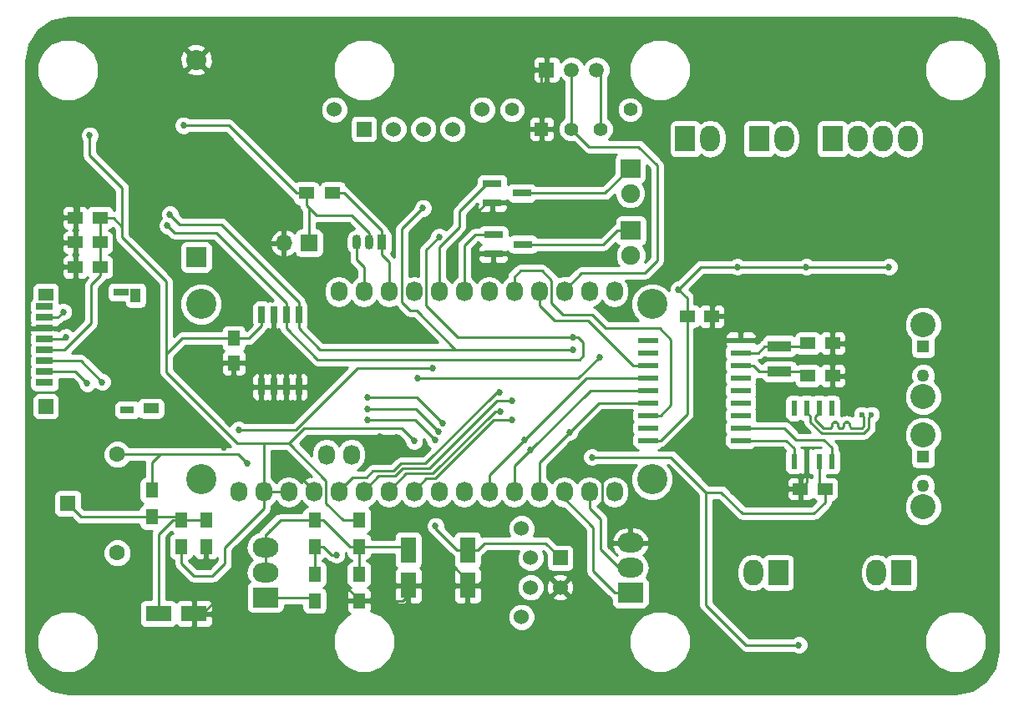
<source format=gtl>
G04 #@! TF.GenerationSoftware,KiCad,Pcbnew,no-vcs-found-01f5a12~58~ubuntu16.04.1*
G04 #@! TF.CreationDate,2017-04-25T17:38:21-04:00*
G04 #@! TF.ProjectId,noeud_senseur,6E6F6575645F73656E736575722E6B69,rev?*
G04 #@! TF.FileFunction,Copper,L1,Top,Signal*
G04 #@! TF.FilePolarity,Positive*
%FSLAX46Y46*%
G04 Gerber Fmt 4.6, Leading zero omitted, Abs format (unit mm)*
G04 Created by KiCad (PCBNEW no-vcs-found-01f5a12~58~ubuntu16.04.1) date Tue Apr 25 17:38:21 2017*
%MOMM*%
%LPD*%
G01*
G04 APERTURE LIST*
%ADD10C,0.100000*%
%ADD11C,1.524000*%
%ADD12R,1.524000X1.524000*%
%ADD13C,1.397000*%
%ADD14R,1.397000X1.397000*%
%ADD15C,2.540000*%
%ADD16R,1.270000X1.270000*%
%ADD17C,1.270000*%
%ADD18R,1.600000X1.600000*%
%ADD19C,1.600000*%
%ADD20R,0.650000X1.700000*%
%ADD21R,1.500000X1.250000*%
%ADD22R,1.550000X1.000000*%
%ADD23R,1.400000X0.800000*%
%ADD24R,1.000000X1.450000*%
%ADD25R,1.500000X0.800000*%
%ADD26R,1.500000X1.300000*%
%ADD27R,1.500000X1.500000*%
%ADD28R,1.750000X0.700000*%
%ADD29R,1.600000X2.600000*%
%ADD30R,1.250000X1.500000*%
%ADD31R,2.000000X1.900000*%
%ADD32C,1.900000*%
%ADD33C,0.600000*%
%ADD34R,0.900000X1.500000*%
%ADD35O,0.900000X1.500000*%
%ADD36R,1.300000X1.500000*%
%ADD37R,1.700000X1.700000*%
%ADD38O,1.700000X1.700000*%
%ADD39O,1.727200X2.032000*%
%ADD40C,3.048000*%
%ADD41R,0.600000X1.550000*%
%ADD42R,2.000000X0.600000*%
%ADD43R,2.400000X1.100000*%
%ADD44C,2.032000*%
%ADD45R,2.032000X2.032000*%
%ADD46O,2.000000X2.600000*%
%ADD47R,2.000000X2.600000*%
%ADD48R,1.520000X1.520000*%
%ADD49C,1.520000*%
%ADD50R,2.600000X1.600000*%
%ADD51R,2.600000X2.000000*%
%ADD52O,2.600000X2.000000*%
%ADD53R,1.900000X0.800000*%
%ADD54C,0.685800*%
%ADD55C,0.800000*%
%ADD56C,0.250000*%
%ADD57C,0.152400*%
%ADD58C,0.254000*%
G04 APERTURE END LIST*
D10*
D11*
X136991600Y-80044200D03*
X122005600Y-80044200D03*
X133994400Y-82000000D03*
X130997200Y-82000000D03*
X128000000Y-82000000D03*
D12*
X125002800Y-82000000D03*
D13*
X140005600Y-80044200D03*
X151994400Y-80044200D03*
X148997200Y-82000000D03*
X146000000Y-82000000D03*
D14*
X143002800Y-82000000D03*
D15*
X181681399Y-109152900D03*
X181681399Y-101863101D03*
D16*
X181681399Y-104022101D03*
D17*
X181681399Y-107019301D03*
D15*
X181681399Y-120328900D03*
X181681399Y-113039101D03*
D16*
X181681399Y-115198101D03*
D17*
X181681399Y-118195301D03*
D11*
X141904999Y-128498600D03*
X141904999Y-125501400D03*
D12*
X144902199Y-125501400D03*
D11*
X144902199Y-128498600D03*
X140965199Y-122504200D03*
X140965199Y-131495800D03*
D18*
X95000000Y-120000000D03*
D19*
X100000000Y-125000000D03*
X100000000Y-115000000D03*
D20*
X114595000Y-100850000D03*
X115865000Y-100850000D03*
X117135000Y-100850000D03*
X118405000Y-100850000D03*
X118405000Y-108150000D03*
X117135000Y-108150000D03*
X115865000Y-108150000D03*
X114595000Y-108150000D03*
D21*
X95750000Y-93500000D03*
X98250000Y-93500000D03*
D22*
X103425000Y-110350000D03*
D23*
X101000000Y-110500000D03*
D24*
X101850000Y-98875000D03*
D25*
X100350000Y-98550000D03*
D26*
X92750000Y-98800000D03*
D27*
X92750000Y-110150000D03*
D28*
X92625000Y-107700000D03*
X92625000Y-106600000D03*
X92625000Y-105500000D03*
X92625000Y-104400000D03*
X92625000Y-103300000D03*
X92625000Y-102200000D03*
X92625000Y-101100000D03*
X92625000Y-100000000D03*
D29*
X135500000Y-128300000D03*
X135500000Y-124700000D03*
D21*
X169250000Y-118500000D03*
X171750000Y-118500000D03*
X169992000Y-107032000D03*
X172492000Y-107032000D03*
X172492000Y-103730000D03*
X169992000Y-103730000D03*
X98250000Y-91000000D03*
X95750000Y-91000000D03*
X157750000Y-101000000D03*
X160250000Y-101000000D03*
D30*
X111806000Y-103242000D03*
X111806000Y-105742000D03*
D31*
X152065000Y-92300000D03*
D32*
X152065000Y-94840000D03*
X152000000Y-88540000D03*
D31*
X152000000Y-86000000D03*
D33*
X176449000Y-110969000D03*
X175449000Y-110969000D03*
D34*
X126770000Y-93500000D03*
D35*
X124230000Y-93500000D03*
X125500000Y-93500000D03*
D26*
X121850000Y-88500000D03*
X119150000Y-88500000D03*
D36*
X103500000Y-121350000D03*
X103500000Y-118650000D03*
X106500000Y-124350000D03*
X106500000Y-121650000D03*
X109000000Y-124350000D03*
X109000000Y-121650000D03*
X120000000Y-129850000D03*
X120000000Y-127150000D03*
X120000000Y-124350000D03*
X120000000Y-121650000D03*
X124500000Y-121650000D03*
X124500000Y-124350000D03*
X124500000Y-129850000D03*
X124500000Y-127150000D03*
D37*
X119426000Y-93570000D03*
D38*
X116886000Y-93570000D03*
D39*
X123738000Y-115020000D03*
X121198000Y-115020000D03*
X125000000Y-98500000D03*
X127540000Y-98500000D03*
X130080000Y-98500000D03*
X132620000Y-98500000D03*
X135160000Y-98500000D03*
X137700000Y-98500000D03*
X140240000Y-98500000D03*
X142780000Y-98500000D03*
X145320000Y-98500000D03*
X147860000Y-98500000D03*
X150400000Y-98500000D03*
X150400000Y-118820000D03*
X147860000Y-118820000D03*
X145320000Y-118820000D03*
X142780000Y-118820000D03*
X140240000Y-118820000D03*
X137700000Y-118820000D03*
X135160000Y-118820000D03*
X132620000Y-118820000D03*
X130080000Y-118820000D03*
X127540000Y-118820000D03*
X125000000Y-118820000D03*
X122460000Y-118820000D03*
X122460000Y-98500000D03*
X119920000Y-118820000D03*
X117380000Y-118820000D03*
X114840000Y-118820000D03*
X112300000Y-118820000D03*
D40*
X154210000Y-99770000D03*
X154210000Y-117550000D03*
X108490000Y-117550000D03*
X108490000Y-99770000D03*
D41*
X168595000Y-115700000D03*
X169865000Y-115700000D03*
X171135000Y-115700000D03*
X172405000Y-115700000D03*
X172405000Y-110300000D03*
X171135000Y-110300000D03*
X169865000Y-110300000D03*
X168595000Y-110300000D03*
D42*
X163200000Y-113580000D03*
X163200000Y-112310000D03*
X163200000Y-111040000D03*
X163200000Y-109770000D03*
X163200000Y-108500000D03*
X163200000Y-107230000D03*
X163200000Y-105960000D03*
X163200000Y-104690000D03*
X163200000Y-103420000D03*
X153800000Y-103420000D03*
X153800000Y-104690000D03*
X153800000Y-105960000D03*
X153800000Y-107230000D03*
X153800000Y-108500000D03*
X153800000Y-109770000D03*
X153800000Y-111040000D03*
X153800000Y-112310000D03*
X153800000Y-113580000D03*
D43*
X167114500Y-106617500D03*
X167114500Y-104017500D03*
D44*
X108000000Y-75000000D03*
D45*
X108000000Y-95000000D03*
D46*
X160120000Y-83000000D03*
D47*
X157580000Y-83000000D03*
X167000000Y-127000000D03*
D46*
X164460000Y-127000000D03*
D47*
X179500000Y-127000000D03*
D46*
X176960000Y-127000000D03*
D47*
X165040000Y-83000000D03*
D46*
X167580000Y-83000000D03*
D21*
X95750000Y-96000000D03*
X98250000Y-96000000D03*
D48*
X143500000Y-76000000D03*
D49*
X148580000Y-76000000D03*
X146040000Y-76000000D03*
D46*
X180120000Y-83000000D03*
X177580000Y-83000000D03*
X175040000Y-83000000D03*
D47*
X172500000Y-83000000D03*
D50*
X107764000Y-131162000D03*
X104164000Y-131162000D03*
D29*
X129500000Y-124700000D03*
X129500000Y-128300000D03*
D51*
X115000000Y-129500000D03*
D52*
X115000000Y-126960000D03*
X115000000Y-124420000D03*
D53*
X138119000Y-92747000D03*
X138119000Y-94647000D03*
X141119000Y-93697000D03*
X141000000Y-88500000D03*
X138000000Y-89450000D03*
X138000000Y-87550000D03*
D52*
X152000000Y-123960000D03*
X152000000Y-126500000D03*
D51*
X152000000Y-129040000D03*
D54*
X165019000Y-103476000D03*
X96058000Y-88744000D03*
X128316000Y-113255000D03*
X126665000Y-113210910D03*
X106599000Y-105889000D03*
X110790000Y-114271000D03*
X104059000Y-97888000D03*
X104059000Y-105889012D03*
X117012992Y-115033000D03*
X136063000Y-91030000D03*
X136190000Y-94459000D03*
X123363000Y-86458000D03*
X136063000Y-86077000D03*
X159304000Y-98523000D03*
X162733000Y-97634000D03*
X165019000Y-99031000D03*
X164257000Y-101444000D03*
X172893000Y-98777000D03*
X161971000Y-121637000D03*
X161082000Y-124558000D03*
X167305000Y-118589000D03*
X148128003Y-116557003D03*
X172512000Y-105381000D03*
X127725090Y-121129006D03*
D55*
X122347000Y-127606000D03*
D54*
X109012000Y-126209000D03*
X110282000Y-128876000D03*
X97201028Y-82648000D03*
X130430910Y-107286000D03*
X130094000Y-113636000D03*
X148127990Y-115287000D03*
X148890002Y-105127000D03*
X169845000Y-95983000D03*
X169083000Y-134337000D03*
X162860000Y-95983000D03*
X178227000Y-95983000D03*
X156891000Y-98269000D03*
X130983000Y-90014000D03*
X146223006Y-104365000D03*
X105329000Y-90649000D03*
X105075000Y-91792000D03*
X146223000Y-103095000D03*
X132634000Y-92935000D03*
X125375447Y-110380608D03*
X132522339Y-112653631D03*
X141270000Y-113509000D03*
X94788000Y-103095000D03*
X125395000Y-111477000D03*
X132222192Y-113540003D03*
X141905000Y-114525000D03*
X98471000Y-107667000D03*
X125395000Y-109191000D03*
X133015000Y-111858000D03*
X145842000Y-112747000D03*
X94534000Y-100555000D03*
X138821347Y-110633856D03*
X113203000Y-115922000D03*
X138730008Y-108683000D03*
X140000000Y-109571994D03*
X132253000Y-122272000D03*
X140000000Y-111477000D03*
X122220000Y-125193000D03*
X96946992Y-107794000D03*
X112314000Y-112493000D03*
X131999000Y-106270000D03*
X106726000Y-81632000D03*
D56*
X165019000Y-103476000D02*
X163256000Y-103476000D01*
X163256000Y-103476000D02*
X163200000Y-103420000D01*
D57*
X163271000Y-103349000D02*
X163200000Y-103420000D01*
D56*
X96058000Y-88744000D02*
X96058000Y-90692000D01*
X96058000Y-90692000D02*
X95750000Y-91000000D01*
X128271910Y-113210910D02*
X128316000Y-113255000D01*
X126665000Y-113210910D02*
X128271910Y-113210910D01*
X106746000Y-105742000D02*
X106599000Y-105889000D01*
X111806000Y-105742000D02*
X106746000Y-105742000D01*
X110447101Y-113928101D02*
X110790000Y-114271000D01*
X104059000Y-105889012D02*
X104059000Y-107540000D01*
X104059000Y-107540000D02*
X110447101Y-113928101D01*
X104059000Y-98015000D02*
X104059000Y-97888000D01*
X104059000Y-98015000D02*
X104059000Y-105889012D01*
X119920000Y-118667600D02*
X117012992Y-115760592D01*
X117012992Y-115760592D02*
X117012992Y-115033000D01*
X119920000Y-118820000D02*
X119920000Y-118667600D01*
X143002800Y-82000000D02*
X143002800Y-76497200D01*
X143002800Y-76497200D02*
X143500000Y-76000000D01*
X138000000Y-89450000D02*
X137450000Y-89450000D01*
X137450000Y-89450000D02*
X136063000Y-90837000D01*
X136063000Y-90837000D02*
X136063000Y-91030000D01*
X136378000Y-94647000D02*
X136190000Y-94459000D01*
X138119000Y-94647000D02*
X136378000Y-94647000D01*
X136063000Y-86077000D02*
X123744000Y-86077000D01*
X123744000Y-86077000D02*
X123363000Y-86458000D01*
X111806000Y-105742000D02*
X111572000Y-105742000D01*
X113691000Y-105742000D02*
X114473000Y-105742000D01*
X114473000Y-105742000D02*
X115088000Y-105742000D01*
X115865000Y-100850000D02*
X115865000Y-104350000D01*
X115865000Y-104350000D02*
X114473000Y-105742000D01*
X117247000Y-105742000D02*
X118405000Y-106900000D01*
X118405000Y-106900000D02*
X118405000Y-108150000D01*
X116104000Y-105742000D02*
X117247000Y-105742000D01*
X116104000Y-105742000D02*
X117135000Y-106773000D01*
X117135000Y-106773000D02*
X117135000Y-108150000D01*
X115088000Y-105742000D02*
X116104000Y-105742000D01*
X115088000Y-105742000D02*
X115865000Y-106519000D01*
X115865000Y-106519000D02*
X115865000Y-108150000D01*
X113691000Y-105742000D02*
X114595000Y-106646000D01*
X114595000Y-106646000D02*
X114595000Y-108150000D01*
X111806000Y-105742000D02*
X113691000Y-105742000D01*
X159304000Y-98523000D02*
X159812000Y-99031000D01*
X159812000Y-99031000D02*
X161344000Y-99031000D01*
X162390101Y-97976899D02*
X162733000Y-97634000D01*
X161344000Y-99031000D02*
X161344000Y-99023000D01*
X161344000Y-99023000D02*
X162390101Y-97976899D01*
X165019000Y-99031000D02*
X164534067Y-99031000D01*
X164534067Y-99031000D02*
X163241000Y-99031000D01*
X163241000Y-99031000D02*
X164257000Y-100047000D01*
X164257000Y-100047000D02*
X164257000Y-101444000D01*
X161344000Y-99031000D02*
X163241000Y-99031000D01*
X160250000Y-101000000D02*
X160250000Y-100125000D01*
X160250000Y-100125000D02*
X161344000Y-99031000D01*
X172893000Y-98777000D02*
X170226000Y-101444000D01*
X170226000Y-101444000D02*
X164257000Y-101444000D01*
X161082000Y-124558000D02*
X161082000Y-122526000D01*
X161082000Y-122526000D02*
X161971000Y-121637000D01*
X167305000Y-118589000D02*
X169161000Y-118589000D01*
X169161000Y-118589000D02*
X169250000Y-118500000D01*
X148470902Y-116899902D02*
X148128003Y-116557003D01*
X149161390Y-117590390D02*
X148470902Y-116899902D01*
X149161390Y-119871390D02*
X149161390Y-117590390D01*
X152000000Y-123960000D02*
X152000000Y-122710000D01*
X152000000Y-122710000D02*
X149161390Y-119871390D01*
X172512000Y-105381000D02*
X172512000Y-107012000D01*
X172512000Y-107012000D02*
X172492000Y-107032000D01*
X172512000Y-105381000D02*
X172512000Y-103750000D01*
X172512000Y-103750000D02*
X172492000Y-103730000D01*
X128210023Y-121129006D02*
X127725090Y-121129006D01*
X128829006Y-121129006D02*
X128210023Y-121129006D01*
X135500000Y-128300000D02*
X135500000Y-127800000D01*
X135500000Y-127800000D02*
X128829006Y-121129006D01*
X124500000Y-129750000D02*
X122356000Y-127606000D01*
X124500000Y-129850000D02*
X124500000Y-129750000D01*
X122356000Y-127606000D02*
X122347000Y-127606000D01*
X109012000Y-126209000D02*
X109012000Y-124362000D01*
X109012000Y-124362000D02*
X109000000Y-124350000D01*
X108631000Y-131162000D02*
X110282000Y-129511000D01*
X110282000Y-129511000D02*
X110282000Y-128876000D01*
X107764000Y-131162000D02*
X108631000Y-131162000D01*
X161153000Y-103420000D02*
X160250000Y-102517000D01*
X160250000Y-102517000D02*
X160250000Y-101000000D01*
X163200000Y-103420000D02*
X161153000Y-103420000D01*
X169865000Y-115700000D02*
X169865000Y-117885000D01*
X169865000Y-117885000D02*
X169250000Y-118500000D01*
X95750000Y-93500000D02*
X95750000Y-91000000D01*
X95750000Y-96000000D02*
X95750000Y-95125000D01*
X95750000Y-95125000D02*
X95750000Y-93500000D01*
X92625000Y-102200000D02*
X94540000Y-102200000D01*
X94540000Y-102200000D02*
X95750000Y-100990000D01*
X95750000Y-100990000D02*
X95750000Y-97434000D01*
X95750000Y-97434000D02*
X95750000Y-96000000D01*
X143403599Y-127000000D02*
X137850000Y-127000000D01*
X137850000Y-127000000D02*
X136550000Y-128300000D01*
X136550000Y-128300000D02*
X135500000Y-128300000D01*
X144902199Y-128498600D02*
X143403599Y-127000000D01*
X124500000Y-129850000D02*
X128950000Y-129850000D01*
X128950000Y-129850000D02*
X130000000Y-128800000D01*
X130000000Y-128800000D02*
X130000000Y-128300000D01*
X96000000Y-90500000D02*
X95750000Y-90750000D01*
X169083000Y-134337000D02*
X163749000Y-134337000D01*
X163749000Y-134337000D02*
X159685000Y-130273000D01*
X159685000Y-130273000D02*
X159685000Y-118843000D01*
X100500000Y-92300000D02*
X100500000Y-87979000D01*
X100500000Y-87979000D02*
X97201028Y-84680028D01*
X97201028Y-84680028D02*
X97201028Y-83132933D01*
X97201028Y-83132933D02*
X97201028Y-82648000D01*
X117394000Y-113890000D02*
X118918000Y-112366000D01*
X118918000Y-112366000D02*
X128824000Y-112366000D01*
X128824000Y-112366000D02*
X129751101Y-113293101D01*
X129751101Y-113293101D02*
X130094000Y-113636000D01*
X146731002Y-107286000D02*
X130915843Y-107286000D01*
X130915843Y-107286000D02*
X130430910Y-107286000D01*
X148890002Y-105127000D02*
X146731002Y-107286000D01*
X148612923Y-115287000D02*
X148127990Y-115287000D01*
X156129000Y-115287000D02*
X148612923Y-115287000D01*
X159685000Y-118843000D02*
X156129000Y-115287000D01*
X105000000Y-104798000D02*
X104948000Y-104746000D01*
X104948000Y-104746000D02*
X104948000Y-97448000D01*
X104948000Y-97448000D02*
X100500000Y-93000000D01*
X100500000Y-93000000D02*
X100500000Y-92300000D01*
X114840000Y-113890000D02*
X112187000Y-113890000D01*
X112187000Y-113890000D02*
X104948000Y-106651000D01*
X104948000Y-106651000D02*
X104948000Y-104850000D01*
X104948000Y-104850000D02*
X105000000Y-104798000D01*
X111806000Y-103242000D02*
X106556000Y-103242000D01*
X106556000Y-103242000D02*
X105000000Y-104798000D01*
X148997200Y-82000000D02*
X148997200Y-76417200D01*
X148997200Y-76417200D02*
X148580000Y-76000000D01*
X114595000Y-100850000D02*
X114595000Y-101950000D01*
X114595000Y-101950000D02*
X113303000Y-103242000D01*
X113303000Y-103242000D02*
X112681000Y-103242000D01*
X112681000Y-103242000D02*
X111806000Y-103242000D01*
X178227000Y-95983000D02*
X169845000Y-95983000D01*
X169845000Y-95983000D02*
X162860000Y-95983000D01*
X171750000Y-118500000D02*
X171750000Y-119859000D01*
X171750000Y-119859000D02*
X170607000Y-121002000D01*
X170607000Y-121002000D02*
X163368000Y-121002000D01*
X163368000Y-121002000D02*
X161209000Y-118843000D01*
X161209000Y-118843000D02*
X159685000Y-118843000D01*
X162860000Y-95983000D02*
X159177000Y-95983000D01*
X159177000Y-95983000D02*
X156891000Y-98269000D01*
X157750000Y-99128000D02*
X156891000Y-98269000D01*
X157750000Y-101000000D02*
X157750000Y-99128000D01*
X114840000Y-118820000D02*
X115953600Y-118820000D01*
X115953600Y-118820000D02*
X117380000Y-118820000D01*
X114840000Y-118820000D02*
X114840000Y-120508000D01*
X114840000Y-120508000D02*
X110917000Y-124431000D01*
X110917000Y-124431000D02*
X110917000Y-126082000D01*
X110917000Y-126082000D02*
X109647000Y-127352000D01*
X109647000Y-127352000D02*
X107742000Y-127352000D01*
X107742000Y-127352000D02*
X106500000Y-126110000D01*
X106500000Y-126110000D02*
X106500000Y-124350000D01*
X153800000Y-113580000D02*
X155050000Y-113580000D01*
X155050000Y-113580000D02*
X157750000Y-110880000D01*
X157750000Y-110880000D02*
X157750000Y-101875000D01*
X157750000Y-101875000D02*
X157750000Y-101000000D01*
X171135000Y-115700000D02*
X171135000Y-117885000D01*
X171135000Y-117885000D02*
X171750000Y-118500000D01*
X114840000Y-113890000D02*
X117394000Y-113890000D01*
X121158610Y-117654610D02*
X117394000Y-113890000D01*
X122868000Y-121650000D02*
X121158610Y-119940609D01*
X121158610Y-119940609D02*
X121158610Y-117654610D01*
X124500000Y-121650000D02*
X122868000Y-121650000D01*
X92625000Y-104400000D02*
X94626000Y-104400000D01*
X94626000Y-104400000D02*
X97328000Y-101698000D01*
X97328000Y-101698000D02*
X97328000Y-97797000D01*
X97328000Y-97797000D02*
X98250000Y-96875000D01*
X98250000Y-96875000D02*
X98250000Y-96000000D01*
X98250000Y-93500000D02*
X98250000Y-94375000D01*
X98250000Y-94375000D02*
X98250000Y-96000000D01*
X98250000Y-91000000D02*
X98250000Y-93500000D01*
X100500000Y-91916000D02*
X99584000Y-91000000D01*
X99584000Y-91000000D02*
X98250000Y-91000000D01*
X100500000Y-92300000D02*
X100500000Y-91916000D01*
X114840000Y-118820000D02*
X114840000Y-113890000D01*
X118405000Y-100850000D02*
X118405000Y-99534000D01*
X106345000Y-91665000D02*
X105329000Y-90649000D01*
X118405000Y-99534000D02*
X110536000Y-91665000D01*
X110536000Y-91665000D02*
X106345000Y-91665000D01*
X134285000Y-104365000D02*
X120569000Y-104365000D01*
X120569000Y-104365000D02*
X118405000Y-102201000D01*
X118405000Y-102201000D02*
X118405000Y-100850000D01*
X134285000Y-104365000D02*
X130348000Y-100428000D01*
X130348000Y-100428000D02*
X129713000Y-100428000D01*
X129713000Y-100428000D02*
X128841390Y-99556390D01*
X128841390Y-99556390D02*
X128841390Y-92155610D01*
X128841390Y-92155610D02*
X130640101Y-90356899D01*
X130640101Y-90356899D02*
X130983000Y-90014000D01*
X134285000Y-104365000D02*
X145738073Y-104365000D01*
X145738073Y-104365000D02*
X146223006Y-104365000D01*
X117135000Y-100850000D02*
X117135000Y-99661000D01*
X117135000Y-99661000D02*
X110028000Y-92554000D01*
X110028000Y-92554000D02*
X105837000Y-92554000D01*
X105837000Y-92554000D02*
X105417899Y-92134899D01*
X105417899Y-92134899D02*
X105075000Y-91792000D01*
X117135000Y-100850000D02*
X117135000Y-102201000D01*
X146731000Y-103095000D02*
X146223000Y-103095000D01*
X117135000Y-102201000D02*
X120315000Y-105381000D01*
X120315000Y-105381000D02*
X146858000Y-105381000D01*
X146858000Y-105381000D02*
X147239000Y-105000000D01*
X147239000Y-105000000D02*
X147239000Y-103603000D01*
X147239000Y-103603000D02*
X146731000Y-103095000D01*
X134539000Y-103095000D02*
X145738067Y-103095000D01*
X131318610Y-99874610D02*
X134539000Y-103095000D01*
X132634000Y-92935000D02*
X131318610Y-94250390D01*
X131318610Y-94250390D02*
X131318610Y-99874610D01*
X145738067Y-103095000D02*
X146223000Y-103095000D01*
X130249316Y-110380608D02*
X125860380Y-110380608D01*
X132522339Y-112653631D02*
X130249316Y-110380608D01*
X125860380Y-110380608D02*
X125375447Y-110380608D01*
X140927101Y-113851899D02*
X141270000Y-113509000D01*
X137700000Y-118820000D02*
X137700000Y-117079000D01*
X137700000Y-117079000D02*
X140927101Y-113851899D01*
X141612899Y-113166101D02*
X141270000Y-113509000D01*
X147549000Y-107230000D02*
X141612899Y-113166101D01*
X153800000Y-107230000D02*
X147549000Y-107230000D01*
X92625000Y-103300000D02*
X94583000Y-103300000D01*
X94583000Y-103300000D02*
X94788000Y-103095000D01*
X125879933Y-111477000D02*
X125395000Y-111477000D01*
X130159189Y-111477000D02*
X125879933Y-111477000D01*
X132222192Y-113540003D02*
X130159189Y-111477000D01*
X140240000Y-116190000D02*
X141905000Y-114525000D01*
X141905000Y-114525000D02*
X147930000Y-108500000D01*
X96304000Y-105500000D02*
X98471000Y-107667000D01*
X92625000Y-105500000D02*
X96304000Y-105500000D01*
X140240000Y-118820000D02*
X140240000Y-116190000D01*
X147930000Y-108500000D02*
X152550000Y-108500000D01*
X152550000Y-108500000D02*
X153800000Y-108500000D01*
X125879933Y-109191000D02*
X125395000Y-109191000D01*
X133015000Y-111858000D02*
X130348000Y-109191000D01*
X130348000Y-109191000D02*
X125879933Y-109191000D01*
X142780000Y-115809000D02*
X145842000Y-112747000D01*
X145842000Y-112747000D02*
X148819000Y-109770000D01*
X92625000Y-101100000D02*
X93989000Y-101100000D01*
X93989000Y-101100000D02*
X94534000Y-100555000D01*
X142780000Y-118820000D02*
X142780000Y-115809000D01*
X148819000Y-109770000D02*
X152550000Y-109770000D01*
X152550000Y-109770000D02*
X153800000Y-109770000D01*
X127540000Y-118820000D02*
X127540000Y-118667600D01*
X138303144Y-110633856D02*
X138336414Y-110633856D01*
X138336414Y-110633856D02*
X138821347Y-110633856D01*
X127540000Y-118667600D02*
X129269600Y-116938000D01*
X129269600Y-116938000D02*
X131999000Y-116938000D01*
X131999000Y-116938000D02*
X138303144Y-110633856D01*
X105997000Y-115000000D02*
X104346000Y-115000000D01*
X104346000Y-115000000D02*
X103500000Y-115846000D01*
X103500000Y-115846000D02*
X103500000Y-118650000D01*
X105997000Y-115000000D02*
X100000000Y-115000000D01*
X112281000Y-115000000D02*
X105997000Y-115000000D01*
X112281000Y-115000000D02*
X113203000Y-115922000D01*
X138730008Y-108683000D02*
X138476000Y-108683000D01*
X138476000Y-108683000D02*
X131229010Y-115929990D01*
X131229010Y-115929990D02*
X128743890Y-115929990D01*
X128743890Y-115929990D02*
X127981890Y-116691990D01*
X127981890Y-116691990D02*
X125895010Y-116691990D01*
X125895010Y-116691990D02*
X125268000Y-117319000D01*
X125268000Y-117319000D02*
X123808600Y-117319000D01*
X123808600Y-117319000D02*
X122460000Y-118667600D01*
X122460000Y-118667600D02*
X122460000Y-118820000D01*
X125000000Y-118820000D02*
X125000000Y-118667600D01*
X128951000Y-116430000D02*
X131618000Y-116430000D01*
X125000000Y-118667600D02*
X126475600Y-117192000D01*
X126475600Y-117192000D02*
X128189000Y-117192000D01*
X128189000Y-117192000D02*
X128951000Y-116430000D01*
X131618000Y-116430000D02*
X138476006Y-109571994D01*
X138476006Y-109571994D02*
X139515067Y-109571994D01*
X139515067Y-109571994D02*
X140000000Y-109571994D01*
X152000000Y-129040000D02*
X150450000Y-129040000D01*
X150450000Y-129040000D02*
X148255000Y-126845000D01*
X148255000Y-122399000D02*
X145320000Y-119464000D01*
X148255000Y-126845000D02*
X148255000Y-122399000D01*
X145320000Y-119464000D02*
X145320000Y-118820000D01*
X152000000Y-126500000D02*
X150832000Y-126500000D01*
X150832000Y-126500000D02*
X149000000Y-124668000D01*
X149000000Y-124668000D02*
X149000000Y-121620000D01*
X149000000Y-121620000D02*
X147860000Y-120480000D01*
X147860000Y-120480000D02*
X147860000Y-118820000D01*
X135500000Y-124700000D02*
X134450000Y-124700000D01*
X134450000Y-124700000D02*
X132253000Y-122503000D01*
X132253000Y-122503000D02*
X132253000Y-122272000D01*
X126770000Y-93500000D02*
X126770000Y-93200000D01*
X126770000Y-93200000D02*
X126792000Y-93178000D01*
X126792000Y-93178000D02*
X126792000Y-92300000D01*
X126792000Y-92300000D02*
X122992000Y-88500000D01*
X122992000Y-88500000D02*
X121850000Y-88500000D01*
X127540000Y-95540000D02*
X126770000Y-94770000D01*
X126770000Y-94770000D02*
X126770000Y-93500000D01*
X127540000Y-98500000D02*
X127540000Y-95540000D01*
X143400799Y-124000000D02*
X137250000Y-124000000D01*
X137250000Y-124000000D02*
X136550000Y-124700000D01*
X136550000Y-124700000D02*
X135500000Y-124700000D01*
X144902199Y-125501400D02*
X143400799Y-124000000D01*
X138167122Y-111477000D02*
X139515067Y-111477000D01*
X131309590Y-117438010D02*
X132206112Y-117438010D01*
X139515067Y-111477000D02*
X140000000Y-111477000D01*
X132206112Y-117438010D02*
X138167122Y-111477000D01*
X130080000Y-118667600D02*
X131309590Y-117438010D01*
X130080000Y-118820000D02*
X130080000Y-118667600D01*
X121743000Y-125193000D02*
X122220000Y-125193000D01*
X120000000Y-124350000D02*
X120900000Y-124350000D01*
X120900000Y-124350000D02*
X121743000Y-125193000D01*
X120000000Y-127150000D02*
X120000000Y-124350000D01*
X135160000Y-98500000D02*
X135160000Y-93838000D01*
X135160000Y-93838000D02*
X136251000Y-92747000D01*
X136251000Y-92747000D02*
X138119000Y-92747000D01*
X138000000Y-87550000D02*
X137450000Y-87550000D01*
X137450000Y-87550000D02*
X134666000Y-90334000D01*
X134666000Y-90334000D02*
X134666000Y-91919000D01*
X134666000Y-91919000D02*
X132620000Y-93965000D01*
X132620000Y-93965000D02*
X132620000Y-98500000D01*
X146000000Y-82000000D02*
X146000000Y-76040000D01*
X146000000Y-76040000D02*
X146040000Y-76000000D01*
X152827000Y-83791000D02*
X147791000Y-83791000D01*
X147791000Y-83791000D02*
X146000000Y-82000000D01*
X154732000Y-85696000D02*
X152827000Y-83791000D01*
X154732000Y-95348000D02*
X154732000Y-85696000D01*
X153462000Y-96618000D02*
X154732000Y-95348000D01*
X147049600Y-96618000D02*
X153462000Y-96618000D01*
X145320000Y-98500000D02*
X145320000Y-98347600D01*
X145320000Y-98347600D02*
X147049600Y-96618000D01*
X167114500Y-106617500D02*
X169577500Y-106617500D01*
X169577500Y-106617500D02*
X169992000Y-107032000D01*
X163200000Y-105960000D02*
X164450000Y-105960000D01*
X164450000Y-105960000D02*
X165107500Y-106617500D01*
X165107500Y-106617500D02*
X167114500Y-106617500D01*
X141119000Y-93697000D02*
X149271000Y-93697000D01*
X149271000Y-93697000D02*
X150668000Y-92300000D01*
X150668000Y-92300000D02*
X152065000Y-92300000D01*
X152000000Y-86000000D02*
X151950000Y-86000000D01*
X151950000Y-86000000D02*
X149450000Y-88500000D01*
X149450000Y-88500000D02*
X141000000Y-88500000D01*
X96604093Y-107451101D02*
X96946992Y-107794000D01*
X92625000Y-106600000D02*
X95752992Y-106600000D01*
X95752992Y-106600000D02*
X96604093Y-107451101D01*
X112314000Y-112493000D02*
X118083878Y-112493000D01*
X118083878Y-112493000D02*
X124306878Y-106270000D01*
X124306878Y-106270000D02*
X129967000Y-106270000D01*
X129967000Y-106270000D02*
X131999000Y-106270000D01*
X153800000Y-111040000D02*
X155050000Y-111040000D01*
X148128000Y-100809000D02*
X145207000Y-100809000D01*
X155050000Y-111040000D02*
X156129000Y-109961000D01*
X156129000Y-109961000D02*
X156129000Y-103349000D01*
X156129000Y-103349000D02*
X154986000Y-102206000D01*
X144018610Y-97334610D02*
X143048000Y-96364000D01*
X143048000Y-96364000D02*
X140889000Y-96364000D01*
X140889000Y-96364000D02*
X140240000Y-97013000D01*
X154986000Y-102206000D02*
X149525000Y-102206000D01*
X149525000Y-102206000D02*
X148128000Y-100809000D01*
X145207000Y-100809000D02*
X144018610Y-99620610D01*
X144018610Y-99620610D02*
X144018610Y-97334610D01*
X140240000Y-97013000D02*
X140240000Y-98500000D01*
X153800000Y-105960000D02*
X152263000Y-105960000D01*
X152263000Y-105960000D02*
X147747000Y-101444000D01*
X147747000Y-101444000D02*
X144318000Y-101444000D01*
X144318000Y-101444000D02*
X142780000Y-99906000D01*
X142780000Y-99906000D02*
X142780000Y-98500000D01*
X167114500Y-104017500D02*
X169704500Y-104017500D01*
X169704500Y-104017500D02*
X169992000Y-103730000D01*
X164948000Y-104690000D02*
X165620500Y-104017500D01*
X165620500Y-104017500D02*
X167114500Y-104017500D01*
X163200000Y-104690000D02*
X164948000Y-104690000D01*
X120188000Y-90776000D02*
X123776000Y-90776000D01*
X119426000Y-90014000D02*
X120188000Y-90776000D01*
X119426000Y-93570000D02*
X119426000Y-90014000D01*
X119426000Y-90014000D02*
X119150000Y-89738000D01*
X119150000Y-89738000D02*
X119150000Y-88500000D01*
X125500000Y-93500000D02*
X125500000Y-92500000D01*
X125500000Y-92500000D02*
X123776000Y-90776000D01*
X119050000Y-88500000D02*
X119150000Y-88500000D01*
X111282000Y-81632000D02*
X106726000Y-81632000D01*
X119150000Y-88500000D02*
X118150000Y-88500000D01*
X118150000Y-88500000D02*
X111282000Y-81632000D01*
X104164000Y-131162000D02*
X104164000Y-123086000D01*
X104164000Y-123086000D02*
X105600000Y-121650000D01*
X105600000Y-121650000D02*
X106500000Y-121650000D01*
X106500000Y-121650000D02*
X109000000Y-121650000D01*
X103500000Y-121350000D02*
X106200000Y-121350000D01*
X106200000Y-121350000D02*
X106500000Y-121650000D01*
X95000000Y-120000000D02*
X96350000Y-121350000D01*
X96350000Y-121350000D02*
X103500000Y-121350000D01*
X115000000Y-126960000D02*
X115000000Y-125710000D01*
X115000000Y-125710000D02*
X115000000Y-124420000D01*
X115000000Y-123170000D02*
X115500000Y-122670000D01*
X124500000Y-124350000D02*
X129650000Y-124350000D01*
X129650000Y-124350000D02*
X130000000Y-124700000D01*
X124500000Y-124350000D02*
X124500000Y-127150000D01*
X120000000Y-121650000D02*
X120900000Y-121650000D01*
X120900000Y-121650000D02*
X123600000Y-124350000D01*
X123600000Y-124350000D02*
X124500000Y-124350000D01*
X115000000Y-124420000D02*
X115000000Y-123170000D01*
X115000000Y-123170000D02*
X116520000Y-121650000D01*
X116520000Y-121650000D02*
X120000000Y-121650000D01*
X163200000Y-113580000D02*
X167757000Y-113580000D01*
X167757000Y-113580000D02*
X168595000Y-114418000D01*
X168595000Y-114418000D02*
X168595000Y-115700000D01*
X172405000Y-115700000D02*
X172405000Y-114291000D01*
X172405000Y-114291000D02*
X171623000Y-113509000D01*
X171623000Y-113509000D02*
X168829000Y-113509000D01*
X168829000Y-113509000D02*
X167630000Y-112310000D01*
X167630000Y-112310000D02*
X163200000Y-112310000D01*
X169865000Y-110300000D02*
X169865000Y-110775000D01*
X169865000Y-110775000D02*
X170250000Y-111160000D01*
X175663554Y-112870000D02*
X176199000Y-112334554D01*
X170250000Y-111160000D02*
X170250000Y-111727554D01*
X170250000Y-111727554D02*
X171392446Y-112870000D01*
X171392446Y-112870000D02*
X175663554Y-112870000D01*
X176199000Y-112334554D02*
X176199000Y-111219000D01*
X176199000Y-111219000D02*
X176449000Y-110969000D01*
X171135000Y-110300000D02*
X171135000Y-110775000D01*
X173331000Y-112370000D02*
X173397756Y-112362479D01*
X172197756Y-112362479D02*
X172261165Y-112340291D01*
X174400834Y-112340291D02*
X174464243Y-112362479D01*
X172431000Y-112070000D02*
X172431000Y-111996312D01*
X170750000Y-111160000D02*
X170750000Y-111520446D01*
X173518046Y-112304550D02*
X173565549Y-112257047D01*
X171135000Y-110775000D02*
X170750000Y-111160000D01*
X173696450Y-111809266D02*
X173743953Y-111761763D01*
X173060709Y-112200166D02*
X173096450Y-112257047D01*
X172431000Y-111996312D02*
X172438521Y-111929556D01*
X173200834Y-112340291D02*
X173264243Y-112362479D01*
X172731000Y-111696312D02*
X172797756Y-111703834D01*
X170750000Y-111520446D02*
X171599554Y-112370000D01*
X171599554Y-112370000D02*
X172131000Y-112370000D01*
X173461165Y-112340291D02*
X173518046Y-112304550D01*
X172438521Y-111929556D02*
X172460709Y-111866147D01*
X173931000Y-111696312D02*
X173997756Y-111703834D01*
X172965549Y-111809266D02*
X173001290Y-111866147D01*
X175699000Y-111219000D02*
X175449000Y-110969000D01*
X173660709Y-111866147D02*
X173696450Y-111809266D01*
X174201290Y-111866147D02*
X174223478Y-111929556D01*
X172131000Y-112370000D02*
X172197756Y-112362479D01*
X172918046Y-111761763D02*
X172965549Y-111809266D01*
X172261165Y-112340291D02*
X172318046Y-112304550D01*
X174165549Y-111809266D02*
X174201290Y-111866147D01*
X174296450Y-112257047D02*
X174343953Y-112304550D01*
X172318046Y-112304550D02*
X172365549Y-112257047D01*
X172797756Y-111703834D02*
X172861165Y-111726022D01*
X172460709Y-111866147D02*
X172496450Y-111809266D01*
X172423478Y-112136757D02*
X172431000Y-112070000D01*
X172365549Y-112257047D02*
X172401290Y-112200166D01*
X172401290Y-112200166D02*
X172423478Y-112136757D01*
X173623478Y-112136757D02*
X173631000Y-112070000D01*
X172496450Y-111809266D02*
X172543953Y-111761763D01*
X173038521Y-112136757D02*
X173060709Y-112200166D01*
X172543953Y-111761763D02*
X172600834Y-111726022D01*
X173997756Y-111703834D02*
X174061165Y-111726022D01*
X172600834Y-111726022D02*
X172664243Y-111703834D01*
X173031000Y-112070000D02*
X173038521Y-112136757D01*
X172664243Y-111703834D02*
X172731000Y-111696312D01*
X173031000Y-111996312D02*
X173031000Y-112070000D01*
X174343953Y-112304550D02*
X174400834Y-112340291D01*
X173864243Y-111703834D02*
X173931000Y-111696312D01*
X172861165Y-111726022D02*
X172918046Y-111761763D01*
X173001290Y-111866147D02*
X173023478Y-111929556D01*
X175456446Y-112370000D02*
X175699000Y-112127446D01*
X173023478Y-111929556D02*
X173031000Y-111996312D01*
X173096450Y-112257047D02*
X173143953Y-112304550D01*
X173638521Y-111929556D02*
X173660709Y-111866147D01*
X173143953Y-112304550D02*
X173200834Y-112340291D01*
X173264243Y-112362479D02*
X173331000Y-112370000D01*
X173397756Y-112362479D02*
X173461165Y-112340291D01*
X173565549Y-112257047D02*
X173601290Y-112200166D01*
X173601290Y-112200166D02*
X173623478Y-112136757D01*
X174231000Y-111996312D02*
X174231000Y-112070000D01*
X173631000Y-112070000D02*
X173631000Y-111996312D01*
X173631000Y-111996312D02*
X173638521Y-111929556D01*
X173743953Y-111761763D02*
X173800834Y-111726022D01*
X173800834Y-111726022D02*
X173864243Y-111703834D01*
X174464243Y-112362479D02*
X174531000Y-112370000D01*
X174061165Y-111726022D02*
X174118046Y-111761763D01*
X174238521Y-112136757D02*
X174260709Y-112200166D01*
X174118046Y-111761763D02*
X174165549Y-111809266D01*
X174223478Y-111929556D02*
X174231000Y-111996312D01*
X174231000Y-112070000D02*
X174238521Y-112136757D01*
X174260709Y-112200166D02*
X174296450Y-112257047D01*
X174531000Y-112370000D02*
X175456446Y-112370000D01*
X175699000Y-112127446D02*
X175699000Y-111219000D01*
X115000000Y-129500000D02*
X119650000Y-129500000D01*
X119650000Y-129500000D02*
X120000000Y-129850000D01*
X125000000Y-96000000D02*
X124230000Y-95230000D01*
X124230000Y-95230000D02*
X124230000Y-93500000D01*
X125000000Y-98500000D02*
X125000000Y-96000000D01*
D58*
G36*
X186636390Y-71049408D02*
X188023654Y-71976349D01*
X188950592Y-73363610D01*
X189290000Y-75069931D01*
X189290000Y-134930069D01*
X188950592Y-136636390D01*
X188023654Y-138023651D01*
X186636390Y-138950592D01*
X184930069Y-139290000D01*
X95069931Y-139290000D01*
X93363610Y-138950592D01*
X91976349Y-138023654D01*
X91049408Y-136636390D01*
X90710000Y-134930069D01*
X90710000Y-134619270D01*
X91872458Y-134619270D01*
X92347512Y-135768989D01*
X93226384Y-136649396D01*
X94375272Y-137126456D01*
X95619270Y-137127542D01*
X96768989Y-136652488D01*
X97649396Y-135773616D01*
X98126456Y-134624728D01*
X98126460Y-134619270D01*
X121872458Y-134619270D01*
X122347512Y-135768989D01*
X123226384Y-136649396D01*
X124375272Y-137126456D01*
X125619270Y-137127542D01*
X126768989Y-136652488D01*
X127649396Y-135773616D01*
X128126456Y-134624728D01*
X128126460Y-134619270D01*
X151872458Y-134619270D01*
X152347512Y-135768989D01*
X153226384Y-136649396D01*
X154375272Y-137126456D01*
X155619270Y-137127542D01*
X156768989Y-136652488D01*
X157649396Y-135773616D01*
X158126456Y-134624728D01*
X158127542Y-133380730D01*
X157652488Y-132231011D01*
X156773616Y-131350604D01*
X155624728Y-130873544D01*
X154380730Y-130872458D01*
X153231011Y-131347512D01*
X152350604Y-132226384D01*
X151873544Y-133375272D01*
X151872458Y-134619270D01*
X128126460Y-134619270D01*
X128127542Y-133380730D01*
X127652488Y-132231011D01*
X127194738Y-131772461D01*
X139567957Y-131772461D01*
X139780189Y-132286103D01*
X140172829Y-132679429D01*
X140686099Y-132892557D01*
X141241860Y-132893042D01*
X141755502Y-132680810D01*
X142148828Y-132288170D01*
X142361956Y-131774900D01*
X142362441Y-131219139D01*
X142150209Y-130705497D01*
X141757569Y-130312171D01*
X141244299Y-130099043D01*
X140688538Y-130098558D01*
X140174896Y-130310790D01*
X139781570Y-130703430D01*
X139568442Y-131216700D01*
X139567957Y-131772461D01*
X127194738Y-131772461D01*
X126773616Y-131350604D01*
X125709443Y-130908721D01*
X125785000Y-130726309D01*
X125785000Y-130135750D01*
X125626250Y-129977000D01*
X124627000Y-129977000D01*
X124627000Y-129997000D01*
X124373000Y-129997000D01*
X124373000Y-129977000D01*
X123373750Y-129977000D01*
X123215000Y-130135750D01*
X123215000Y-130726309D01*
X123311673Y-130959698D01*
X123490301Y-131138327D01*
X123613637Y-131189414D01*
X123231011Y-131347512D01*
X122350604Y-132226384D01*
X121873544Y-133375272D01*
X121872458Y-134619270D01*
X98126460Y-134619270D01*
X98127542Y-133380730D01*
X97652488Y-132231011D01*
X96773616Y-131350604D01*
X95624728Y-130873544D01*
X94380730Y-130872458D01*
X93231011Y-131347512D01*
X92350604Y-132226384D01*
X91873544Y-133375272D01*
X91872458Y-134619270D01*
X90710000Y-134619270D01*
X90710000Y-125284187D01*
X98564752Y-125284187D01*
X98782757Y-125811800D01*
X99186077Y-126215824D01*
X99713309Y-126434750D01*
X100284187Y-126435248D01*
X100811800Y-126217243D01*
X101215824Y-125813923D01*
X101434750Y-125286691D01*
X101435248Y-124715813D01*
X101217243Y-124188200D01*
X100813923Y-123784176D01*
X100286691Y-123565250D01*
X99715813Y-123564752D01*
X99188200Y-123782757D01*
X98784176Y-124186077D01*
X98565250Y-124713309D01*
X98564752Y-125284187D01*
X90710000Y-125284187D01*
X90710000Y-109400000D01*
X91352560Y-109400000D01*
X91352560Y-110900000D01*
X91401843Y-111147765D01*
X91542191Y-111357809D01*
X91752235Y-111498157D01*
X92000000Y-111547440D01*
X93500000Y-111547440D01*
X93747765Y-111498157D01*
X93957809Y-111357809D01*
X94098157Y-111147765D01*
X94147440Y-110900000D01*
X94147440Y-110100000D01*
X99652560Y-110100000D01*
X99652560Y-110900000D01*
X99701843Y-111147765D01*
X99842191Y-111357809D01*
X100052235Y-111498157D01*
X100300000Y-111547440D01*
X101700000Y-111547440D01*
X101947765Y-111498157D01*
X102157809Y-111357809D01*
X102191705Y-111307081D01*
X102192191Y-111307809D01*
X102402235Y-111448157D01*
X102650000Y-111497440D01*
X104200000Y-111497440D01*
X104447765Y-111448157D01*
X104657809Y-111307809D01*
X104798157Y-111097765D01*
X104847440Y-110850000D01*
X104847440Y-109850000D01*
X104798157Y-109602235D01*
X104657809Y-109392191D01*
X104447765Y-109251843D01*
X104200000Y-109202560D01*
X102650000Y-109202560D01*
X102402235Y-109251843D01*
X102192191Y-109392191D01*
X102066093Y-109580908D01*
X101947765Y-109501843D01*
X101700000Y-109452560D01*
X100300000Y-109452560D01*
X100052235Y-109501843D01*
X99842191Y-109642191D01*
X99701843Y-109852235D01*
X99652560Y-110100000D01*
X94147440Y-110100000D01*
X94147440Y-109400000D01*
X94098157Y-109152235D01*
X93957809Y-108942191D01*
X93747765Y-108801843D01*
X93500000Y-108752560D01*
X92000000Y-108752560D01*
X91752235Y-108801843D01*
X91542191Y-108942191D01*
X91401843Y-109152235D01*
X91352560Y-109400000D01*
X90710000Y-109400000D01*
X90710000Y-102950000D01*
X91102560Y-102950000D01*
X91102560Y-103650000D01*
X91142342Y-103850000D01*
X91102560Y-104050000D01*
X91102560Y-104750000D01*
X91142342Y-104950000D01*
X91102560Y-105150000D01*
X91102560Y-105850000D01*
X91142342Y-106050000D01*
X91102560Y-106250000D01*
X91102560Y-106950000D01*
X91142342Y-107150000D01*
X91102560Y-107350000D01*
X91102560Y-108050000D01*
X91151843Y-108297765D01*
X91292191Y-108507809D01*
X91502235Y-108648157D01*
X91750000Y-108697440D01*
X93500000Y-108697440D01*
X93747765Y-108648157D01*
X93957809Y-108507809D01*
X94098157Y-108297765D01*
X94147440Y-108050000D01*
X94147440Y-107360000D01*
X95438190Y-107360000D01*
X95969007Y-107890817D01*
X95968923Y-107987663D01*
X96117485Y-108347212D01*
X96392333Y-108622540D01*
X96751622Y-108771730D01*
X97140655Y-108772069D01*
X97500204Y-108623507D01*
X97772619Y-108351567D01*
X97916341Y-108495540D01*
X98275630Y-108644730D01*
X98664663Y-108645069D01*
X99024212Y-108496507D01*
X99299540Y-108221659D01*
X99448730Y-107862370D01*
X99449069Y-107473337D01*
X99300507Y-107113788D01*
X99025659Y-106838460D01*
X98666370Y-106689270D01*
X98567986Y-106689184D01*
X96841401Y-104962599D01*
X96594839Y-104797852D01*
X96304000Y-104740000D01*
X95360802Y-104740000D01*
X97865401Y-102235401D01*
X98030148Y-101988839D01*
X98088000Y-101698000D01*
X98088000Y-98150000D01*
X98952560Y-98150000D01*
X98952560Y-98950000D01*
X99001843Y-99197765D01*
X99142191Y-99407809D01*
X99352235Y-99548157D01*
X99600000Y-99597440D01*
X100702560Y-99597440D01*
X100702560Y-99600000D01*
X100751843Y-99847765D01*
X100892191Y-100057809D01*
X101102235Y-100198157D01*
X101350000Y-100247440D01*
X102350000Y-100247440D01*
X102597765Y-100198157D01*
X102807809Y-100057809D01*
X102948157Y-99847765D01*
X102997440Y-99600000D01*
X102997440Y-98150000D01*
X102948157Y-97902235D01*
X102807809Y-97692191D01*
X102597765Y-97551843D01*
X102350000Y-97502560D01*
X101350000Y-97502560D01*
X101225000Y-97527424D01*
X101100000Y-97502560D01*
X99600000Y-97502560D01*
X99352235Y-97551843D01*
X99142191Y-97692191D01*
X99001843Y-97902235D01*
X98952560Y-98150000D01*
X98088000Y-98150000D01*
X98088000Y-98111802D01*
X98787401Y-97412401D01*
X98880920Y-97272440D01*
X99000000Y-97272440D01*
X99247765Y-97223157D01*
X99457809Y-97082809D01*
X99598157Y-96872765D01*
X99647440Y-96625000D01*
X99647440Y-95375000D01*
X99598157Y-95127235D01*
X99457809Y-94917191D01*
X99247765Y-94776843D01*
X99112815Y-94750000D01*
X99247765Y-94723157D01*
X99457809Y-94582809D01*
X99598157Y-94372765D01*
X99647440Y-94125000D01*
X99647440Y-92875000D01*
X99598157Y-92627235D01*
X99457809Y-92417191D01*
X99247765Y-92276843D01*
X99112815Y-92250000D01*
X99247765Y-92223157D01*
X99457809Y-92082809D01*
X99511561Y-92002363D01*
X99740000Y-92230802D01*
X99740000Y-93000000D01*
X99797852Y-93290839D01*
X99962599Y-93537401D01*
X104188000Y-97762802D01*
X104188000Y-104746000D01*
X104198344Y-104798000D01*
X104188000Y-104850000D01*
X104188000Y-106651000D01*
X104245852Y-106941839D01*
X104410599Y-107188401D01*
X111462198Y-114240000D01*
X101238646Y-114240000D01*
X101217243Y-114188200D01*
X100813923Y-113784176D01*
X100286691Y-113565250D01*
X99715813Y-113564752D01*
X99188200Y-113782757D01*
X98784176Y-114186077D01*
X98565250Y-114713309D01*
X98564752Y-115284187D01*
X98782757Y-115811800D01*
X99186077Y-116215824D01*
X99713309Y-116434750D01*
X100284187Y-116435248D01*
X100811800Y-116217243D01*
X101215824Y-115813923D01*
X101238215Y-115760000D01*
X102757107Y-115760000D01*
X102740000Y-115846000D01*
X102740000Y-117274440D01*
X102602235Y-117301843D01*
X102392191Y-117442191D01*
X102251843Y-117652235D01*
X102202560Y-117900000D01*
X102202560Y-119400000D01*
X102251843Y-119647765D01*
X102392191Y-119857809D01*
X102602235Y-119998157D01*
X102611500Y-120000000D01*
X102602235Y-120001843D01*
X102392191Y-120142191D01*
X102251843Y-120352235D01*
X102204549Y-120590000D01*
X96664802Y-120590000D01*
X96447440Y-120372638D01*
X96447440Y-119200000D01*
X96398157Y-118952235D01*
X96257809Y-118742191D01*
X96047765Y-118601843D01*
X95800000Y-118552560D01*
X94200000Y-118552560D01*
X93952235Y-118601843D01*
X93742191Y-118742191D01*
X93601843Y-118952235D01*
X93552560Y-119200000D01*
X93552560Y-120800000D01*
X93601843Y-121047765D01*
X93742191Y-121257809D01*
X93952235Y-121398157D01*
X94200000Y-121447440D01*
X95372638Y-121447440D01*
X95812599Y-121887401D01*
X96059160Y-122052148D01*
X96350000Y-122110000D01*
X102204549Y-122110000D01*
X102251843Y-122347765D01*
X102392191Y-122557809D01*
X102602235Y-122698157D01*
X102850000Y-122747440D01*
X103493738Y-122747440D01*
X103461852Y-122795161D01*
X103404000Y-123086000D01*
X103404000Y-129714560D01*
X102864000Y-129714560D01*
X102616235Y-129763843D01*
X102406191Y-129904191D01*
X102265843Y-130114235D01*
X102216560Y-130362000D01*
X102216560Y-131962000D01*
X102265843Y-132209765D01*
X102406191Y-132419809D01*
X102616235Y-132560157D01*
X102864000Y-132609440D01*
X105464000Y-132609440D01*
X105711765Y-132560157D01*
X105921809Y-132419809D01*
X105962654Y-132358680D01*
X106104302Y-132500327D01*
X106337691Y-132597000D01*
X107478250Y-132597000D01*
X107637000Y-132438250D01*
X107637000Y-131289000D01*
X107891000Y-131289000D01*
X107891000Y-132438250D01*
X108049750Y-132597000D01*
X109190309Y-132597000D01*
X109423698Y-132500327D01*
X109602327Y-132321699D01*
X109699000Y-132088310D01*
X109699000Y-131447750D01*
X109540250Y-131289000D01*
X107891000Y-131289000D01*
X107637000Y-131289000D01*
X107617000Y-131289000D01*
X107617000Y-131035000D01*
X107637000Y-131035000D01*
X107637000Y-129885750D01*
X107891000Y-129885750D01*
X107891000Y-131035000D01*
X109540250Y-131035000D01*
X109699000Y-130876250D01*
X109699000Y-130235690D01*
X109602327Y-130002301D01*
X109423698Y-129823673D01*
X109190309Y-129727000D01*
X108049750Y-129727000D01*
X107891000Y-129885750D01*
X107637000Y-129885750D01*
X107478250Y-129727000D01*
X106337691Y-129727000D01*
X106104302Y-129823673D01*
X105962654Y-129965320D01*
X105921809Y-129904191D01*
X105711765Y-129763843D01*
X105464000Y-129714560D01*
X104924000Y-129714560D01*
X104924000Y-123400802D01*
X105437031Y-122887771D01*
X105602235Y-122998157D01*
X105611500Y-123000000D01*
X105602235Y-123001843D01*
X105392191Y-123142191D01*
X105251843Y-123352235D01*
X105202560Y-123600000D01*
X105202560Y-125100000D01*
X105251843Y-125347765D01*
X105392191Y-125557809D01*
X105602235Y-125698157D01*
X105740000Y-125725560D01*
X105740000Y-126110000D01*
X105797852Y-126400839D01*
X105962599Y-126647401D01*
X107204599Y-127889401D01*
X107451160Y-128054148D01*
X107742000Y-128112000D01*
X109647000Y-128112000D01*
X109937839Y-128054148D01*
X110184401Y-127889401D01*
X111454401Y-126619401D01*
X111619148Y-126372840D01*
X111677000Y-126082000D01*
X111677000Y-124745802D01*
X115377401Y-121045401D01*
X115542148Y-120798839D01*
X115600000Y-120508000D01*
X115600000Y-120264648D01*
X115899670Y-120064415D01*
X116110000Y-119749634D01*
X116320330Y-120064415D01*
X116806511Y-120389271D01*
X117380000Y-120503345D01*
X117953489Y-120389271D01*
X118439670Y-120064415D01*
X118646461Y-119754931D01*
X119017964Y-120170732D01*
X119235228Y-120275389D01*
X119102235Y-120301843D01*
X118892191Y-120442191D01*
X118751843Y-120652235D01*
X118704549Y-120890000D01*
X116520000Y-120890000D01*
X116229161Y-120947852D01*
X115982599Y-121112599D01*
X114462599Y-122632599D01*
X114314581Y-122854124D01*
X114036404Y-122909457D01*
X113505971Y-123263880D01*
X113151548Y-123794313D01*
X113027091Y-124420000D01*
X113151548Y-125045687D01*
X113505971Y-125576120D01*
X113676405Y-125690000D01*
X113505971Y-125803880D01*
X113151548Y-126334313D01*
X113027091Y-126960000D01*
X113151548Y-127585687D01*
X113390402Y-127943159D01*
X113242191Y-128042191D01*
X113101843Y-128252235D01*
X113052560Y-128500000D01*
X113052560Y-130500000D01*
X113101843Y-130747765D01*
X113242191Y-130957809D01*
X113452235Y-131098157D01*
X113700000Y-131147440D01*
X116300000Y-131147440D01*
X116547765Y-131098157D01*
X116757809Y-130957809D01*
X116898157Y-130747765D01*
X116947440Y-130500000D01*
X116947440Y-130260000D01*
X118702560Y-130260000D01*
X118702560Y-130600000D01*
X118751843Y-130847765D01*
X118892191Y-131057809D01*
X119102235Y-131198157D01*
X119350000Y-131247440D01*
X120650000Y-131247440D01*
X120897765Y-131198157D01*
X121107809Y-131057809D01*
X121248157Y-130847765D01*
X121297440Y-130600000D01*
X121297440Y-129100000D01*
X121248157Y-128852235D01*
X121107809Y-128642191D01*
X120897765Y-128501843D01*
X120888500Y-128500000D01*
X120897765Y-128498157D01*
X121107809Y-128357809D01*
X121248157Y-128147765D01*
X121297440Y-127900000D01*
X121297440Y-126400000D01*
X121248157Y-126152235D01*
X121107809Y-125942191D01*
X120897765Y-125801843D01*
X120760000Y-125774440D01*
X120760000Y-125725560D01*
X120897765Y-125698157D01*
X121062969Y-125587771D01*
X121205599Y-125730401D01*
X121452161Y-125895148D01*
X121560727Y-125916743D01*
X121665341Y-126021540D01*
X122024630Y-126170730D01*
X122413663Y-126171069D01*
X122773212Y-126022507D01*
X123048540Y-125747659D01*
X123197730Y-125388370D01*
X123198069Y-124999337D01*
X123185844Y-124969751D01*
X123202560Y-124980920D01*
X123202560Y-125100000D01*
X123251843Y-125347765D01*
X123392191Y-125557809D01*
X123602235Y-125698157D01*
X123740000Y-125725560D01*
X123740000Y-125774440D01*
X123602235Y-125801843D01*
X123392191Y-125942191D01*
X123251843Y-126152235D01*
X123202560Y-126400000D01*
X123202560Y-127900000D01*
X123251843Y-128147765D01*
X123392191Y-128357809D01*
X123602235Y-128498157D01*
X123630209Y-128503721D01*
X123490301Y-128561673D01*
X123311673Y-128740302D01*
X123215000Y-128973691D01*
X123215000Y-129564250D01*
X123373750Y-129723000D01*
X124373000Y-129723000D01*
X124373000Y-129703000D01*
X124627000Y-129703000D01*
X124627000Y-129723000D01*
X125626250Y-129723000D01*
X125785000Y-129564250D01*
X125785000Y-128973691D01*
X125688327Y-128740302D01*
X125533776Y-128585750D01*
X128065000Y-128585750D01*
X128065000Y-129726309D01*
X128161673Y-129959698D01*
X128340301Y-130138327D01*
X128573690Y-130235000D01*
X129214250Y-130235000D01*
X129373000Y-130076250D01*
X129373000Y-128427000D01*
X129627000Y-128427000D01*
X129627000Y-130076250D01*
X129785750Y-130235000D01*
X130426310Y-130235000D01*
X130659699Y-130138327D01*
X130838327Y-129959698D01*
X130935000Y-129726309D01*
X130935000Y-128585750D01*
X134065000Y-128585750D01*
X134065000Y-129726309D01*
X134161673Y-129959698D01*
X134340301Y-130138327D01*
X134573690Y-130235000D01*
X135214250Y-130235000D01*
X135373000Y-130076250D01*
X135373000Y-128427000D01*
X135627000Y-128427000D01*
X135627000Y-130076250D01*
X135785750Y-130235000D01*
X136426310Y-130235000D01*
X136659699Y-130138327D01*
X136838327Y-129959698D01*
X136935000Y-129726309D01*
X136935000Y-128775261D01*
X140507757Y-128775261D01*
X140719989Y-129288903D01*
X141112629Y-129682229D01*
X141625899Y-129895357D01*
X142181660Y-129895842D01*
X142695302Y-129683610D01*
X142900456Y-129478813D01*
X144101591Y-129478813D01*
X144171056Y-129720997D01*
X144694501Y-129907744D01*
X145249567Y-129879962D01*
X145633342Y-129720997D01*
X145702807Y-129478813D01*
X144902199Y-128678205D01*
X144101591Y-129478813D01*
X142900456Y-129478813D01*
X143088628Y-129290970D01*
X143301756Y-128777700D01*
X143302180Y-128290902D01*
X143493055Y-128290902D01*
X143520837Y-128845968D01*
X143679802Y-129229743D01*
X143921986Y-129299208D01*
X144722594Y-128498600D01*
X145081804Y-128498600D01*
X145882412Y-129299208D01*
X146124596Y-129229743D01*
X146311343Y-128706298D01*
X146283561Y-128151232D01*
X146124596Y-127767457D01*
X145882412Y-127697992D01*
X145081804Y-128498600D01*
X144722594Y-128498600D01*
X143921986Y-127697992D01*
X143679802Y-127767457D01*
X143493055Y-128290902D01*
X143302180Y-128290902D01*
X143302241Y-128221939D01*
X143090009Y-127708297D01*
X142900431Y-127518387D01*
X144101591Y-127518387D01*
X144902199Y-128318995D01*
X145702807Y-127518387D01*
X145633342Y-127276203D01*
X145109897Y-127089456D01*
X144554831Y-127117238D01*
X144171056Y-127276203D01*
X144101591Y-127518387D01*
X142900431Y-127518387D01*
X142697369Y-127314971D01*
X142184099Y-127101843D01*
X141628338Y-127101358D01*
X141114696Y-127313590D01*
X140721370Y-127706230D01*
X140508242Y-128219500D01*
X140507757Y-128775261D01*
X136935000Y-128775261D01*
X136935000Y-128585750D01*
X136776250Y-128427000D01*
X135627000Y-128427000D01*
X135373000Y-128427000D01*
X134223750Y-128427000D01*
X134065000Y-128585750D01*
X130935000Y-128585750D01*
X130776250Y-128427000D01*
X129627000Y-128427000D01*
X129373000Y-128427000D01*
X128223750Y-128427000D01*
X128065000Y-128585750D01*
X125533776Y-128585750D01*
X125509699Y-128561673D01*
X125369791Y-128503721D01*
X125397765Y-128498157D01*
X125607809Y-128357809D01*
X125748157Y-128147765D01*
X125797440Y-127900000D01*
X125797440Y-126400000D01*
X125748157Y-126152235D01*
X125607809Y-125942191D01*
X125397765Y-125801843D01*
X125260000Y-125774440D01*
X125260000Y-125725560D01*
X125397765Y-125698157D01*
X125607809Y-125557809D01*
X125748157Y-125347765D01*
X125795451Y-125110000D01*
X128052560Y-125110000D01*
X128052560Y-126000000D01*
X128101843Y-126247765D01*
X128242191Y-126457809D01*
X128303320Y-126498654D01*
X128161673Y-126640302D01*
X128065000Y-126873691D01*
X128065000Y-128014250D01*
X128223750Y-128173000D01*
X129373000Y-128173000D01*
X129373000Y-128153000D01*
X129627000Y-128153000D01*
X129627000Y-128173000D01*
X130776250Y-128173000D01*
X130935000Y-128014250D01*
X130935000Y-126873691D01*
X130838327Y-126640302D01*
X130696680Y-126498654D01*
X130757809Y-126457809D01*
X130898157Y-126247765D01*
X130947440Y-126000000D01*
X130947440Y-123400000D01*
X130898157Y-123152235D01*
X130757809Y-122942191D01*
X130547765Y-122801843D01*
X130300000Y-122752560D01*
X128700000Y-122752560D01*
X128452235Y-122801843D01*
X128242191Y-122942191D01*
X128101843Y-123152235D01*
X128052560Y-123400000D01*
X128052560Y-123590000D01*
X125795451Y-123590000D01*
X125748157Y-123352235D01*
X125607809Y-123142191D01*
X125397765Y-123001843D01*
X125388500Y-123000000D01*
X125397765Y-122998157D01*
X125607809Y-122857809D01*
X125748157Y-122647765D01*
X125784378Y-122465663D01*
X131274931Y-122465663D01*
X131423493Y-122825212D01*
X131698341Y-123100540D01*
X131830697Y-123155499D01*
X133912599Y-125237401D01*
X134052560Y-125330920D01*
X134052560Y-126000000D01*
X134101843Y-126247765D01*
X134242191Y-126457809D01*
X134303320Y-126498654D01*
X134161673Y-126640302D01*
X134065000Y-126873691D01*
X134065000Y-128014250D01*
X134223750Y-128173000D01*
X135373000Y-128173000D01*
X135373000Y-128153000D01*
X135627000Y-128153000D01*
X135627000Y-128173000D01*
X136776250Y-128173000D01*
X136935000Y-128014250D01*
X136935000Y-126873691D01*
X136838327Y-126640302D01*
X136696680Y-126498654D01*
X136757809Y-126457809D01*
X136898157Y-126247765D01*
X136947440Y-126000000D01*
X136947440Y-125330920D01*
X137087401Y-125237401D01*
X137564803Y-124760000D01*
X140700205Y-124760000D01*
X140508242Y-125222300D01*
X140507757Y-125778061D01*
X140719989Y-126291703D01*
X141112629Y-126685029D01*
X141625899Y-126898157D01*
X142181660Y-126898642D01*
X142695302Y-126686410D01*
X143088628Y-126293770D01*
X143301756Y-125780500D01*
X143302241Y-125224739D01*
X143127268Y-124801271D01*
X143492759Y-125166762D01*
X143492759Y-126263400D01*
X143542042Y-126511165D01*
X143682390Y-126721209D01*
X143892434Y-126861557D01*
X144140199Y-126910840D01*
X145664199Y-126910840D01*
X145911964Y-126861557D01*
X146122008Y-126721209D01*
X146262356Y-126511165D01*
X146311639Y-126263400D01*
X146311639Y-124739400D01*
X146262356Y-124491635D01*
X146122008Y-124281591D01*
X145911964Y-124141243D01*
X145664199Y-124091960D01*
X144567561Y-124091960D01*
X143938200Y-123462599D01*
X143691638Y-123297852D01*
X143400799Y-123240000D01*
X142172318Y-123240000D01*
X142361956Y-122783300D01*
X142362441Y-122227539D01*
X142150209Y-121713897D01*
X141757569Y-121320571D01*
X141244299Y-121107443D01*
X140688538Y-121106958D01*
X140174896Y-121319190D01*
X139781570Y-121711830D01*
X139568442Y-122225100D01*
X139567957Y-122780861D01*
X139757669Y-123240000D01*
X137250000Y-123240000D01*
X136959161Y-123297852D01*
X136959159Y-123297853D01*
X136959160Y-123297853D01*
X136930880Y-123316749D01*
X136898157Y-123152235D01*
X136757809Y-122942191D01*
X136547765Y-122801843D01*
X136300000Y-122752560D01*
X134700000Y-122752560D01*
X134452235Y-122801843D01*
X134242191Y-122942191D01*
X134101843Y-123152235D01*
X134081137Y-123256335D01*
X133230783Y-122405981D01*
X133231069Y-122078337D01*
X133082507Y-121718788D01*
X132807659Y-121443460D01*
X132448370Y-121294270D01*
X132059337Y-121293931D01*
X131699788Y-121442493D01*
X131424460Y-121717341D01*
X131275270Y-122076630D01*
X131274931Y-122465663D01*
X125784378Y-122465663D01*
X125797440Y-122400000D01*
X125797440Y-120900000D01*
X125748157Y-120652235D01*
X125607809Y-120442191D01*
X125538905Y-120396150D01*
X125573489Y-120389271D01*
X126059670Y-120064415D01*
X126270000Y-119749634D01*
X126480330Y-120064415D01*
X126966511Y-120389271D01*
X127540000Y-120503345D01*
X128113489Y-120389271D01*
X128599670Y-120064415D01*
X128810000Y-119749634D01*
X129020330Y-120064415D01*
X129506511Y-120389271D01*
X130080000Y-120503345D01*
X130653489Y-120389271D01*
X131139670Y-120064415D01*
X131350000Y-119749634D01*
X131560330Y-120064415D01*
X132046511Y-120389271D01*
X132620000Y-120503345D01*
X133193489Y-120389271D01*
X133679670Y-120064415D01*
X133890000Y-119749634D01*
X134100330Y-120064415D01*
X134586511Y-120389271D01*
X135160000Y-120503345D01*
X135733489Y-120389271D01*
X136219670Y-120064415D01*
X136430000Y-119749634D01*
X136640330Y-120064415D01*
X137126511Y-120389271D01*
X137700000Y-120503345D01*
X138273489Y-120389271D01*
X138759670Y-120064415D01*
X138970000Y-119749634D01*
X139180330Y-120064415D01*
X139666511Y-120389271D01*
X140240000Y-120503345D01*
X140813489Y-120389271D01*
X141299670Y-120064415D01*
X141510000Y-119749634D01*
X141720330Y-120064415D01*
X142206511Y-120389271D01*
X142780000Y-120503345D01*
X143353489Y-120389271D01*
X143839670Y-120064415D01*
X144050000Y-119749634D01*
X144260330Y-120064415D01*
X144746511Y-120389271D01*
X145275739Y-120494541D01*
X147495000Y-122713802D01*
X147495000Y-126845000D01*
X147552852Y-127135839D01*
X147717599Y-127382401D01*
X149912599Y-129577401D01*
X150052560Y-129670920D01*
X150052560Y-130040000D01*
X150101843Y-130287765D01*
X150242191Y-130497809D01*
X150452235Y-130638157D01*
X150700000Y-130687440D01*
X153300000Y-130687440D01*
X153547765Y-130638157D01*
X153757809Y-130497809D01*
X153898157Y-130287765D01*
X153947440Y-130040000D01*
X153947440Y-128040000D01*
X153898157Y-127792235D01*
X153757809Y-127582191D01*
X153609598Y-127483159D01*
X153848452Y-127125687D01*
X153972909Y-126500000D01*
X153848452Y-125874313D01*
X153494029Y-125343880D01*
X153303812Y-125216781D01*
X153545922Y-125026317D01*
X153859144Y-124468355D01*
X153890124Y-124340434D01*
X153770777Y-124087000D01*
X152127000Y-124087000D01*
X152127000Y-124107000D01*
X151873000Y-124107000D01*
X151873000Y-124087000D01*
X150229223Y-124087000D01*
X150109876Y-124340434D01*
X150140856Y-124468355D01*
X150454078Y-125026317D01*
X150696188Y-125216781D01*
X150652665Y-125245863D01*
X149760000Y-124353198D01*
X149760000Y-123579566D01*
X150109876Y-123579566D01*
X150229223Y-123833000D01*
X151873000Y-123833000D01*
X151873000Y-122325000D01*
X152127000Y-122325000D01*
X152127000Y-123833000D01*
X153770777Y-123833000D01*
X153890124Y-123579566D01*
X153859144Y-123451645D01*
X153545922Y-122893683D01*
X153043020Y-122498058D01*
X152427000Y-122325000D01*
X152127000Y-122325000D01*
X151873000Y-122325000D01*
X151573000Y-122325000D01*
X150956980Y-122498058D01*
X150454078Y-122893683D01*
X150140856Y-123451645D01*
X150109876Y-123579566D01*
X149760000Y-123579566D01*
X149760000Y-121620000D01*
X149711746Y-121377414D01*
X149702148Y-121329160D01*
X149537401Y-121082599D01*
X148679616Y-120224814D01*
X148919670Y-120064415D01*
X149130000Y-119749634D01*
X149340330Y-120064415D01*
X149826511Y-120389271D01*
X150400000Y-120503345D01*
X150973489Y-120389271D01*
X151459670Y-120064415D01*
X151784526Y-119578234D01*
X151898600Y-119004745D01*
X151898600Y-118635255D01*
X151784526Y-118061766D01*
X151459670Y-117575585D01*
X150973489Y-117250729D01*
X150400000Y-117136655D01*
X149826511Y-117250729D01*
X149340330Y-117575585D01*
X149130000Y-117890366D01*
X148919670Y-117575585D01*
X148433489Y-117250729D01*
X147860000Y-117136655D01*
X147286511Y-117250729D01*
X146800330Y-117575585D01*
X146590000Y-117890366D01*
X146379670Y-117575585D01*
X145893489Y-117250729D01*
X145320000Y-117136655D01*
X144746511Y-117250729D01*
X144260330Y-117575585D01*
X144050000Y-117890366D01*
X143839670Y-117575585D01*
X143540000Y-117375352D01*
X143540000Y-116123802D01*
X145938817Y-113724985D01*
X146035663Y-113725069D01*
X146395212Y-113576507D01*
X146670540Y-113301659D01*
X146819730Y-112942370D01*
X146819816Y-112843986D01*
X149133802Y-110530000D01*
X152194331Y-110530000D01*
X152152560Y-110740000D01*
X152152560Y-111340000D01*
X152201843Y-111587765D01*
X152260132Y-111675000D01*
X152201843Y-111762235D01*
X152152560Y-112010000D01*
X152152560Y-112610000D01*
X152201843Y-112857765D01*
X152260132Y-112945000D01*
X152201843Y-113032235D01*
X152152560Y-113280000D01*
X152152560Y-113880000D01*
X152201843Y-114127765D01*
X152342191Y-114337809D01*
X152552235Y-114478157D01*
X152797788Y-114527000D01*
X148751070Y-114527000D01*
X148682649Y-114458460D01*
X148323360Y-114309270D01*
X147934327Y-114308931D01*
X147574778Y-114457493D01*
X147299450Y-114732341D01*
X147150260Y-115091630D01*
X147149921Y-115480663D01*
X147298483Y-115840212D01*
X147573331Y-116115540D01*
X147932620Y-116264730D01*
X148321653Y-116265069D01*
X148681202Y-116116507D01*
X148750830Y-116047000D01*
X152659671Y-116047000D01*
X152380756Y-116325428D01*
X152051376Y-117118664D01*
X152050626Y-117977567D01*
X152378622Y-118771377D01*
X152985428Y-119379244D01*
X153778664Y-119708624D01*
X154637567Y-119709374D01*
X155431377Y-119381378D01*
X156039244Y-118774572D01*
X156368624Y-117981336D01*
X156369374Y-117122433D01*
X156041378Y-116328623D01*
X155760247Y-116047000D01*
X155814198Y-116047000D01*
X158925000Y-119157802D01*
X158925000Y-130273000D01*
X158982852Y-130563839D01*
X159147599Y-130810401D01*
X163211599Y-134874401D01*
X163458161Y-135039148D01*
X163749000Y-135097000D01*
X168459920Y-135097000D01*
X168528341Y-135165540D01*
X168887630Y-135314730D01*
X169276663Y-135315069D01*
X169636212Y-135166507D01*
X169911540Y-134891659D01*
X170024645Y-134619270D01*
X181872458Y-134619270D01*
X182347512Y-135768989D01*
X183226384Y-136649396D01*
X184375272Y-137126456D01*
X185619270Y-137127542D01*
X186768989Y-136652488D01*
X187649396Y-135773616D01*
X188126456Y-134624728D01*
X188127542Y-133380730D01*
X187652488Y-132231011D01*
X186773616Y-131350604D01*
X185624728Y-130873544D01*
X184380730Y-130872458D01*
X183231011Y-131347512D01*
X182350604Y-132226384D01*
X181873544Y-133375272D01*
X181872458Y-134619270D01*
X170024645Y-134619270D01*
X170060730Y-134532370D01*
X170061069Y-134143337D01*
X169912507Y-133783788D01*
X169637659Y-133508460D01*
X169278370Y-133359270D01*
X168889337Y-133358931D01*
X168529788Y-133507493D01*
X168460160Y-133577000D01*
X164063802Y-133577000D01*
X160445000Y-129958198D01*
X160445000Y-126662091D01*
X162825000Y-126662091D01*
X162825000Y-127337909D01*
X162949457Y-127963596D01*
X163303880Y-128494029D01*
X163834313Y-128848452D01*
X164460000Y-128972909D01*
X165085687Y-128848452D01*
X165443159Y-128609598D01*
X165542191Y-128757809D01*
X165752235Y-128898157D01*
X166000000Y-128947440D01*
X168000000Y-128947440D01*
X168247765Y-128898157D01*
X168457809Y-128757809D01*
X168598157Y-128547765D01*
X168647440Y-128300000D01*
X168647440Y-126662091D01*
X175325000Y-126662091D01*
X175325000Y-127337909D01*
X175449457Y-127963596D01*
X175803880Y-128494029D01*
X176334313Y-128848452D01*
X176960000Y-128972909D01*
X177585687Y-128848452D01*
X177943159Y-128609598D01*
X178042191Y-128757809D01*
X178252235Y-128898157D01*
X178500000Y-128947440D01*
X180500000Y-128947440D01*
X180747765Y-128898157D01*
X180957809Y-128757809D01*
X181098157Y-128547765D01*
X181147440Y-128300000D01*
X181147440Y-125700000D01*
X181098157Y-125452235D01*
X180957809Y-125242191D01*
X180747765Y-125101843D01*
X180500000Y-125052560D01*
X178500000Y-125052560D01*
X178252235Y-125101843D01*
X178042191Y-125242191D01*
X177943159Y-125390402D01*
X177585687Y-125151548D01*
X176960000Y-125027091D01*
X176334313Y-125151548D01*
X175803880Y-125505971D01*
X175449457Y-126036404D01*
X175325000Y-126662091D01*
X168647440Y-126662091D01*
X168647440Y-125700000D01*
X168598157Y-125452235D01*
X168457809Y-125242191D01*
X168247765Y-125101843D01*
X168000000Y-125052560D01*
X166000000Y-125052560D01*
X165752235Y-125101843D01*
X165542191Y-125242191D01*
X165443159Y-125390402D01*
X165085687Y-125151548D01*
X164460000Y-125027091D01*
X163834313Y-125151548D01*
X163303880Y-125505971D01*
X162949457Y-126036404D01*
X162825000Y-126662091D01*
X160445000Y-126662091D01*
X160445000Y-119603000D01*
X160894198Y-119603000D01*
X162830599Y-121539401D01*
X163077161Y-121704148D01*
X163368000Y-121762000D01*
X170607000Y-121762000D01*
X170897839Y-121704148D01*
X171144401Y-121539401D01*
X171977637Y-120706165D01*
X179776069Y-120706165D01*
X180065477Y-121406586D01*
X180600894Y-121942939D01*
X181300809Y-122233568D01*
X182058664Y-122234230D01*
X182759085Y-121944822D01*
X183295438Y-121409405D01*
X183586067Y-120709490D01*
X183586729Y-119951635D01*
X183297321Y-119251214D01*
X182817619Y-118770674D01*
X182951178Y-118449028D01*
X182951619Y-117943791D01*
X182758681Y-117476843D01*
X182401736Y-117119275D01*
X181935126Y-116925522D01*
X181429889Y-116925081D01*
X180962941Y-117118019D01*
X180605373Y-117474964D01*
X180411620Y-117941574D01*
X180411179Y-118446811D01*
X180545265Y-118771324D01*
X180067360Y-119248395D01*
X179776731Y-119948310D01*
X179776069Y-120706165D01*
X171977637Y-120706165D01*
X172287401Y-120396401D01*
X172452148Y-120149839D01*
X172510000Y-119859000D01*
X172510000Y-119770451D01*
X172747765Y-119723157D01*
X172957809Y-119582809D01*
X173098157Y-119372765D01*
X173147440Y-119125000D01*
X173147440Y-117875000D01*
X173098157Y-117627235D01*
X172957809Y-117417191D01*
X172747765Y-117276843D01*
X172500000Y-117227560D01*
X171895000Y-117227560D01*
X171895000Y-117080669D01*
X172105000Y-117122440D01*
X172705000Y-117122440D01*
X172952765Y-117073157D01*
X173162809Y-116932809D01*
X173303157Y-116722765D01*
X173352440Y-116475000D01*
X173352440Y-114925000D01*
X173303157Y-114677235D01*
X173165000Y-114470470D01*
X173165000Y-114291000D01*
X173107148Y-114000161D01*
X172942401Y-113753599D01*
X172818802Y-113630000D01*
X175663554Y-113630000D01*
X175954393Y-113572148D01*
X176187537Y-113416366D01*
X179776069Y-113416366D01*
X180065477Y-114116787D01*
X180417577Y-114469502D01*
X180398959Y-114563101D01*
X180398959Y-115833101D01*
X180448242Y-116080866D01*
X180588590Y-116290910D01*
X180798634Y-116431258D01*
X181046399Y-116480541D01*
X182316399Y-116480541D01*
X182564164Y-116431258D01*
X182774208Y-116290910D01*
X182914556Y-116080866D01*
X182963839Y-115833101D01*
X182963839Y-114563101D01*
X182945173Y-114469260D01*
X183295438Y-114119606D01*
X183586067Y-113419691D01*
X183586729Y-112661836D01*
X183297321Y-111961415D01*
X182761904Y-111425062D01*
X182061989Y-111134433D01*
X181304134Y-111133771D01*
X180603713Y-111423179D01*
X180067360Y-111958596D01*
X179776731Y-112658511D01*
X179776069Y-113416366D01*
X176187537Y-113416366D01*
X176200955Y-113407401D01*
X176736401Y-112871955D01*
X176901148Y-112625393D01*
X176959000Y-112334554D01*
X176959000Y-111769944D01*
X176977943Y-111762117D01*
X177241192Y-111499327D01*
X177383838Y-111155799D01*
X177384162Y-110783833D01*
X177242117Y-110440057D01*
X176979327Y-110176808D01*
X176635799Y-110034162D01*
X176263833Y-110033838D01*
X175948649Y-110164069D01*
X175635799Y-110034162D01*
X175263833Y-110033838D01*
X174920057Y-110175883D01*
X174656808Y-110438673D01*
X174514162Y-110782201D01*
X174513874Y-111112901D01*
X174465512Y-111082513D01*
X174413361Y-111062606D01*
X174408885Y-111059615D01*
X174401871Y-111058220D01*
X174385728Y-111052058D01*
X174370848Y-111043280D01*
X174365385Y-111038667D01*
X174360256Y-111037032D01*
X174312179Y-111008672D01*
X174248770Y-110986483D01*
X174193501Y-110978680D01*
X174188473Y-110976761D01*
X174181326Y-110976961D01*
X174164212Y-110974545D01*
X174147746Y-110969297D01*
X174141391Y-110966014D01*
X174136027Y-110965562D01*
X174082853Y-110948613D01*
X174016098Y-110941091D01*
X173960475Y-110945783D01*
X173955145Y-110945030D01*
X173948221Y-110946816D01*
X173931001Y-110948269D01*
X173913777Y-110946816D01*
X173906854Y-110945030D01*
X173901524Y-110945782D01*
X173845903Y-110941091D01*
X173779147Y-110948613D01*
X173725972Y-110965562D01*
X173720610Y-110966014D01*
X173714258Y-110969295D01*
X173697786Y-110974546D01*
X173680673Y-110976961D01*
X173673526Y-110976761D01*
X173668498Y-110978680D01*
X173613229Y-110986483D01*
X173549820Y-111008671D01*
X173501743Y-111037031D01*
X173496614Y-111038666D01*
X173491150Y-111043280D01*
X173476268Y-111052059D01*
X173460129Y-111058219D01*
X173453113Y-111059615D01*
X173448636Y-111062607D01*
X173396487Y-111082513D01*
X173344441Y-111115216D01*
X173352440Y-111075000D01*
X173352440Y-109530165D01*
X179776069Y-109530165D01*
X180065477Y-110230586D01*
X180600894Y-110766939D01*
X181300809Y-111057568D01*
X182058664Y-111058230D01*
X182759085Y-110768822D01*
X183295438Y-110233405D01*
X183586067Y-109533490D01*
X183586729Y-108775635D01*
X183297321Y-108075214D01*
X182817619Y-107594674D01*
X182951178Y-107273028D01*
X182951619Y-106767791D01*
X182758681Y-106300843D01*
X182401736Y-105943275D01*
X181935126Y-105749522D01*
X181429889Y-105749081D01*
X180962941Y-105942019D01*
X180605373Y-106298964D01*
X180411620Y-106765574D01*
X180411179Y-107270811D01*
X180545265Y-107595324D01*
X180067360Y-108072395D01*
X179776731Y-108772310D01*
X179776069Y-109530165D01*
X173352440Y-109530165D01*
X173352440Y-109525000D01*
X173303157Y-109277235D01*
X173162809Y-109067191D01*
X172952765Y-108926843D01*
X172705000Y-108877560D01*
X172105000Y-108877560D01*
X171857235Y-108926843D01*
X171770000Y-108985132D01*
X171682765Y-108926843D01*
X171435000Y-108877560D01*
X170835000Y-108877560D01*
X170587235Y-108926843D01*
X170500000Y-108985132D01*
X170412765Y-108926843D01*
X170165000Y-108877560D01*
X169565000Y-108877560D01*
X169317235Y-108926843D01*
X169230000Y-108985132D01*
X169142765Y-108926843D01*
X168895000Y-108877560D01*
X168295000Y-108877560D01*
X168047235Y-108926843D01*
X167837191Y-109067191D01*
X167696843Y-109277235D01*
X167647560Y-109525000D01*
X167647560Y-111075000D01*
X167696843Y-111322765D01*
X167837191Y-111532809D01*
X168047235Y-111673157D01*
X168295000Y-111722440D01*
X168895000Y-111722440D01*
X169142765Y-111673157D01*
X169230000Y-111614868D01*
X169317235Y-111673157D01*
X169490000Y-111707522D01*
X169490000Y-111727554D01*
X169547852Y-112018393D01*
X169712599Y-112264955D01*
X170196644Y-112749000D01*
X169143802Y-112749000D01*
X168167401Y-111772599D01*
X167920839Y-111607852D01*
X167630000Y-111550000D01*
X164805669Y-111550000D01*
X164847440Y-111340000D01*
X164847440Y-110740000D01*
X164798157Y-110492235D01*
X164739868Y-110405000D01*
X164798157Y-110317765D01*
X164847440Y-110070000D01*
X164847440Y-109470000D01*
X164798157Y-109222235D01*
X164739868Y-109135000D01*
X164798157Y-109047765D01*
X164847440Y-108800000D01*
X164847440Y-108200000D01*
X164798157Y-107952235D01*
X164739868Y-107865000D01*
X164798157Y-107777765D01*
X164847440Y-107530000D01*
X164847440Y-107325770D01*
X164864914Y-107329246D01*
X165107500Y-107377500D01*
X165308831Y-107377500D01*
X165316343Y-107415265D01*
X165456691Y-107625309D01*
X165666735Y-107765657D01*
X165914500Y-107814940D01*
X168314500Y-107814940D01*
X168562265Y-107765657D01*
X168609849Y-107733862D01*
X168643843Y-107904765D01*
X168784191Y-108114809D01*
X168994235Y-108255157D01*
X169242000Y-108304440D01*
X170742000Y-108304440D01*
X170989765Y-108255157D01*
X171199809Y-108114809D01*
X171240654Y-108053680D01*
X171382302Y-108195327D01*
X171615691Y-108292000D01*
X172206250Y-108292000D01*
X172365000Y-108133250D01*
X172365000Y-107159000D01*
X172619000Y-107159000D01*
X172619000Y-108133250D01*
X172777750Y-108292000D01*
X173368309Y-108292000D01*
X173601698Y-108195327D01*
X173780327Y-108016699D01*
X173877000Y-107783310D01*
X173877000Y-107317750D01*
X173718250Y-107159000D01*
X172619000Y-107159000D01*
X172365000Y-107159000D01*
X172345000Y-107159000D01*
X172345000Y-106905000D01*
X172365000Y-106905000D01*
X172365000Y-105930750D01*
X172619000Y-105930750D01*
X172619000Y-106905000D01*
X173718250Y-106905000D01*
X173877000Y-106746250D01*
X173877000Y-106280690D01*
X173780327Y-106047301D01*
X173601698Y-105868673D01*
X173368309Y-105772000D01*
X172777750Y-105772000D01*
X172619000Y-105930750D01*
X172365000Y-105930750D01*
X172206250Y-105772000D01*
X171615691Y-105772000D01*
X171382302Y-105868673D01*
X171240654Y-106010320D01*
X171199809Y-105949191D01*
X170989765Y-105808843D01*
X170742000Y-105759560D01*
X169242000Y-105759560D01*
X168994235Y-105808843D01*
X168921415Y-105857500D01*
X168920169Y-105857500D01*
X168912657Y-105819735D01*
X168772309Y-105609691D01*
X168562265Y-105469343D01*
X168314500Y-105420060D01*
X165914500Y-105420060D01*
X165666735Y-105469343D01*
X165456691Y-105609691D01*
X165343658Y-105778856D01*
X165003719Y-105438917D01*
X165238839Y-105392148D01*
X165485401Y-105227401D01*
X165595046Y-105117756D01*
X165666735Y-105165657D01*
X165914500Y-105214940D01*
X168314500Y-105214940D01*
X168562265Y-105165657D01*
X168772309Y-105025309D01*
X168874139Y-104872911D01*
X168994235Y-104953157D01*
X169242000Y-105002440D01*
X170742000Y-105002440D01*
X170989765Y-104953157D01*
X171199809Y-104812809D01*
X171240654Y-104751680D01*
X171382302Y-104893327D01*
X171615691Y-104990000D01*
X172206250Y-104990000D01*
X172365000Y-104831250D01*
X172365000Y-103857000D01*
X172619000Y-103857000D01*
X172619000Y-104831250D01*
X172777750Y-104990000D01*
X173368309Y-104990000D01*
X173601698Y-104893327D01*
X173780327Y-104714699D01*
X173877000Y-104481310D01*
X173877000Y-104015750D01*
X173718250Y-103857000D01*
X172619000Y-103857000D01*
X172365000Y-103857000D01*
X172345000Y-103857000D01*
X172345000Y-103603000D01*
X172365000Y-103603000D01*
X172365000Y-102628750D01*
X172619000Y-102628750D01*
X172619000Y-103603000D01*
X173718250Y-103603000D01*
X173877000Y-103444250D01*
X173877000Y-102978690D01*
X173780327Y-102745301D01*
X173601698Y-102566673D01*
X173368309Y-102470000D01*
X172777750Y-102470000D01*
X172619000Y-102628750D01*
X172365000Y-102628750D01*
X172206250Y-102470000D01*
X171615691Y-102470000D01*
X171382302Y-102566673D01*
X171240654Y-102708320D01*
X171199809Y-102647191D01*
X170989765Y-102506843D01*
X170742000Y-102457560D01*
X169242000Y-102457560D01*
X168994235Y-102506843D01*
X168784191Y-102647191D01*
X168643843Y-102857235D01*
X168632147Y-102916037D01*
X168562265Y-102869343D01*
X168314500Y-102820060D01*
X165914500Y-102820060D01*
X165666735Y-102869343D01*
X165456691Y-103009691D01*
X165316343Y-103219735D01*
X165292367Y-103340271D01*
X165083099Y-103480099D01*
X164835000Y-103728198D01*
X164835000Y-103705750D01*
X164676250Y-103547000D01*
X163327000Y-103547000D01*
X163327000Y-103567000D01*
X163073000Y-103567000D01*
X163073000Y-103547000D01*
X161723750Y-103547000D01*
X161565000Y-103705750D01*
X161565000Y-103846310D01*
X161654768Y-104063028D01*
X161601843Y-104142235D01*
X161552560Y-104390000D01*
X161552560Y-104990000D01*
X161601843Y-105237765D01*
X161660132Y-105325000D01*
X161601843Y-105412235D01*
X161552560Y-105660000D01*
X161552560Y-106260000D01*
X161601843Y-106507765D01*
X161660132Y-106595000D01*
X161601843Y-106682235D01*
X161552560Y-106930000D01*
X161552560Y-107530000D01*
X161601843Y-107777765D01*
X161660132Y-107865000D01*
X161601843Y-107952235D01*
X161552560Y-108200000D01*
X161552560Y-108800000D01*
X161601843Y-109047765D01*
X161660132Y-109135000D01*
X161601843Y-109222235D01*
X161552560Y-109470000D01*
X161552560Y-110070000D01*
X161601843Y-110317765D01*
X161660132Y-110405000D01*
X161601843Y-110492235D01*
X161552560Y-110740000D01*
X161552560Y-111340000D01*
X161601843Y-111587765D01*
X161660132Y-111675000D01*
X161601843Y-111762235D01*
X161552560Y-112010000D01*
X161552560Y-112610000D01*
X161601843Y-112857765D01*
X161660132Y-112945000D01*
X161601843Y-113032235D01*
X161552560Y-113280000D01*
X161552560Y-113880000D01*
X161601843Y-114127765D01*
X161742191Y-114337809D01*
X161952235Y-114478157D01*
X162200000Y-114527440D01*
X164200000Y-114527440D01*
X164447765Y-114478157D01*
X164654530Y-114340000D01*
X167442198Y-114340000D01*
X167729924Y-114627726D01*
X167696843Y-114677235D01*
X167647560Y-114925000D01*
X167647560Y-116475000D01*
X167696843Y-116722765D01*
X167837191Y-116932809D01*
X168047235Y-117073157D01*
X168295000Y-117122440D01*
X168895000Y-117122440D01*
X169142765Y-117073157D01*
X169221972Y-117020232D01*
X169438690Y-117110000D01*
X169579250Y-117110000D01*
X169738000Y-116951250D01*
X169738000Y-115827000D01*
X169718000Y-115827000D01*
X169718000Y-115573000D01*
X169738000Y-115573000D01*
X169738000Y-114448750D01*
X169579250Y-114290000D01*
X169438690Y-114290000D01*
X169337848Y-114331770D01*
X169325362Y-114269000D01*
X171308198Y-114269000D01*
X171316758Y-114277560D01*
X170835000Y-114277560D01*
X170587235Y-114326843D01*
X170508028Y-114379768D01*
X170291310Y-114290000D01*
X170150750Y-114290000D01*
X169992000Y-114448750D01*
X169992000Y-115573000D01*
X170012000Y-115573000D01*
X170012000Y-115827000D01*
X169992000Y-115827000D01*
X169992000Y-116951250D01*
X170150750Y-117110000D01*
X170291310Y-117110000D01*
X170375000Y-117075334D01*
X170375000Y-117351975D01*
X170359698Y-117336673D01*
X170126309Y-117240000D01*
X169535750Y-117240000D01*
X169377000Y-117398750D01*
X169377000Y-118373000D01*
X169397000Y-118373000D01*
X169397000Y-118627000D01*
X169377000Y-118627000D01*
X169377000Y-119601250D01*
X169535750Y-119760000D01*
X170126309Y-119760000D01*
X170359698Y-119663327D01*
X170501346Y-119521680D01*
X170542191Y-119582809D01*
X170752235Y-119723157D01*
X170801285Y-119732913D01*
X170292198Y-120242000D01*
X163682802Y-120242000D01*
X162226552Y-118785750D01*
X167865000Y-118785750D01*
X167865000Y-119251310D01*
X167961673Y-119484699D01*
X168140302Y-119663327D01*
X168373691Y-119760000D01*
X168964250Y-119760000D01*
X169123000Y-119601250D01*
X169123000Y-118627000D01*
X168023750Y-118627000D01*
X167865000Y-118785750D01*
X162226552Y-118785750D01*
X161746401Y-118305599D01*
X161499839Y-118140852D01*
X161209000Y-118083000D01*
X159999802Y-118083000D01*
X159665492Y-117748690D01*
X167865000Y-117748690D01*
X167865000Y-118214250D01*
X168023750Y-118373000D01*
X169123000Y-118373000D01*
X169123000Y-117398750D01*
X168964250Y-117240000D01*
X168373691Y-117240000D01*
X168140302Y-117336673D01*
X167961673Y-117515301D01*
X167865000Y-117748690D01*
X159665492Y-117748690D01*
X156666401Y-114749599D01*
X156419839Y-114584852D01*
X156129000Y-114527000D01*
X154802212Y-114527000D01*
X155047765Y-114478157D01*
X155257809Y-114337809D01*
X155287974Y-114292664D01*
X155340839Y-114282148D01*
X155587401Y-114117401D01*
X158287401Y-111417401D01*
X158452148Y-111170839D01*
X158510000Y-110880000D01*
X158510000Y-102993690D01*
X161565000Y-102993690D01*
X161565000Y-103134250D01*
X161723750Y-103293000D01*
X163073000Y-103293000D01*
X163073000Y-102643750D01*
X163327000Y-102643750D01*
X163327000Y-103293000D01*
X164676250Y-103293000D01*
X164835000Y-103134250D01*
X164835000Y-102993690D01*
X164738327Y-102760301D01*
X164559698Y-102581673D01*
X164326309Y-102485000D01*
X163485750Y-102485000D01*
X163327000Y-102643750D01*
X163073000Y-102643750D01*
X162914250Y-102485000D01*
X162073691Y-102485000D01*
X161840302Y-102581673D01*
X161661673Y-102760301D01*
X161565000Y-102993690D01*
X158510000Y-102993690D01*
X158510000Y-102270451D01*
X158747765Y-102223157D01*
X158957809Y-102082809D01*
X158998654Y-102021680D01*
X159140302Y-102163327D01*
X159373691Y-102260000D01*
X159964250Y-102260000D01*
X160123000Y-102101250D01*
X160123000Y-101127000D01*
X160377000Y-101127000D01*
X160377000Y-102101250D01*
X160535750Y-102260000D01*
X161126309Y-102260000D01*
X161173709Y-102240366D01*
X179776069Y-102240366D01*
X180065477Y-102940787D01*
X180417577Y-103293502D01*
X180398959Y-103387101D01*
X180398959Y-104657101D01*
X180448242Y-104904866D01*
X180588590Y-105114910D01*
X180798634Y-105255258D01*
X181046399Y-105304541D01*
X182316399Y-105304541D01*
X182564164Y-105255258D01*
X182774208Y-105114910D01*
X182914556Y-104904866D01*
X182963839Y-104657101D01*
X182963839Y-103387101D01*
X182945173Y-103293260D01*
X183295438Y-102943606D01*
X183586067Y-102243691D01*
X183586729Y-101485836D01*
X183297321Y-100785415D01*
X182761904Y-100249062D01*
X182061989Y-99958433D01*
X181304134Y-99957771D01*
X180603713Y-100247179D01*
X180067360Y-100782596D01*
X179776731Y-101482511D01*
X179776069Y-102240366D01*
X161173709Y-102240366D01*
X161359698Y-102163327D01*
X161538327Y-101984699D01*
X161635000Y-101751310D01*
X161635000Y-101285750D01*
X161476250Y-101127000D01*
X160377000Y-101127000D01*
X160123000Y-101127000D01*
X160103000Y-101127000D01*
X160103000Y-100873000D01*
X160123000Y-100873000D01*
X160123000Y-99898750D01*
X160377000Y-99898750D01*
X160377000Y-100873000D01*
X161476250Y-100873000D01*
X161635000Y-100714250D01*
X161635000Y-100248690D01*
X161538327Y-100015301D01*
X161359698Y-99836673D01*
X161126309Y-99740000D01*
X160535750Y-99740000D01*
X160377000Y-99898750D01*
X160123000Y-99898750D01*
X159964250Y-99740000D01*
X159373691Y-99740000D01*
X159140302Y-99836673D01*
X158998654Y-99978320D01*
X158957809Y-99917191D01*
X158747765Y-99776843D01*
X158510000Y-99729549D01*
X158510000Y-99128000D01*
X158452148Y-98837161D01*
X158452148Y-98837160D01*
X158287401Y-98590599D01*
X157965802Y-98269000D01*
X159491802Y-96743000D01*
X162236920Y-96743000D01*
X162305341Y-96811540D01*
X162664630Y-96960730D01*
X163053663Y-96961069D01*
X163413212Y-96812507D01*
X163482840Y-96743000D01*
X169221920Y-96743000D01*
X169290341Y-96811540D01*
X169649630Y-96960730D01*
X170038663Y-96961069D01*
X170398212Y-96812507D01*
X170467840Y-96743000D01*
X177603920Y-96743000D01*
X177672341Y-96811540D01*
X178031630Y-96960730D01*
X178420663Y-96961069D01*
X178780212Y-96812507D01*
X179055540Y-96537659D01*
X179204730Y-96178370D01*
X179205069Y-95789337D01*
X179056507Y-95429788D01*
X178781659Y-95154460D01*
X178422370Y-95005270D01*
X178033337Y-95004931D01*
X177673788Y-95153493D01*
X177604160Y-95223000D01*
X170468080Y-95223000D01*
X170399659Y-95154460D01*
X170040370Y-95005270D01*
X169651337Y-95004931D01*
X169291788Y-95153493D01*
X169222160Y-95223000D01*
X163483080Y-95223000D01*
X163414659Y-95154460D01*
X163055370Y-95005270D01*
X162666337Y-95004931D01*
X162306788Y-95153493D01*
X162237160Y-95223000D01*
X159177000Y-95223000D01*
X158886160Y-95280852D01*
X158639599Y-95445599D01*
X156794183Y-97291015D01*
X156697337Y-97290931D01*
X156337788Y-97439493D01*
X156062460Y-97714341D01*
X155913270Y-98073630D01*
X155912968Y-98419989D01*
X155434572Y-97940756D01*
X154641336Y-97611376D01*
X153782433Y-97610626D01*
X152988623Y-97938622D01*
X152380756Y-98545428D01*
X152051376Y-99338664D01*
X152050626Y-100197567D01*
X152378622Y-100991377D01*
X152832451Y-101446000D01*
X149839802Y-101446000D01*
X148665401Y-100271599D01*
X148418839Y-100106852D01*
X148331698Y-100089518D01*
X148433489Y-100069271D01*
X148919670Y-99744415D01*
X149130000Y-99429634D01*
X149340330Y-99744415D01*
X149826511Y-100069271D01*
X150400000Y-100183345D01*
X150973489Y-100069271D01*
X151459670Y-99744415D01*
X151784526Y-99258234D01*
X151898600Y-98684745D01*
X151898600Y-98315255D01*
X151784526Y-97741766D01*
X151541465Y-97378000D01*
X153462000Y-97378000D01*
X153752839Y-97320148D01*
X153999401Y-97155401D01*
X155269401Y-95885401D01*
X155434148Y-95638840D01*
X155492000Y-95348000D01*
X155492000Y-85696000D01*
X155434148Y-85405161D01*
X155269401Y-85158599D01*
X153364401Y-83253599D01*
X153117839Y-83088852D01*
X152827000Y-83031000D01*
X149851901Y-83031000D01*
X150127027Y-82756353D01*
X150330468Y-82266413D01*
X150330931Y-81735914D01*
X150316092Y-81700000D01*
X155932560Y-81700000D01*
X155932560Y-84300000D01*
X155981843Y-84547765D01*
X156122191Y-84757809D01*
X156332235Y-84898157D01*
X156580000Y-84947440D01*
X158580000Y-84947440D01*
X158827765Y-84898157D01*
X159037809Y-84757809D01*
X159136841Y-84609598D01*
X159494313Y-84848452D01*
X160120000Y-84972909D01*
X160745687Y-84848452D01*
X161276120Y-84494029D01*
X161630543Y-83963596D01*
X161755000Y-83337909D01*
X161755000Y-82662091D01*
X161630543Y-82036404D01*
X161405766Y-81700000D01*
X163392560Y-81700000D01*
X163392560Y-84300000D01*
X163441843Y-84547765D01*
X163582191Y-84757809D01*
X163792235Y-84898157D01*
X164040000Y-84947440D01*
X166040000Y-84947440D01*
X166287765Y-84898157D01*
X166497809Y-84757809D01*
X166596841Y-84609598D01*
X166954313Y-84848452D01*
X167580000Y-84972909D01*
X168205687Y-84848452D01*
X168736120Y-84494029D01*
X169090543Y-83963596D01*
X169215000Y-83337909D01*
X169215000Y-82662091D01*
X169090543Y-82036404D01*
X168865766Y-81700000D01*
X170852560Y-81700000D01*
X170852560Y-84300000D01*
X170901843Y-84547765D01*
X171042191Y-84757809D01*
X171252235Y-84898157D01*
X171500000Y-84947440D01*
X173500000Y-84947440D01*
X173747765Y-84898157D01*
X173957809Y-84757809D01*
X174056841Y-84609598D01*
X174414313Y-84848452D01*
X175040000Y-84972909D01*
X175665687Y-84848452D01*
X176196120Y-84494029D01*
X176310000Y-84323595D01*
X176423880Y-84494029D01*
X176954313Y-84848452D01*
X177580000Y-84972909D01*
X178205687Y-84848452D01*
X178736120Y-84494029D01*
X178850000Y-84323595D01*
X178963880Y-84494029D01*
X179494313Y-84848452D01*
X180120000Y-84972909D01*
X180745687Y-84848452D01*
X181276120Y-84494029D01*
X181630543Y-83963596D01*
X181755000Y-83337909D01*
X181755000Y-82662091D01*
X181630543Y-82036404D01*
X181276120Y-81505971D01*
X180745687Y-81151548D01*
X180120000Y-81027091D01*
X179494313Y-81151548D01*
X178963880Y-81505971D01*
X178850000Y-81676405D01*
X178736120Y-81505971D01*
X178205687Y-81151548D01*
X177580000Y-81027091D01*
X176954313Y-81151548D01*
X176423880Y-81505971D01*
X176310000Y-81676405D01*
X176196120Y-81505971D01*
X175665687Y-81151548D01*
X175040000Y-81027091D01*
X174414313Y-81151548D01*
X174056841Y-81390402D01*
X173957809Y-81242191D01*
X173747765Y-81101843D01*
X173500000Y-81052560D01*
X171500000Y-81052560D01*
X171252235Y-81101843D01*
X171042191Y-81242191D01*
X170901843Y-81452235D01*
X170852560Y-81700000D01*
X168865766Y-81700000D01*
X168736120Y-81505971D01*
X168205687Y-81151548D01*
X167580000Y-81027091D01*
X166954313Y-81151548D01*
X166596841Y-81390402D01*
X166497809Y-81242191D01*
X166287765Y-81101843D01*
X166040000Y-81052560D01*
X164040000Y-81052560D01*
X163792235Y-81101843D01*
X163582191Y-81242191D01*
X163441843Y-81452235D01*
X163392560Y-81700000D01*
X161405766Y-81700000D01*
X161276120Y-81505971D01*
X160745687Y-81151548D01*
X160120000Y-81027091D01*
X159494313Y-81151548D01*
X159136841Y-81390402D01*
X159037809Y-81242191D01*
X158827765Y-81101843D01*
X158580000Y-81052560D01*
X156580000Y-81052560D01*
X156332235Y-81101843D01*
X156122191Y-81242191D01*
X155981843Y-81452235D01*
X155932560Y-81700000D01*
X150316092Y-81700000D01*
X150128346Y-81245620D01*
X149757200Y-80873826D01*
X149757200Y-80308286D01*
X150660669Y-80308286D01*
X150863254Y-80798580D01*
X151238047Y-81174027D01*
X151727987Y-81377468D01*
X152258486Y-81377931D01*
X152748780Y-81175346D01*
X153124227Y-80800553D01*
X153327668Y-80310613D01*
X153328131Y-79780114D01*
X153125546Y-79289820D01*
X152750753Y-78914373D01*
X152260813Y-78710932D01*
X151730314Y-78710469D01*
X151240020Y-78913054D01*
X150864573Y-79287847D01*
X150661132Y-79777787D01*
X150660669Y-80308286D01*
X149757200Y-80308286D01*
X149757200Y-76795962D01*
X149761934Y-76791236D01*
X149833340Y-76619270D01*
X151872458Y-76619270D01*
X152347512Y-77768989D01*
X153226384Y-78649396D01*
X154375272Y-79126456D01*
X155619270Y-79127542D01*
X156768989Y-78652488D01*
X157649396Y-77773616D01*
X158126456Y-76624728D01*
X158126460Y-76619270D01*
X181872458Y-76619270D01*
X182347512Y-77768989D01*
X183226384Y-78649396D01*
X184375272Y-79126456D01*
X185619270Y-79127542D01*
X186768989Y-78652488D01*
X187649396Y-77773616D01*
X188126456Y-76624728D01*
X188127542Y-75380730D01*
X187652488Y-74231011D01*
X186773616Y-73350604D01*
X185624728Y-72873544D01*
X184380730Y-72872458D01*
X183231011Y-73347512D01*
X182350604Y-74226384D01*
X181873544Y-75375272D01*
X181872458Y-76619270D01*
X158126460Y-76619270D01*
X158127542Y-75380730D01*
X157652488Y-74231011D01*
X156773616Y-73350604D01*
X155624728Y-72873544D01*
X154380730Y-72872458D01*
X153231011Y-73347512D01*
X152350604Y-74226384D01*
X151873544Y-75375272D01*
X151872458Y-76619270D01*
X149833340Y-76619270D01*
X149974758Y-76278700D01*
X149975242Y-75723735D01*
X149763313Y-75210828D01*
X149371236Y-74818066D01*
X148858700Y-74605242D01*
X148303735Y-74604758D01*
X147790828Y-74816687D01*
X147398066Y-75208764D01*
X147310046Y-75420738D01*
X147223313Y-75210828D01*
X146831236Y-74818066D01*
X146318700Y-74605242D01*
X145763735Y-74604758D01*
X145250828Y-74816687D01*
X144895000Y-75171894D01*
X144895000Y-75113691D01*
X144798327Y-74880302D01*
X144619699Y-74701673D01*
X144386310Y-74605000D01*
X143785750Y-74605000D01*
X143627000Y-74763750D01*
X143627000Y-75873000D01*
X143647000Y-75873000D01*
X143647000Y-76127000D01*
X143627000Y-76127000D01*
X143627000Y-77236250D01*
X143785750Y-77395000D01*
X144386310Y-77395000D01*
X144619699Y-77298327D01*
X144798327Y-77119698D01*
X144895000Y-76886309D01*
X144895000Y-76827552D01*
X145240000Y-77173155D01*
X145240000Y-80874464D01*
X144870173Y-81243647D01*
X144666732Y-81733587D01*
X144666269Y-82264086D01*
X144868854Y-82754380D01*
X145243647Y-83129827D01*
X145733587Y-83333268D01*
X146258924Y-83333726D01*
X147253598Y-84328401D01*
X147364586Y-84402560D01*
X147500161Y-84493148D01*
X147791000Y-84551000D01*
X150603837Y-84551000D01*
X150542191Y-84592191D01*
X150401843Y-84802235D01*
X150352560Y-85050000D01*
X150352560Y-86522638D01*
X149135198Y-87740000D01*
X142473163Y-87740000D01*
X142407809Y-87642191D01*
X142197765Y-87501843D01*
X141950000Y-87452560D01*
X140050000Y-87452560D01*
X139802235Y-87501843D01*
X139597440Y-87638684D01*
X139597440Y-87150000D01*
X139548157Y-86902235D01*
X139407809Y-86692191D01*
X139197765Y-86551843D01*
X138950000Y-86502560D01*
X137050000Y-86502560D01*
X136802235Y-86551843D01*
X136592191Y-86692191D01*
X136451843Y-86902235D01*
X136402560Y-87150000D01*
X136402560Y-87522638D01*
X134128599Y-89796599D01*
X133963852Y-90043161D01*
X133906000Y-90334000D01*
X133906000Y-91604198D01*
X133296105Y-92214093D01*
X133188659Y-92106460D01*
X132829370Y-91957270D01*
X132440337Y-91956931D01*
X132080788Y-92105493D01*
X131805460Y-92380341D01*
X131656270Y-92739630D01*
X131656184Y-92838014D01*
X130781209Y-93712989D01*
X130616462Y-93959551D01*
X130558610Y-94250390D01*
X130558610Y-96911856D01*
X130080000Y-96816655D01*
X129601390Y-96911856D01*
X129601390Y-92470412D01*
X131079818Y-90991985D01*
X131176663Y-90992069D01*
X131536212Y-90843507D01*
X131811540Y-90568659D01*
X131960730Y-90209370D01*
X131961069Y-89820337D01*
X131812507Y-89460788D01*
X131537659Y-89185460D01*
X131178370Y-89036270D01*
X130789337Y-89035931D01*
X130429788Y-89184493D01*
X130154460Y-89459341D01*
X130005270Y-89818630D01*
X130005184Y-89917013D01*
X128303989Y-91618209D01*
X128139242Y-91864771D01*
X128081390Y-92155610D01*
X128081390Y-95008569D01*
X128077401Y-95002599D01*
X127719787Y-94644985D01*
X127818157Y-94497765D01*
X127867440Y-94250000D01*
X127867440Y-92750000D01*
X127818157Y-92502235D01*
X127677809Y-92292191D01*
X127530924Y-92194045D01*
X127494148Y-92009161D01*
X127329401Y-91762599D01*
X123529401Y-87962599D01*
X123282839Y-87797852D01*
X123235182Y-87788372D01*
X123198157Y-87602235D01*
X123057809Y-87392191D01*
X122847765Y-87251843D01*
X122600000Y-87202560D01*
X121100000Y-87202560D01*
X120852235Y-87251843D01*
X120642191Y-87392191D01*
X120501843Y-87602235D01*
X120500000Y-87611500D01*
X120498157Y-87602235D01*
X120357809Y-87392191D01*
X120147765Y-87251843D01*
X119900000Y-87202560D01*
X118400000Y-87202560D01*
X118152235Y-87251843D01*
X118046977Y-87322175D01*
X111819401Y-81094599D01*
X111572839Y-80929852D01*
X111282000Y-80872000D01*
X107349080Y-80872000D01*
X107280659Y-80803460D01*
X106921370Y-80654270D01*
X106532337Y-80653931D01*
X106172788Y-80802493D01*
X105897460Y-81077341D01*
X105748270Y-81436630D01*
X105747931Y-81825663D01*
X105896493Y-82185212D01*
X106171341Y-82460540D01*
X106530630Y-82609730D01*
X106919663Y-82610069D01*
X107279212Y-82461507D01*
X107348840Y-82392000D01*
X110967198Y-82392000D01*
X117612599Y-89037401D01*
X117752560Y-89130920D01*
X117752560Y-89150000D01*
X117801843Y-89397765D01*
X117942191Y-89607809D01*
X118152235Y-89748157D01*
X118400000Y-89797440D01*
X118401823Y-89797440D01*
X118447852Y-90028839D01*
X118612599Y-90275401D01*
X118666000Y-90328802D01*
X118666000Y-92072560D01*
X118576000Y-92072560D01*
X118328235Y-92121843D01*
X118118191Y-92262191D01*
X117977843Y-92472235D01*
X117957261Y-92575708D01*
X117652924Y-92298355D01*
X117242890Y-92128524D01*
X117013000Y-92249845D01*
X117013000Y-93443000D01*
X117033000Y-93443000D01*
X117033000Y-93697000D01*
X117013000Y-93697000D01*
X117013000Y-94890155D01*
X117242890Y-95011476D01*
X117652924Y-94841645D01*
X117957261Y-94564292D01*
X117977843Y-94667765D01*
X118118191Y-94877809D01*
X118328235Y-95018157D01*
X118576000Y-95067440D01*
X120276000Y-95067440D01*
X120523765Y-95018157D01*
X120733809Y-94877809D01*
X120874157Y-94667765D01*
X120923440Y-94420000D01*
X120923440Y-92720000D01*
X120874157Y-92472235D01*
X120733809Y-92262191D01*
X120523765Y-92121843D01*
X120276000Y-92072560D01*
X120186000Y-92072560D01*
X120186000Y-91535602D01*
X120188000Y-91536000D01*
X123461198Y-91536000D01*
X124049056Y-92123858D01*
X123814788Y-92170457D01*
X123462789Y-92405655D01*
X123227591Y-92757654D01*
X123145000Y-93172866D01*
X123145000Y-93827134D01*
X123227591Y-94242346D01*
X123462789Y-94594345D01*
X123470000Y-94599163D01*
X123470000Y-95230000D01*
X123527852Y-95520839D01*
X123692599Y-95767401D01*
X124240000Y-96314802D01*
X124240000Y-97055352D01*
X123940330Y-97255585D01*
X123730000Y-97570366D01*
X123519670Y-97255585D01*
X123033489Y-96930729D01*
X122460000Y-96816655D01*
X121886511Y-96930729D01*
X121400330Y-97255585D01*
X121075474Y-97741766D01*
X120961400Y-98315255D01*
X120961400Y-98684745D01*
X121075474Y-99258234D01*
X121400330Y-99744415D01*
X121886511Y-100069271D01*
X122460000Y-100183345D01*
X123033489Y-100069271D01*
X123519670Y-99744415D01*
X123730000Y-99429634D01*
X123940330Y-99744415D01*
X124426511Y-100069271D01*
X125000000Y-100183345D01*
X125573489Y-100069271D01*
X126059670Y-99744415D01*
X126270000Y-99429634D01*
X126480330Y-99744415D01*
X126966511Y-100069271D01*
X127540000Y-100183345D01*
X128113489Y-100069271D01*
X128233863Y-99988840D01*
X128303989Y-100093791D01*
X129175599Y-100965401D01*
X129422161Y-101130148D01*
X129713000Y-101188000D01*
X130033198Y-101188000D01*
X132450198Y-103605000D01*
X120883802Y-103605000D01*
X119287466Y-102008664D01*
X119328157Y-101947765D01*
X119377440Y-101700000D01*
X119377440Y-100000000D01*
X119328157Y-99752235D01*
X119187809Y-99542191D01*
X119163383Y-99525870D01*
X119107148Y-99243161D01*
X118942401Y-98996599D01*
X113872694Y-93926892D01*
X115444514Y-93926892D01*
X115690817Y-94451358D01*
X116119076Y-94841645D01*
X116529110Y-95011476D01*
X116759000Y-94890155D01*
X116759000Y-93697000D01*
X115565181Y-93697000D01*
X115444514Y-93926892D01*
X113872694Y-93926892D01*
X113158910Y-93213108D01*
X115444514Y-93213108D01*
X115565181Y-93443000D01*
X116759000Y-93443000D01*
X116759000Y-92249845D01*
X116529110Y-92128524D01*
X116119076Y-92298355D01*
X115690817Y-92688642D01*
X115444514Y-93213108D01*
X113158910Y-93213108D01*
X111073401Y-91127599D01*
X110826839Y-90962852D01*
X110536000Y-90905000D01*
X106659802Y-90905000D01*
X106306985Y-90552183D01*
X106307069Y-90455337D01*
X106158507Y-90095788D01*
X105883659Y-89820460D01*
X105524370Y-89671270D01*
X105135337Y-89670931D01*
X104775788Y-89819493D01*
X104500460Y-90094341D01*
X104351270Y-90453630D01*
X104350931Y-90842663D01*
X104435879Y-91048253D01*
X104246460Y-91237341D01*
X104097270Y-91596630D01*
X104096931Y-91985663D01*
X104245493Y-92345212D01*
X104520341Y-92620540D01*
X104879630Y-92769730D01*
X104978014Y-92769816D01*
X105299599Y-93091401D01*
X105546160Y-93256148D01*
X105837000Y-93314000D01*
X109713198Y-93314000D01*
X115764198Y-99365000D01*
X115737998Y-99365000D01*
X115737998Y-99523748D01*
X115579250Y-99365000D01*
X115413690Y-99365000D01*
X115227838Y-99441983D01*
X115167765Y-99401843D01*
X114920000Y-99352560D01*
X114270000Y-99352560D01*
X114022235Y-99401843D01*
X113812191Y-99542191D01*
X113671843Y-99752235D01*
X113622560Y-100000000D01*
X113622560Y-101700000D01*
X113647055Y-101823143D01*
X113061809Y-102408389D01*
X113029157Y-102244235D01*
X112888809Y-102034191D01*
X112678765Y-101893843D01*
X112431000Y-101844560D01*
X111181000Y-101844560D01*
X110933235Y-101893843D01*
X110723191Y-102034191D01*
X110582843Y-102244235D01*
X110535549Y-102482000D01*
X106556000Y-102482000D01*
X106265160Y-102539852D01*
X106018599Y-102704599D01*
X105708000Y-103015198D01*
X105708000Y-100197567D01*
X106330626Y-100197567D01*
X106658622Y-100991377D01*
X107265428Y-101599244D01*
X108058664Y-101928624D01*
X108917567Y-101929374D01*
X109711377Y-101601378D01*
X110319244Y-100994572D01*
X110648624Y-100201336D01*
X110649374Y-99342433D01*
X110321378Y-98548623D01*
X109714572Y-97940756D01*
X108921336Y-97611376D01*
X108062433Y-97610626D01*
X107268623Y-97938622D01*
X106660756Y-98545428D01*
X106331376Y-99338664D01*
X106330626Y-100197567D01*
X105708000Y-100197567D01*
X105708000Y-97448000D01*
X105650148Y-97157161D01*
X105485401Y-96910599D01*
X102558802Y-93984000D01*
X106336560Y-93984000D01*
X106336560Y-96016000D01*
X106385843Y-96263765D01*
X106526191Y-96473809D01*
X106736235Y-96614157D01*
X106984000Y-96663440D01*
X109016000Y-96663440D01*
X109263765Y-96614157D01*
X109473809Y-96473809D01*
X109614157Y-96263765D01*
X109663440Y-96016000D01*
X109663440Y-93984000D01*
X109614157Y-93736235D01*
X109473809Y-93526191D01*
X109263765Y-93385843D01*
X109016000Y-93336560D01*
X106984000Y-93336560D01*
X106736235Y-93385843D01*
X106526191Y-93526191D01*
X106385843Y-93736235D01*
X106336560Y-93984000D01*
X102558802Y-93984000D01*
X101260000Y-92685198D01*
X101260000Y-87979000D01*
X101202148Y-87688161D01*
X101037401Y-87441599D01*
X97961028Y-84365226D01*
X97961028Y-83271080D01*
X98029568Y-83202659D01*
X98178758Y-82843370D01*
X98179097Y-82454337D01*
X98030535Y-82094788D01*
X97755687Y-81819460D01*
X97396398Y-81670270D01*
X97007365Y-81669931D01*
X96647816Y-81818493D01*
X96372488Y-82093341D01*
X96223298Y-82452630D01*
X96222959Y-82841663D01*
X96371521Y-83201212D01*
X96441028Y-83270840D01*
X96441028Y-84680028D01*
X96498880Y-84970867D01*
X96663627Y-85217429D01*
X99740000Y-88293802D01*
X99740000Y-90271031D01*
X99622094Y-90247578D01*
X99598157Y-90127235D01*
X99457809Y-89917191D01*
X99247765Y-89776843D01*
X99000000Y-89727560D01*
X97500000Y-89727560D01*
X97252235Y-89776843D01*
X97042191Y-89917191D01*
X97001346Y-89978320D01*
X96859698Y-89836673D01*
X96626309Y-89740000D01*
X96035750Y-89740000D01*
X95877000Y-89898750D01*
X95877000Y-90873000D01*
X95897000Y-90873000D01*
X95897000Y-91127000D01*
X95877000Y-91127000D01*
X95877000Y-92101250D01*
X96025750Y-92250000D01*
X95877000Y-92398750D01*
X95877000Y-93373000D01*
X95897000Y-93373000D01*
X95897000Y-93627000D01*
X95877000Y-93627000D01*
X95877000Y-94601250D01*
X96025750Y-94750000D01*
X95877000Y-94898750D01*
X95877000Y-95873000D01*
X95897000Y-95873000D01*
X95897000Y-96127000D01*
X95877000Y-96127000D01*
X95877000Y-97101250D01*
X96035750Y-97260000D01*
X96626309Y-97260000D01*
X96859698Y-97163327D01*
X97001346Y-97021680D01*
X97012229Y-97037969D01*
X96790599Y-97259599D01*
X96625852Y-97506161D01*
X96568000Y-97797000D01*
X96568000Y-101383198D01*
X95513549Y-102437649D01*
X95342659Y-102266460D01*
X94983370Y-102117270D01*
X94594337Y-102116931D01*
X94234788Y-102265493D01*
X94074626Y-102425376D01*
X93976250Y-102327000D01*
X93622869Y-102327000D01*
X93500000Y-102302560D01*
X91750000Y-102302560D01*
X91627131Y-102327000D01*
X91273750Y-102327000D01*
X91115000Y-102485750D01*
X91115000Y-102676309D01*
X91143374Y-102744811D01*
X91102560Y-102950000D01*
X90710000Y-102950000D01*
X90710000Y-99650000D01*
X91102560Y-99650000D01*
X91102560Y-100350000D01*
X91142342Y-100550000D01*
X91102560Y-100750000D01*
X91102560Y-101450000D01*
X91143374Y-101655189D01*
X91115000Y-101723691D01*
X91115000Y-101914250D01*
X91273750Y-102073000D01*
X91627131Y-102073000D01*
X91750000Y-102097440D01*
X93500000Y-102097440D01*
X93622869Y-102073000D01*
X93976250Y-102073000D01*
X94135000Y-101914250D01*
X94135000Y-101830959D01*
X94279839Y-101802148D01*
X94526401Y-101637401D01*
X94630817Y-101532985D01*
X94727663Y-101533069D01*
X95087212Y-101384507D01*
X95362540Y-101109659D01*
X95511730Y-100750370D01*
X95512069Y-100361337D01*
X95363507Y-100001788D01*
X95088659Y-99726460D01*
X94729370Y-99577270D01*
X94340337Y-99576931D01*
X94147440Y-99656634D01*
X94147440Y-99650000D01*
X94127549Y-99550000D01*
X94147440Y-99450000D01*
X94147440Y-98150000D01*
X94098157Y-97902235D01*
X93957809Y-97692191D01*
X93747765Y-97551843D01*
X93500000Y-97502560D01*
X92000000Y-97502560D01*
X91752235Y-97551843D01*
X91542191Y-97692191D01*
X91401843Y-97902235D01*
X91352560Y-98150000D01*
X91352560Y-99151853D01*
X91292191Y-99192191D01*
X91151843Y-99402235D01*
X91102560Y-99650000D01*
X90710000Y-99650000D01*
X90710000Y-96285750D01*
X94365000Y-96285750D01*
X94365000Y-96751310D01*
X94461673Y-96984699D01*
X94640302Y-97163327D01*
X94873691Y-97260000D01*
X95464250Y-97260000D01*
X95623000Y-97101250D01*
X95623000Y-96127000D01*
X94523750Y-96127000D01*
X94365000Y-96285750D01*
X90710000Y-96285750D01*
X90710000Y-93785750D01*
X94365000Y-93785750D01*
X94365000Y-94251310D01*
X94461673Y-94484699D01*
X94640302Y-94663327D01*
X94849549Y-94750000D01*
X94640302Y-94836673D01*
X94461673Y-95015301D01*
X94365000Y-95248690D01*
X94365000Y-95714250D01*
X94523750Y-95873000D01*
X95623000Y-95873000D01*
X95623000Y-94898750D01*
X95474250Y-94750000D01*
X95623000Y-94601250D01*
X95623000Y-93627000D01*
X94523750Y-93627000D01*
X94365000Y-93785750D01*
X90710000Y-93785750D01*
X90710000Y-91285750D01*
X94365000Y-91285750D01*
X94365000Y-91751310D01*
X94461673Y-91984699D01*
X94640302Y-92163327D01*
X94849549Y-92250000D01*
X94640302Y-92336673D01*
X94461673Y-92515301D01*
X94365000Y-92748690D01*
X94365000Y-93214250D01*
X94523750Y-93373000D01*
X95623000Y-93373000D01*
X95623000Y-92398750D01*
X95474250Y-92250000D01*
X95623000Y-92101250D01*
X95623000Y-91127000D01*
X94523750Y-91127000D01*
X94365000Y-91285750D01*
X90710000Y-91285750D01*
X90710000Y-90248690D01*
X94365000Y-90248690D01*
X94365000Y-90714250D01*
X94523750Y-90873000D01*
X95623000Y-90873000D01*
X95623000Y-89898750D01*
X95464250Y-89740000D01*
X94873691Y-89740000D01*
X94640302Y-89836673D01*
X94461673Y-90015301D01*
X94365000Y-90248690D01*
X90710000Y-90248690D01*
X90710000Y-80320861D01*
X120608358Y-80320861D01*
X120820590Y-80834503D01*
X121213230Y-81227829D01*
X121726500Y-81440957D01*
X122282261Y-81441442D01*
X122774629Y-81238000D01*
X123593360Y-81238000D01*
X123593360Y-82762000D01*
X123642643Y-83009765D01*
X123782991Y-83219809D01*
X123993035Y-83360157D01*
X124240800Y-83409440D01*
X125764800Y-83409440D01*
X126012565Y-83360157D01*
X126222609Y-83219809D01*
X126362957Y-83009765D01*
X126412240Y-82762000D01*
X126412240Y-82276661D01*
X126602758Y-82276661D01*
X126814990Y-82790303D01*
X127207630Y-83183629D01*
X127720900Y-83396757D01*
X128276661Y-83397242D01*
X128790303Y-83185010D01*
X129183629Y-82792370D01*
X129396757Y-82279100D01*
X129396759Y-82276661D01*
X129599958Y-82276661D01*
X129812190Y-82790303D01*
X130204830Y-83183629D01*
X130718100Y-83396757D01*
X131273861Y-83397242D01*
X131787503Y-83185010D01*
X132180829Y-82792370D01*
X132393957Y-82279100D01*
X132393959Y-82276661D01*
X132597158Y-82276661D01*
X132809390Y-82790303D01*
X133202030Y-83183629D01*
X133715300Y-83396757D01*
X134271061Y-83397242D01*
X134784703Y-83185010D01*
X135178029Y-82792370D01*
X135388395Y-82285750D01*
X141669300Y-82285750D01*
X141669300Y-82824810D01*
X141765973Y-83058199D01*
X141944602Y-83236827D01*
X142177991Y-83333500D01*
X142717050Y-83333500D01*
X142875800Y-83174750D01*
X142875800Y-82127000D01*
X143129800Y-82127000D01*
X143129800Y-83174750D01*
X143288550Y-83333500D01*
X143827609Y-83333500D01*
X144060998Y-83236827D01*
X144239627Y-83058199D01*
X144336300Y-82824810D01*
X144336300Y-82285750D01*
X144177550Y-82127000D01*
X143129800Y-82127000D01*
X142875800Y-82127000D01*
X141828050Y-82127000D01*
X141669300Y-82285750D01*
X135388395Y-82285750D01*
X135391157Y-82279100D01*
X135391642Y-81723339D01*
X135179410Y-81209697D01*
X134786770Y-80816371D01*
X134273500Y-80603243D01*
X133717739Y-80602758D01*
X133204097Y-80814990D01*
X132810771Y-81207630D01*
X132597643Y-81720900D01*
X132597158Y-82276661D01*
X132393959Y-82276661D01*
X132394442Y-81723339D01*
X132182210Y-81209697D01*
X131789570Y-80816371D01*
X131276300Y-80603243D01*
X130720539Y-80602758D01*
X130206897Y-80814990D01*
X129813571Y-81207630D01*
X129600443Y-81720900D01*
X129599958Y-82276661D01*
X129396759Y-82276661D01*
X129397242Y-81723339D01*
X129185010Y-81209697D01*
X128792370Y-80816371D01*
X128279100Y-80603243D01*
X127723339Y-80602758D01*
X127209697Y-80814990D01*
X126816371Y-81207630D01*
X126603243Y-81720900D01*
X126602758Y-82276661D01*
X126412240Y-82276661D01*
X126412240Y-81238000D01*
X126362957Y-80990235D01*
X126222609Y-80780191D01*
X126012565Y-80639843D01*
X125764800Y-80590560D01*
X124240800Y-80590560D01*
X123993035Y-80639843D01*
X123782991Y-80780191D01*
X123642643Y-80990235D01*
X123593360Y-81238000D01*
X122774629Y-81238000D01*
X122795903Y-81229210D01*
X123189229Y-80836570D01*
X123402357Y-80323300D01*
X123402359Y-80320861D01*
X135594358Y-80320861D01*
X135806590Y-80834503D01*
X136199230Y-81227829D01*
X136712500Y-81440957D01*
X137268261Y-81441442D01*
X137781903Y-81229210D01*
X138175229Y-80836570D01*
X138388357Y-80323300D01*
X138388370Y-80308286D01*
X138671869Y-80308286D01*
X138874454Y-80798580D01*
X139249247Y-81174027D01*
X139739187Y-81377468D01*
X140269686Y-81377931D01*
X140759980Y-81175346D01*
X140760136Y-81175190D01*
X141669300Y-81175190D01*
X141669300Y-81714250D01*
X141828050Y-81873000D01*
X142875800Y-81873000D01*
X142875800Y-80825250D01*
X143129800Y-80825250D01*
X143129800Y-81873000D01*
X144177550Y-81873000D01*
X144336300Y-81714250D01*
X144336300Y-81175190D01*
X144239627Y-80941801D01*
X144060998Y-80763173D01*
X143827609Y-80666500D01*
X143288550Y-80666500D01*
X143129800Y-80825250D01*
X142875800Y-80825250D01*
X142717050Y-80666500D01*
X142177991Y-80666500D01*
X141944602Y-80763173D01*
X141765973Y-80941801D01*
X141669300Y-81175190D01*
X140760136Y-81175190D01*
X141135427Y-80800553D01*
X141338868Y-80310613D01*
X141339331Y-79780114D01*
X141136746Y-79289820D01*
X140761953Y-78914373D01*
X140272013Y-78710932D01*
X139741514Y-78710469D01*
X139251220Y-78913054D01*
X138875773Y-79287847D01*
X138672332Y-79777787D01*
X138671869Y-80308286D01*
X138388370Y-80308286D01*
X138388842Y-79767539D01*
X138176610Y-79253897D01*
X137783970Y-78860571D01*
X137270700Y-78647443D01*
X136714939Y-78646958D01*
X136201297Y-78859190D01*
X135807971Y-79251830D01*
X135594843Y-79765100D01*
X135594358Y-80320861D01*
X123402359Y-80320861D01*
X123402842Y-79767539D01*
X123190610Y-79253897D01*
X122797970Y-78860571D01*
X122284700Y-78647443D01*
X121728939Y-78646958D01*
X121215297Y-78859190D01*
X120821971Y-79251830D01*
X120608843Y-79765100D01*
X120608358Y-80320861D01*
X90710000Y-80320861D01*
X90710000Y-76619270D01*
X91872458Y-76619270D01*
X92347512Y-77768989D01*
X93226384Y-78649396D01*
X94375272Y-79126456D01*
X95619270Y-79127542D01*
X96768989Y-78652488D01*
X97649396Y-77773616D01*
X98126456Y-76624728D01*
X98126858Y-76164107D01*
X107015498Y-76164107D01*
X107116120Y-76432622D01*
X107731642Y-76661816D01*
X108388019Y-76638014D01*
X108433271Y-76619270D01*
X121872458Y-76619270D01*
X122347512Y-77768989D01*
X123226384Y-78649396D01*
X124375272Y-79126456D01*
X125619270Y-79127542D01*
X126768989Y-78652488D01*
X127649396Y-77773616D01*
X128126456Y-76624728D01*
X128126751Y-76285750D01*
X142105000Y-76285750D01*
X142105000Y-76886309D01*
X142201673Y-77119698D01*
X142380301Y-77298327D01*
X142613690Y-77395000D01*
X143214250Y-77395000D01*
X143373000Y-77236250D01*
X143373000Y-76127000D01*
X142263750Y-76127000D01*
X142105000Y-76285750D01*
X128126751Y-76285750D01*
X128127542Y-75380730D01*
X128017204Y-75113691D01*
X142105000Y-75113691D01*
X142105000Y-75714250D01*
X142263750Y-75873000D01*
X143373000Y-75873000D01*
X143373000Y-74763750D01*
X143214250Y-74605000D01*
X142613690Y-74605000D01*
X142380301Y-74701673D01*
X142201673Y-74880302D01*
X142105000Y-75113691D01*
X128017204Y-75113691D01*
X127652488Y-74231011D01*
X126773616Y-73350604D01*
X125624728Y-72873544D01*
X124380730Y-72872458D01*
X123231011Y-73347512D01*
X122350604Y-74226384D01*
X121873544Y-75375272D01*
X121872458Y-76619270D01*
X108433271Y-76619270D01*
X108883880Y-76432622D01*
X108984502Y-76164107D01*
X108000000Y-75179605D01*
X107015498Y-76164107D01*
X98126858Y-76164107D01*
X98127542Y-75380730D01*
X97859345Y-74731642D01*
X106338184Y-74731642D01*
X106361986Y-75388019D01*
X106567378Y-75883880D01*
X106835893Y-75984502D01*
X107820395Y-75000000D01*
X108179605Y-75000000D01*
X109164107Y-75984502D01*
X109432622Y-75883880D01*
X109661816Y-75268358D01*
X109638014Y-74611981D01*
X109432622Y-74116120D01*
X109164107Y-74015498D01*
X108179605Y-75000000D01*
X107820395Y-75000000D01*
X106835893Y-74015498D01*
X106567378Y-74116120D01*
X106338184Y-74731642D01*
X97859345Y-74731642D01*
X97652488Y-74231011D01*
X97258059Y-73835893D01*
X107015498Y-73835893D01*
X108000000Y-74820395D01*
X108984502Y-73835893D01*
X108883880Y-73567378D01*
X108268358Y-73338184D01*
X107611981Y-73361986D01*
X107116120Y-73567378D01*
X107015498Y-73835893D01*
X97258059Y-73835893D01*
X96773616Y-73350604D01*
X95624728Y-72873544D01*
X94380730Y-72872458D01*
X93231011Y-73347512D01*
X92350604Y-74226384D01*
X91873544Y-75375272D01*
X91872458Y-76619270D01*
X90710000Y-76619270D01*
X90710000Y-75069931D01*
X91049408Y-73363610D01*
X91976349Y-71976346D01*
X93363610Y-71049408D01*
X95069931Y-70710000D01*
X184930069Y-70710000D01*
X186636390Y-71049408D01*
X186636390Y-71049408D01*
G37*
X186636390Y-71049408D02*
X188023654Y-71976349D01*
X188950592Y-73363610D01*
X189290000Y-75069931D01*
X189290000Y-134930069D01*
X188950592Y-136636390D01*
X188023654Y-138023651D01*
X186636390Y-138950592D01*
X184930069Y-139290000D01*
X95069931Y-139290000D01*
X93363610Y-138950592D01*
X91976349Y-138023654D01*
X91049408Y-136636390D01*
X90710000Y-134930069D01*
X90710000Y-134619270D01*
X91872458Y-134619270D01*
X92347512Y-135768989D01*
X93226384Y-136649396D01*
X94375272Y-137126456D01*
X95619270Y-137127542D01*
X96768989Y-136652488D01*
X97649396Y-135773616D01*
X98126456Y-134624728D01*
X98126460Y-134619270D01*
X121872458Y-134619270D01*
X122347512Y-135768989D01*
X123226384Y-136649396D01*
X124375272Y-137126456D01*
X125619270Y-137127542D01*
X126768989Y-136652488D01*
X127649396Y-135773616D01*
X128126456Y-134624728D01*
X128126460Y-134619270D01*
X151872458Y-134619270D01*
X152347512Y-135768989D01*
X153226384Y-136649396D01*
X154375272Y-137126456D01*
X155619270Y-137127542D01*
X156768989Y-136652488D01*
X157649396Y-135773616D01*
X158126456Y-134624728D01*
X158127542Y-133380730D01*
X157652488Y-132231011D01*
X156773616Y-131350604D01*
X155624728Y-130873544D01*
X154380730Y-130872458D01*
X153231011Y-131347512D01*
X152350604Y-132226384D01*
X151873544Y-133375272D01*
X151872458Y-134619270D01*
X128126460Y-134619270D01*
X128127542Y-133380730D01*
X127652488Y-132231011D01*
X127194738Y-131772461D01*
X139567957Y-131772461D01*
X139780189Y-132286103D01*
X140172829Y-132679429D01*
X140686099Y-132892557D01*
X141241860Y-132893042D01*
X141755502Y-132680810D01*
X142148828Y-132288170D01*
X142361956Y-131774900D01*
X142362441Y-131219139D01*
X142150209Y-130705497D01*
X141757569Y-130312171D01*
X141244299Y-130099043D01*
X140688538Y-130098558D01*
X140174896Y-130310790D01*
X139781570Y-130703430D01*
X139568442Y-131216700D01*
X139567957Y-131772461D01*
X127194738Y-131772461D01*
X126773616Y-131350604D01*
X125709443Y-130908721D01*
X125785000Y-130726309D01*
X125785000Y-130135750D01*
X125626250Y-129977000D01*
X124627000Y-129977000D01*
X124627000Y-129997000D01*
X124373000Y-129997000D01*
X124373000Y-129977000D01*
X123373750Y-129977000D01*
X123215000Y-130135750D01*
X123215000Y-130726309D01*
X123311673Y-130959698D01*
X123490301Y-131138327D01*
X123613637Y-131189414D01*
X123231011Y-131347512D01*
X122350604Y-132226384D01*
X121873544Y-133375272D01*
X121872458Y-134619270D01*
X98126460Y-134619270D01*
X98127542Y-133380730D01*
X97652488Y-132231011D01*
X96773616Y-131350604D01*
X95624728Y-130873544D01*
X94380730Y-130872458D01*
X93231011Y-131347512D01*
X92350604Y-132226384D01*
X91873544Y-133375272D01*
X91872458Y-134619270D01*
X90710000Y-134619270D01*
X90710000Y-125284187D01*
X98564752Y-125284187D01*
X98782757Y-125811800D01*
X99186077Y-126215824D01*
X99713309Y-126434750D01*
X100284187Y-126435248D01*
X100811800Y-126217243D01*
X101215824Y-125813923D01*
X101434750Y-125286691D01*
X101435248Y-124715813D01*
X101217243Y-124188200D01*
X100813923Y-123784176D01*
X100286691Y-123565250D01*
X99715813Y-123564752D01*
X99188200Y-123782757D01*
X98784176Y-124186077D01*
X98565250Y-124713309D01*
X98564752Y-125284187D01*
X90710000Y-125284187D01*
X90710000Y-109400000D01*
X91352560Y-109400000D01*
X91352560Y-110900000D01*
X91401843Y-111147765D01*
X91542191Y-111357809D01*
X91752235Y-111498157D01*
X92000000Y-111547440D01*
X93500000Y-111547440D01*
X93747765Y-111498157D01*
X93957809Y-111357809D01*
X94098157Y-111147765D01*
X94147440Y-110900000D01*
X94147440Y-110100000D01*
X99652560Y-110100000D01*
X99652560Y-110900000D01*
X99701843Y-111147765D01*
X99842191Y-111357809D01*
X100052235Y-111498157D01*
X100300000Y-111547440D01*
X101700000Y-111547440D01*
X101947765Y-111498157D01*
X102157809Y-111357809D01*
X102191705Y-111307081D01*
X102192191Y-111307809D01*
X102402235Y-111448157D01*
X102650000Y-111497440D01*
X104200000Y-111497440D01*
X104447765Y-111448157D01*
X104657809Y-111307809D01*
X104798157Y-111097765D01*
X104847440Y-110850000D01*
X104847440Y-109850000D01*
X104798157Y-109602235D01*
X104657809Y-109392191D01*
X104447765Y-109251843D01*
X104200000Y-109202560D01*
X102650000Y-109202560D01*
X102402235Y-109251843D01*
X102192191Y-109392191D01*
X102066093Y-109580908D01*
X101947765Y-109501843D01*
X101700000Y-109452560D01*
X100300000Y-109452560D01*
X100052235Y-109501843D01*
X99842191Y-109642191D01*
X99701843Y-109852235D01*
X99652560Y-110100000D01*
X94147440Y-110100000D01*
X94147440Y-109400000D01*
X94098157Y-109152235D01*
X93957809Y-108942191D01*
X93747765Y-108801843D01*
X93500000Y-108752560D01*
X92000000Y-108752560D01*
X91752235Y-108801843D01*
X91542191Y-108942191D01*
X91401843Y-109152235D01*
X91352560Y-109400000D01*
X90710000Y-109400000D01*
X90710000Y-102950000D01*
X91102560Y-102950000D01*
X91102560Y-103650000D01*
X91142342Y-103850000D01*
X91102560Y-104050000D01*
X91102560Y-104750000D01*
X91142342Y-104950000D01*
X91102560Y-105150000D01*
X91102560Y-105850000D01*
X91142342Y-106050000D01*
X91102560Y-106250000D01*
X91102560Y-106950000D01*
X91142342Y-107150000D01*
X91102560Y-107350000D01*
X91102560Y-108050000D01*
X91151843Y-108297765D01*
X91292191Y-108507809D01*
X91502235Y-108648157D01*
X91750000Y-108697440D01*
X93500000Y-108697440D01*
X93747765Y-108648157D01*
X93957809Y-108507809D01*
X94098157Y-108297765D01*
X94147440Y-108050000D01*
X94147440Y-107360000D01*
X95438190Y-107360000D01*
X95969007Y-107890817D01*
X95968923Y-107987663D01*
X96117485Y-108347212D01*
X96392333Y-108622540D01*
X96751622Y-108771730D01*
X97140655Y-108772069D01*
X97500204Y-108623507D01*
X97772619Y-108351567D01*
X97916341Y-108495540D01*
X98275630Y-108644730D01*
X98664663Y-108645069D01*
X99024212Y-108496507D01*
X99299540Y-108221659D01*
X99448730Y-107862370D01*
X99449069Y-107473337D01*
X99300507Y-107113788D01*
X99025659Y-106838460D01*
X98666370Y-106689270D01*
X98567986Y-106689184D01*
X96841401Y-104962599D01*
X96594839Y-104797852D01*
X96304000Y-104740000D01*
X95360802Y-104740000D01*
X97865401Y-102235401D01*
X98030148Y-101988839D01*
X98088000Y-101698000D01*
X98088000Y-98150000D01*
X98952560Y-98150000D01*
X98952560Y-98950000D01*
X99001843Y-99197765D01*
X99142191Y-99407809D01*
X99352235Y-99548157D01*
X99600000Y-99597440D01*
X100702560Y-99597440D01*
X100702560Y-99600000D01*
X100751843Y-99847765D01*
X100892191Y-100057809D01*
X101102235Y-100198157D01*
X101350000Y-100247440D01*
X102350000Y-100247440D01*
X102597765Y-100198157D01*
X102807809Y-100057809D01*
X102948157Y-99847765D01*
X102997440Y-99600000D01*
X102997440Y-98150000D01*
X102948157Y-97902235D01*
X102807809Y-97692191D01*
X102597765Y-97551843D01*
X102350000Y-97502560D01*
X101350000Y-97502560D01*
X101225000Y-97527424D01*
X101100000Y-97502560D01*
X99600000Y-97502560D01*
X99352235Y-97551843D01*
X99142191Y-97692191D01*
X99001843Y-97902235D01*
X98952560Y-98150000D01*
X98088000Y-98150000D01*
X98088000Y-98111802D01*
X98787401Y-97412401D01*
X98880920Y-97272440D01*
X99000000Y-97272440D01*
X99247765Y-97223157D01*
X99457809Y-97082809D01*
X99598157Y-96872765D01*
X99647440Y-96625000D01*
X99647440Y-95375000D01*
X99598157Y-95127235D01*
X99457809Y-94917191D01*
X99247765Y-94776843D01*
X99112815Y-94750000D01*
X99247765Y-94723157D01*
X99457809Y-94582809D01*
X99598157Y-94372765D01*
X99647440Y-94125000D01*
X99647440Y-92875000D01*
X99598157Y-92627235D01*
X99457809Y-92417191D01*
X99247765Y-92276843D01*
X99112815Y-92250000D01*
X99247765Y-92223157D01*
X99457809Y-92082809D01*
X99511561Y-92002363D01*
X99740000Y-92230802D01*
X99740000Y-93000000D01*
X99797852Y-93290839D01*
X99962599Y-93537401D01*
X104188000Y-97762802D01*
X104188000Y-104746000D01*
X104198344Y-104798000D01*
X104188000Y-104850000D01*
X104188000Y-106651000D01*
X104245852Y-106941839D01*
X104410599Y-107188401D01*
X111462198Y-114240000D01*
X101238646Y-114240000D01*
X101217243Y-114188200D01*
X100813923Y-113784176D01*
X100286691Y-113565250D01*
X99715813Y-113564752D01*
X99188200Y-113782757D01*
X98784176Y-114186077D01*
X98565250Y-114713309D01*
X98564752Y-115284187D01*
X98782757Y-115811800D01*
X99186077Y-116215824D01*
X99713309Y-116434750D01*
X100284187Y-116435248D01*
X100811800Y-116217243D01*
X101215824Y-115813923D01*
X101238215Y-115760000D01*
X102757107Y-115760000D01*
X102740000Y-115846000D01*
X102740000Y-117274440D01*
X102602235Y-117301843D01*
X102392191Y-117442191D01*
X102251843Y-117652235D01*
X102202560Y-117900000D01*
X102202560Y-119400000D01*
X102251843Y-119647765D01*
X102392191Y-119857809D01*
X102602235Y-119998157D01*
X102611500Y-120000000D01*
X102602235Y-120001843D01*
X102392191Y-120142191D01*
X102251843Y-120352235D01*
X102204549Y-120590000D01*
X96664802Y-120590000D01*
X96447440Y-120372638D01*
X96447440Y-119200000D01*
X96398157Y-118952235D01*
X96257809Y-118742191D01*
X96047765Y-118601843D01*
X95800000Y-118552560D01*
X94200000Y-118552560D01*
X93952235Y-118601843D01*
X93742191Y-118742191D01*
X93601843Y-118952235D01*
X93552560Y-119200000D01*
X93552560Y-120800000D01*
X93601843Y-121047765D01*
X93742191Y-121257809D01*
X93952235Y-121398157D01*
X94200000Y-121447440D01*
X95372638Y-121447440D01*
X95812599Y-121887401D01*
X96059160Y-122052148D01*
X96350000Y-122110000D01*
X102204549Y-122110000D01*
X102251843Y-122347765D01*
X102392191Y-122557809D01*
X102602235Y-122698157D01*
X102850000Y-122747440D01*
X103493738Y-122747440D01*
X103461852Y-122795161D01*
X103404000Y-123086000D01*
X103404000Y-129714560D01*
X102864000Y-129714560D01*
X102616235Y-129763843D01*
X102406191Y-129904191D01*
X102265843Y-130114235D01*
X102216560Y-130362000D01*
X102216560Y-131962000D01*
X102265843Y-132209765D01*
X102406191Y-132419809D01*
X102616235Y-132560157D01*
X102864000Y-132609440D01*
X105464000Y-132609440D01*
X105711765Y-132560157D01*
X105921809Y-132419809D01*
X105962654Y-132358680D01*
X106104302Y-132500327D01*
X106337691Y-132597000D01*
X107478250Y-132597000D01*
X107637000Y-132438250D01*
X107637000Y-131289000D01*
X107891000Y-131289000D01*
X107891000Y-132438250D01*
X108049750Y-132597000D01*
X109190309Y-132597000D01*
X109423698Y-132500327D01*
X109602327Y-132321699D01*
X109699000Y-132088310D01*
X109699000Y-131447750D01*
X109540250Y-131289000D01*
X107891000Y-131289000D01*
X107637000Y-131289000D01*
X107617000Y-131289000D01*
X107617000Y-131035000D01*
X107637000Y-131035000D01*
X107637000Y-129885750D01*
X107891000Y-129885750D01*
X107891000Y-131035000D01*
X109540250Y-131035000D01*
X109699000Y-130876250D01*
X109699000Y-130235690D01*
X109602327Y-130002301D01*
X109423698Y-129823673D01*
X109190309Y-129727000D01*
X108049750Y-129727000D01*
X107891000Y-129885750D01*
X107637000Y-129885750D01*
X107478250Y-129727000D01*
X106337691Y-129727000D01*
X106104302Y-129823673D01*
X105962654Y-129965320D01*
X105921809Y-129904191D01*
X105711765Y-129763843D01*
X105464000Y-129714560D01*
X104924000Y-129714560D01*
X104924000Y-123400802D01*
X105437031Y-122887771D01*
X105602235Y-122998157D01*
X105611500Y-123000000D01*
X105602235Y-123001843D01*
X105392191Y-123142191D01*
X105251843Y-123352235D01*
X105202560Y-123600000D01*
X105202560Y-125100000D01*
X105251843Y-125347765D01*
X105392191Y-125557809D01*
X105602235Y-125698157D01*
X105740000Y-125725560D01*
X105740000Y-126110000D01*
X105797852Y-126400839D01*
X105962599Y-126647401D01*
X107204599Y-127889401D01*
X107451160Y-128054148D01*
X107742000Y-128112000D01*
X109647000Y-128112000D01*
X109937839Y-128054148D01*
X110184401Y-127889401D01*
X111454401Y-126619401D01*
X111619148Y-126372840D01*
X111677000Y-126082000D01*
X111677000Y-124745802D01*
X115377401Y-121045401D01*
X115542148Y-120798839D01*
X115600000Y-120508000D01*
X115600000Y-120264648D01*
X115899670Y-120064415D01*
X116110000Y-119749634D01*
X116320330Y-120064415D01*
X116806511Y-120389271D01*
X117380000Y-120503345D01*
X117953489Y-120389271D01*
X118439670Y-120064415D01*
X118646461Y-119754931D01*
X119017964Y-120170732D01*
X119235228Y-120275389D01*
X119102235Y-120301843D01*
X118892191Y-120442191D01*
X118751843Y-120652235D01*
X118704549Y-120890000D01*
X116520000Y-120890000D01*
X116229161Y-120947852D01*
X115982599Y-121112599D01*
X114462599Y-122632599D01*
X114314581Y-122854124D01*
X114036404Y-122909457D01*
X113505971Y-123263880D01*
X113151548Y-123794313D01*
X113027091Y-124420000D01*
X113151548Y-125045687D01*
X113505971Y-125576120D01*
X113676405Y-125690000D01*
X113505971Y-125803880D01*
X113151548Y-126334313D01*
X113027091Y-126960000D01*
X113151548Y-127585687D01*
X113390402Y-127943159D01*
X113242191Y-128042191D01*
X113101843Y-128252235D01*
X113052560Y-128500000D01*
X113052560Y-130500000D01*
X113101843Y-130747765D01*
X113242191Y-130957809D01*
X113452235Y-131098157D01*
X113700000Y-131147440D01*
X116300000Y-131147440D01*
X116547765Y-131098157D01*
X116757809Y-130957809D01*
X116898157Y-130747765D01*
X116947440Y-130500000D01*
X116947440Y-130260000D01*
X118702560Y-130260000D01*
X118702560Y-130600000D01*
X118751843Y-130847765D01*
X118892191Y-131057809D01*
X119102235Y-131198157D01*
X119350000Y-131247440D01*
X120650000Y-131247440D01*
X120897765Y-131198157D01*
X121107809Y-131057809D01*
X121248157Y-130847765D01*
X121297440Y-130600000D01*
X121297440Y-129100000D01*
X121248157Y-128852235D01*
X121107809Y-128642191D01*
X120897765Y-128501843D01*
X120888500Y-128500000D01*
X120897765Y-128498157D01*
X121107809Y-128357809D01*
X121248157Y-128147765D01*
X121297440Y-127900000D01*
X121297440Y-126400000D01*
X121248157Y-126152235D01*
X121107809Y-125942191D01*
X120897765Y-125801843D01*
X120760000Y-125774440D01*
X120760000Y-125725560D01*
X120897765Y-125698157D01*
X121062969Y-125587771D01*
X121205599Y-125730401D01*
X121452161Y-125895148D01*
X121560727Y-125916743D01*
X121665341Y-126021540D01*
X122024630Y-126170730D01*
X122413663Y-126171069D01*
X122773212Y-126022507D01*
X123048540Y-125747659D01*
X123197730Y-125388370D01*
X123198069Y-124999337D01*
X123185844Y-124969751D01*
X123202560Y-124980920D01*
X123202560Y-125100000D01*
X123251843Y-125347765D01*
X123392191Y-125557809D01*
X123602235Y-125698157D01*
X123740000Y-125725560D01*
X123740000Y-125774440D01*
X123602235Y-125801843D01*
X123392191Y-125942191D01*
X123251843Y-126152235D01*
X123202560Y-126400000D01*
X123202560Y-127900000D01*
X123251843Y-128147765D01*
X123392191Y-128357809D01*
X123602235Y-128498157D01*
X123630209Y-128503721D01*
X123490301Y-128561673D01*
X123311673Y-128740302D01*
X123215000Y-128973691D01*
X123215000Y-129564250D01*
X123373750Y-129723000D01*
X124373000Y-129723000D01*
X124373000Y-129703000D01*
X124627000Y-129703000D01*
X124627000Y-129723000D01*
X125626250Y-129723000D01*
X125785000Y-129564250D01*
X125785000Y-128973691D01*
X125688327Y-128740302D01*
X125533776Y-128585750D01*
X128065000Y-128585750D01*
X128065000Y-129726309D01*
X128161673Y-129959698D01*
X128340301Y-130138327D01*
X128573690Y-130235000D01*
X129214250Y-130235000D01*
X129373000Y-130076250D01*
X129373000Y-128427000D01*
X129627000Y-128427000D01*
X129627000Y-130076250D01*
X129785750Y-130235000D01*
X130426310Y-130235000D01*
X130659699Y-130138327D01*
X130838327Y-129959698D01*
X130935000Y-129726309D01*
X130935000Y-128585750D01*
X134065000Y-128585750D01*
X134065000Y-129726309D01*
X134161673Y-129959698D01*
X134340301Y-130138327D01*
X134573690Y-130235000D01*
X135214250Y-130235000D01*
X135373000Y-130076250D01*
X135373000Y-128427000D01*
X135627000Y-128427000D01*
X135627000Y-130076250D01*
X135785750Y-130235000D01*
X136426310Y-130235000D01*
X136659699Y-130138327D01*
X136838327Y-129959698D01*
X136935000Y-129726309D01*
X136935000Y-128775261D01*
X140507757Y-128775261D01*
X140719989Y-129288903D01*
X141112629Y-129682229D01*
X141625899Y-129895357D01*
X142181660Y-129895842D01*
X142695302Y-129683610D01*
X142900456Y-129478813D01*
X144101591Y-129478813D01*
X144171056Y-129720997D01*
X144694501Y-129907744D01*
X145249567Y-129879962D01*
X145633342Y-129720997D01*
X145702807Y-129478813D01*
X144902199Y-128678205D01*
X144101591Y-129478813D01*
X142900456Y-129478813D01*
X143088628Y-129290970D01*
X143301756Y-128777700D01*
X143302180Y-128290902D01*
X143493055Y-128290902D01*
X143520837Y-128845968D01*
X143679802Y-129229743D01*
X143921986Y-129299208D01*
X144722594Y-128498600D01*
X145081804Y-128498600D01*
X145882412Y-129299208D01*
X146124596Y-129229743D01*
X146311343Y-128706298D01*
X146283561Y-128151232D01*
X146124596Y-127767457D01*
X145882412Y-127697992D01*
X145081804Y-128498600D01*
X144722594Y-128498600D01*
X143921986Y-127697992D01*
X143679802Y-127767457D01*
X143493055Y-128290902D01*
X143302180Y-128290902D01*
X143302241Y-128221939D01*
X143090009Y-127708297D01*
X142900431Y-127518387D01*
X144101591Y-127518387D01*
X144902199Y-128318995D01*
X145702807Y-127518387D01*
X145633342Y-127276203D01*
X145109897Y-127089456D01*
X144554831Y-127117238D01*
X144171056Y-127276203D01*
X144101591Y-127518387D01*
X142900431Y-127518387D01*
X142697369Y-127314971D01*
X142184099Y-127101843D01*
X141628338Y-127101358D01*
X141114696Y-127313590D01*
X140721370Y-127706230D01*
X140508242Y-128219500D01*
X140507757Y-128775261D01*
X136935000Y-128775261D01*
X136935000Y-128585750D01*
X136776250Y-128427000D01*
X135627000Y-128427000D01*
X135373000Y-128427000D01*
X134223750Y-128427000D01*
X134065000Y-128585750D01*
X130935000Y-128585750D01*
X130776250Y-128427000D01*
X129627000Y-128427000D01*
X129373000Y-128427000D01*
X128223750Y-128427000D01*
X128065000Y-128585750D01*
X125533776Y-128585750D01*
X125509699Y-128561673D01*
X125369791Y-128503721D01*
X125397765Y-128498157D01*
X125607809Y-128357809D01*
X125748157Y-128147765D01*
X125797440Y-127900000D01*
X125797440Y-126400000D01*
X125748157Y-126152235D01*
X125607809Y-125942191D01*
X125397765Y-125801843D01*
X125260000Y-125774440D01*
X125260000Y-125725560D01*
X125397765Y-125698157D01*
X125607809Y-125557809D01*
X125748157Y-125347765D01*
X125795451Y-125110000D01*
X128052560Y-125110000D01*
X128052560Y-126000000D01*
X128101843Y-126247765D01*
X128242191Y-126457809D01*
X128303320Y-126498654D01*
X128161673Y-126640302D01*
X128065000Y-126873691D01*
X128065000Y-128014250D01*
X128223750Y-128173000D01*
X129373000Y-128173000D01*
X129373000Y-128153000D01*
X129627000Y-128153000D01*
X129627000Y-128173000D01*
X130776250Y-128173000D01*
X130935000Y-128014250D01*
X130935000Y-126873691D01*
X130838327Y-126640302D01*
X130696680Y-126498654D01*
X130757809Y-126457809D01*
X130898157Y-126247765D01*
X130947440Y-126000000D01*
X130947440Y-123400000D01*
X130898157Y-123152235D01*
X130757809Y-122942191D01*
X130547765Y-122801843D01*
X130300000Y-122752560D01*
X128700000Y-122752560D01*
X128452235Y-122801843D01*
X128242191Y-122942191D01*
X128101843Y-123152235D01*
X128052560Y-123400000D01*
X128052560Y-123590000D01*
X125795451Y-123590000D01*
X125748157Y-123352235D01*
X125607809Y-123142191D01*
X125397765Y-123001843D01*
X125388500Y-123000000D01*
X125397765Y-122998157D01*
X125607809Y-122857809D01*
X125748157Y-122647765D01*
X125784378Y-122465663D01*
X131274931Y-122465663D01*
X131423493Y-122825212D01*
X131698341Y-123100540D01*
X131830697Y-123155499D01*
X133912599Y-125237401D01*
X134052560Y-125330920D01*
X134052560Y-126000000D01*
X134101843Y-126247765D01*
X134242191Y-126457809D01*
X134303320Y-126498654D01*
X134161673Y-126640302D01*
X134065000Y-126873691D01*
X134065000Y-128014250D01*
X134223750Y-128173000D01*
X135373000Y-128173000D01*
X135373000Y-128153000D01*
X135627000Y-128153000D01*
X135627000Y-128173000D01*
X136776250Y-128173000D01*
X136935000Y-128014250D01*
X136935000Y-126873691D01*
X136838327Y-126640302D01*
X136696680Y-126498654D01*
X136757809Y-126457809D01*
X136898157Y-126247765D01*
X136947440Y-126000000D01*
X136947440Y-125330920D01*
X137087401Y-125237401D01*
X137564803Y-124760000D01*
X140700205Y-124760000D01*
X140508242Y-125222300D01*
X140507757Y-125778061D01*
X140719989Y-126291703D01*
X141112629Y-126685029D01*
X141625899Y-126898157D01*
X142181660Y-126898642D01*
X142695302Y-126686410D01*
X143088628Y-126293770D01*
X143301756Y-125780500D01*
X143302241Y-125224739D01*
X143127268Y-124801271D01*
X143492759Y-125166762D01*
X143492759Y-126263400D01*
X143542042Y-126511165D01*
X143682390Y-126721209D01*
X143892434Y-126861557D01*
X144140199Y-126910840D01*
X145664199Y-126910840D01*
X145911964Y-126861557D01*
X146122008Y-126721209D01*
X146262356Y-126511165D01*
X146311639Y-126263400D01*
X146311639Y-124739400D01*
X146262356Y-124491635D01*
X146122008Y-124281591D01*
X145911964Y-124141243D01*
X145664199Y-124091960D01*
X144567561Y-124091960D01*
X143938200Y-123462599D01*
X143691638Y-123297852D01*
X143400799Y-123240000D01*
X142172318Y-123240000D01*
X142361956Y-122783300D01*
X142362441Y-122227539D01*
X142150209Y-121713897D01*
X141757569Y-121320571D01*
X141244299Y-121107443D01*
X140688538Y-121106958D01*
X140174896Y-121319190D01*
X139781570Y-121711830D01*
X139568442Y-122225100D01*
X139567957Y-122780861D01*
X139757669Y-123240000D01*
X137250000Y-123240000D01*
X136959161Y-123297852D01*
X136959159Y-123297853D01*
X136959160Y-123297853D01*
X136930880Y-123316749D01*
X136898157Y-123152235D01*
X136757809Y-122942191D01*
X136547765Y-122801843D01*
X136300000Y-122752560D01*
X134700000Y-122752560D01*
X134452235Y-122801843D01*
X134242191Y-122942191D01*
X134101843Y-123152235D01*
X134081137Y-123256335D01*
X133230783Y-122405981D01*
X133231069Y-122078337D01*
X133082507Y-121718788D01*
X132807659Y-121443460D01*
X132448370Y-121294270D01*
X132059337Y-121293931D01*
X131699788Y-121442493D01*
X131424460Y-121717341D01*
X131275270Y-122076630D01*
X131274931Y-122465663D01*
X125784378Y-122465663D01*
X125797440Y-122400000D01*
X125797440Y-120900000D01*
X125748157Y-120652235D01*
X125607809Y-120442191D01*
X125538905Y-120396150D01*
X125573489Y-120389271D01*
X126059670Y-120064415D01*
X126270000Y-119749634D01*
X126480330Y-120064415D01*
X126966511Y-120389271D01*
X127540000Y-120503345D01*
X128113489Y-120389271D01*
X128599670Y-120064415D01*
X128810000Y-119749634D01*
X129020330Y-120064415D01*
X129506511Y-120389271D01*
X130080000Y-120503345D01*
X130653489Y-120389271D01*
X131139670Y-120064415D01*
X131350000Y-119749634D01*
X131560330Y-120064415D01*
X132046511Y-120389271D01*
X132620000Y-120503345D01*
X133193489Y-120389271D01*
X133679670Y-120064415D01*
X133890000Y-119749634D01*
X134100330Y-120064415D01*
X134586511Y-120389271D01*
X135160000Y-120503345D01*
X135733489Y-120389271D01*
X136219670Y-120064415D01*
X136430000Y-119749634D01*
X136640330Y-120064415D01*
X137126511Y-120389271D01*
X137700000Y-120503345D01*
X138273489Y-120389271D01*
X138759670Y-120064415D01*
X138970000Y-119749634D01*
X139180330Y-120064415D01*
X139666511Y-120389271D01*
X140240000Y-120503345D01*
X140813489Y-120389271D01*
X141299670Y-120064415D01*
X141510000Y-119749634D01*
X141720330Y-120064415D01*
X142206511Y-120389271D01*
X142780000Y-120503345D01*
X143353489Y-120389271D01*
X143839670Y-120064415D01*
X144050000Y-119749634D01*
X144260330Y-120064415D01*
X144746511Y-120389271D01*
X145275739Y-120494541D01*
X147495000Y-122713802D01*
X147495000Y-126845000D01*
X147552852Y-127135839D01*
X147717599Y-127382401D01*
X149912599Y-129577401D01*
X150052560Y-129670920D01*
X150052560Y-130040000D01*
X150101843Y-130287765D01*
X150242191Y-130497809D01*
X150452235Y-130638157D01*
X150700000Y-130687440D01*
X153300000Y-130687440D01*
X153547765Y-130638157D01*
X153757809Y-130497809D01*
X153898157Y-130287765D01*
X153947440Y-130040000D01*
X153947440Y-128040000D01*
X153898157Y-127792235D01*
X153757809Y-127582191D01*
X153609598Y-127483159D01*
X153848452Y-127125687D01*
X153972909Y-126500000D01*
X153848452Y-125874313D01*
X153494029Y-125343880D01*
X153303812Y-125216781D01*
X153545922Y-125026317D01*
X153859144Y-124468355D01*
X153890124Y-124340434D01*
X153770777Y-124087000D01*
X152127000Y-124087000D01*
X152127000Y-124107000D01*
X151873000Y-124107000D01*
X151873000Y-124087000D01*
X150229223Y-124087000D01*
X150109876Y-124340434D01*
X150140856Y-124468355D01*
X150454078Y-125026317D01*
X150696188Y-125216781D01*
X150652665Y-125245863D01*
X149760000Y-124353198D01*
X149760000Y-123579566D01*
X150109876Y-123579566D01*
X150229223Y-123833000D01*
X151873000Y-123833000D01*
X151873000Y-122325000D01*
X152127000Y-122325000D01*
X152127000Y-123833000D01*
X153770777Y-123833000D01*
X153890124Y-123579566D01*
X153859144Y-123451645D01*
X153545922Y-122893683D01*
X153043020Y-122498058D01*
X152427000Y-122325000D01*
X152127000Y-122325000D01*
X151873000Y-122325000D01*
X151573000Y-122325000D01*
X150956980Y-122498058D01*
X150454078Y-122893683D01*
X150140856Y-123451645D01*
X150109876Y-123579566D01*
X149760000Y-123579566D01*
X149760000Y-121620000D01*
X149711746Y-121377414D01*
X149702148Y-121329160D01*
X149537401Y-121082599D01*
X148679616Y-120224814D01*
X148919670Y-120064415D01*
X149130000Y-119749634D01*
X149340330Y-120064415D01*
X149826511Y-120389271D01*
X150400000Y-120503345D01*
X150973489Y-120389271D01*
X151459670Y-120064415D01*
X151784526Y-119578234D01*
X151898600Y-119004745D01*
X151898600Y-118635255D01*
X151784526Y-118061766D01*
X151459670Y-117575585D01*
X150973489Y-117250729D01*
X150400000Y-117136655D01*
X149826511Y-117250729D01*
X149340330Y-117575585D01*
X149130000Y-117890366D01*
X148919670Y-117575585D01*
X148433489Y-117250729D01*
X147860000Y-117136655D01*
X147286511Y-117250729D01*
X146800330Y-117575585D01*
X146590000Y-117890366D01*
X146379670Y-117575585D01*
X145893489Y-117250729D01*
X145320000Y-117136655D01*
X144746511Y-117250729D01*
X144260330Y-117575585D01*
X144050000Y-117890366D01*
X143839670Y-117575585D01*
X143540000Y-117375352D01*
X143540000Y-116123802D01*
X145938817Y-113724985D01*
X146035663Y-113725069D01*
X146395212Y-113576507D01*
X146670540Y-113301659D01*
X146819730Y-112942370D01*
X146819816Y-112843986D01*
X149133802Y-110530000D01*
X152194331Y-110530000D01*
X152152560Y-110740000D01*
X152152560Y-111340000D01*
X152201843Y-111587765D01*
X152260132Y-111675000D01*
X152201843Y-111762235D01*
X152152560Y-112010000D01*
X152152560Y-112610000D01*
X152201843Y-112857765D01*
X152260132Y-112945000D01*
X152201843Y-113032235D01*
X152152560Y-113280000D01*
X152152560Y-113880000D01*
X152201843Y-114127765D01*
X152342191Y-114337809D01*
X152552235Y-114478157D01*
X152797788Y-114527000D01*
X148751070Y-114527000D01*
X148682649Y-114458460D01*
X148323360Y-114309270D01*
X147934327Y-114308931D01*
X147574778Y-114457493D01*
X147299450Y-114732341D01*
X147150260Y-115091630D01*
X147149921Y-115480663D01*
X147298483Y-115840212D01*
X147573331Y-116115540D01*
X147932620Y-116264730D01*
X148321653Y-116265069D01*
X148681202Y-116116507D01*
X148750830Y-116047000D01*
X152659671Y-116047000D01*
X152380756Y-116325428D01*
X152051376Y-117118664D01*
X152050626Y-117977567D01*
X152378622Y-118771377D01*
X152985428Y-119379244D01*
X153778664Y-119708624D01*
X154637567Y-119709374D01*
X155431377Y-119381378D01*
X156039244Y-118774572D01*
X156368624Y-117981336D01*
X156369374Y-117122433D01*
X156041378Y-116328623D01*
X155760247Y-116047000D01*
X155814198Y-116047000D01*
X158925000Y-119157802D01*
X158925000Y-130273000D01*
X158982852Y-130563839D01*
X159147599Y-130810401D01*
X163211599Y-134874401D01*
X163458161Y-135039148D01*
X163749000Y-135097000D01*
X168459920Y-135097000D01*
X168528341Y-135165540D01*
X168887630Y-135314730D01*
X169276663Y-135315069D01*
X169636212Y-135166507D01*
X169911540Y-134891659D01*
X170024645Y-134619270D01*
X181872458Y-134619270D01*
X182347512Y-135768989D01*
X183226384Y-136649396D01*
X184375272Y-137126456D01*
X185619270Y-137127542D01*
X186768989Y-136652488D01*
X187649396Y-135773616D01*
X188126456Y-134624728D01*
X188127542Y-133380730D01*
X187652488Y-132231011D01*
X186773616Y-131350604D01*
X185624728Y-130873544D01*
X184380730Y-130872458D01*
X183231011Y-131347512D01*
X182350604Y-132226384D01*
X181873544Y-133375272D01*
X181872458Y-134619270D01*
X170024645Y-134619270D01*
X170060730Y-134532370D01*
X170061069Y-134143337D01*
X169912507Y-133783788D01*
X169637659Y-133508460D01*
X169278370Y-133359270D01*
X168889337Y-133358931D01*
X168529788Y-133507493D01*
X168460160Y-133577000D01*
X164063802Y-133577000D01*
X160445000Y-129958198D01*
X160445000Y-126662091D01*
X162825000Y-126662091D01*
X162825000Y-127337909D01*
X162949457Y-127963596D01*
X163303880Y-128494029D01*
X163834313Y-128848452D01*
X164460000Y-128972909D01*
X165085687Y-128848452D01*
X165443159Y-128609598D01*
X165542191Y-128757809D01*
X165752235Y-128898157D01*
X166000000Y-128947440D01*
X168000000Y-128947440D01*
X168247765Y-128898157D01*
X168457809Y-128757809D01*
X168598157Y-128547765D01*
X168647440Y-128300000D01*
X168647440Y-126662091D01*
X175325000Y-126662091D01*
X175325000Y-127337909D01*
X175449457Y-127963596D01*
X175803880Y-128494029D01*
X176334313Y-128848452D01*
X176960000Y-128972909D01*
X177585687Y-128848452D01*
X177943159Y-128609598D01*
X178042191Y-128757809D01*
X178252235Y-128898157D01*
X178500000Y-128947440D01*
X180500000Y-128947440D01*
X180747765Y-128898157D01*
X180957809Y-128757809D01*
X181098157Y-128547765D01*
X181147440Y-128300000D01*
X181147440Y-125700000D01*
X181098157Y-125452235D01*
X180957809Y-125242191D01*
X180747765Y-125101843D01*
X180500000Y-125052560D01*
X178500000Y-125052560D01*
X178252235Y-125101843D01*
X178042191Y-125242191D01*
X177943159Y-125390402D01*
X177585687Y-125151548D01*
X176960000Y-125027091D01*
X176334313Y-125151548D01*
X175803880Y-125505971D01*
X175449457Y-126036404D01*
X175325000Y-126662091D01*
X168647440Y-126662091D01*
X168647440Y-125700000D01*
X168598157Y-125452235D01*
X168457809Y-125242191D01*
X168247765Y-125101843D01*
X168000000Y-125052560D01*
X166000000Y-125052560D01*
X165752235Y-125101843D01*
X165542191Y-125242191D01*
X165443159Y-125390402D01*
X165085687Y-125151548D01*
X164460000Y-125027091D01*
X163834313Y-125151548D01*
X163303880Y-125505971D01*
X162949457Y-126036404D01*
X162825000Y-126662091D01*
X160445000Y-126662091D01*
X160445000Y-119603000D01*
X160894198Y-119603000D01*
X162830599Y-121539401D01*
X163077161Y-121704148D01*
X163368000Y-121762000D01*
X170607000Y-121762000D01*
X170897839Y-121704148D01*
X171144401Y-121539401D01*
X171977637Y-120706165D01*
X179776069Y-120706165D01*
X180065477Y-121406586D01*
X180600894Y-121942939D01*
X181300809Y-122233568D01*
X182058664Y-122234230D01*
X182759085Y-121944822D01*
X183295438Y-121409405D01*
X183586067Y-120709490D01*
X183586729Y-119951635D01*
X183297321Y-119251214D01*
X182817619Y-118770674D01*
X182951178Y-118449028D01*
X182951619Y-117943791D01*
X182758681Y-117476843D01*
X182401736Y-117119275D01*
X181935126Y-116925522D01*
X181429889Y-116925081D01*
X180962941Y-117118019D01*
X180605373Y-117474964D01*
X180411620Y-117941574D01*
X180411179Y-118446811D01*
X180545265Y-118771324D01*
X180067360Y-119248395D01*
X179776731Y-119948310D01*
X179776069Y-120706165D01*
X171977637Y-120706165D01*
X172287401Y-120396401D01*
X172452148Y-120149839D01*
X172510000Y-119859000D01*
X172510000Y-119770451D01*
X172747765Y-119723157D01*
X172957809Y-119582809D01*
X173098157Y-119372765D01*
X173147440Y-119125000D01*
X173147440Y-117875000D01*
X173098157Y-117627235D01*
X172957809Y-117417191D01*
X172747765Y-117276843D01*
X172500000Y-117227560D01*
X171895000Y-117227560D01*
X171895000Y-117080669D01*
X172105000Y-117122440D01*
X172705000Y-117122440D01*
X172952765Y-117073157D01*
X173162809Y-116932809D01*
X173303157Y-116722765D01*
X173352440Y-116475000D01*
X173352440Y-114925000D01*
X173303157Y-114677235D01*
X173165000Y-114470470D01*
X173165000Y-114291000D01*
X173107148Y-114000161D01*
X172942401Y-113753599D01*
X172818802Y-113630000D01*
X175663554Y-113630000D01*
X175954393Y-113572148D01*
X176187537Y-113416366D01*
X179776069Y-113416366D01*
X180065477Y-114116787D01*
X180417577Y-114469502D01*
X180398959Y-114563101D01*
X180398959Y-115833101D01*
X180448242Y-116080866D01*
X180588590Y-116290910D01*
X180798634Y-116431258D01*
X181046399Y-116480541D01*
X182316399Y-116480541D01*
X182564164Y-116431258D01*
X182774208Y-116290910D01*
X182914556Y-116080866D01*
X182963839Y-115833101D01*
X182963839Y-114563101D01*
X182945173Y-114469260D01*
X183295438Y-114119606D01*
X183586067Y-113419691D01*
X183586729Y-112661836D01*
X183297321Y-111961415D01*
X182761904Y-111425062D01*
X182061989Y-111134433D01*
X181304134Y-111133771D01*
X180603713Y-111423179D01*
X180067360Y-111958596D01*
X179776731Y-112658511D01*
X179776069Y-113416366D01*
X176187537Y-113416366D01*
X176200955Y-113407401D01*
X176736401Y-112871955D01*
X176901148Y-112625393D01*
X176959000Y-112334554D01*
X176959000Y-111769944D01*
X176977943Y-111762117D01*
X177241192Y-111499327D01*
X177383838Y-111155799D01*
X177384162Y-110783833D01*
X177242117Y-110440057D01*
X176979327Y-110176808D01*
X176635799Y-110034162D01*
X176263833Y-110033838D01*
X175948649Y-110164069D01*
X175635799Y-110034162D01*
X175263833Y-110033838D01*
X174920057Y-110175883D01*
X174656808Y-110438673D01*
X174514162Y-110782201D01*
X174513874Y-111112901D01*
X174465512Y-111082513D01*
X174413361Y-111062606D01*
X174408885Y-111059615D01*
X174401871Y-111058220D01*
X174385728Y-111052058D01*
X174370848Y-111043280D01*
X174365385Y-111038667D01*
X174360256Y-111037032D01*
X174312179Y-111008672D01*
X174248770Y-110986483D01*
X174193501Y-110978680D01*
X174188473Y-110976761D01*
X174181326Y-110976961D01*
X174164212Y-110974545D01*
X174147746Y-110969297D01*
X174141391Y-110966014D01*
X174136027Y-110965562D01*
X174082853Y-110948613D01*
X174016098Y-110941091D01*
X173960475Y-110945783D01*
X173955145Y-110945030D01*
X173948221Y-110946816D01*
X173931001Y-110948269D01*
X173913777Y-110946816D01*
X173906854Y-110945030D01*
X173901524Y-110945782D01*
X173845903Y-110941091D01*
X173779147Y-110948613D01*
X173725972Y-110965562D01*
X173720610Y-110966014D01*
X173714258Y-110969295D01*
X173697786Y-110974546D01*
X173680673Y-110976961D01*
X173673526Y-110976761D01*
X173668498Y-110978680D01*
X173613229Y-110986483D01*
X173549820Y-111008671D01*
X173501743Y-111037031D01*
X173496614Y-111038666D01*
X173491150Y-111043280D01*
X173476268Y-111052059D01*
X173460129Y-111058219D01*
X173453113Y-111059615D01*
X173448636Y-111062607D01*
X173396487Y-111082513D01*
X173344441Y-111115216D01*
X173352440Y-111075000D01*
X173352440Y-109530165D01*
X179776069Y-109530165D01*
X180065477Y-110230586D01*
X180600894Y-110766939D01*
X181300809Y-111057568D01*
X182058664Y-111058230D01*
X182759085Y-110768822D01*
X183295438Y-110233405D01*
X183586067Y-109533490D01*
X183586729Y-108775635D01*
X183297321Y-108075214D01*
X182817619Y-107594674D01*
X182951178Y-107273028D01*
X182951619Y-106767791D01*
X182758681Y-106300843D01*
X182401736Y-105943275D01*
X181935126Y-105749522D01*
X181429889Y-105749081D01*
X180962941Y-105942019D01*
X180605373Y-106298964D01*
X180411620Y-106765574D01*
X180411179Y-107270811D01*
X180545265Y-107595324D01*
X180067360Y-108072395D01*
X179776731Y-108772310D01*
X179776069Y-109530165D01*
X173352440Y-109530165D01*
X173352440Y-109525000D01*
X173303157Y-109277235D01*
X173162809Y-109067191D01*
X172952765Y-108926843D01*
X172705000Y-108877560D01*
X172105000Y-108877560D01*
X171857235Y-108926843D01*
X171770000Y-108985132D01*
X171682765Y-108926843D01*
X171435000Y-108877560D01*
X170835000Y-108877560D01*
X170587235Y-108926843D01*
X170500000Y-108985132D01*
X170412765Y-108926843D01*
X170165000Y-108877560D01*
X169565000Y-108877560D01*
X169317235Y-108926843D01*
X169230000Y-108985132D01*
X169142765Y-108926843D01*
X168895000Y-108877560D01*
X168295000Y-108877560D01*
X168047235Y-108926843D01*
X167837191Y-109067191D01*
X167696843Y-109277235D01*
X167647560Y-109525000D01*
X167647560Y-111075000D01*
X167696843Y-111322765D01*
X167837191Y-111532809D01*
X168047235Y-111673157D01*
X168295000Y-111722440D01*
X168895000Y-111722440D01*
X169142765Y-111673157D01*
X169230000Y-111614868D01*
X169317235Y-111673157D01*
X169490000Y-111707522D01*
X169490000Y-111727554D01*
X169547852Y-112018393D01*
X169712599Y-112264955D01*
X170196644Y-112749000D01*
X169143802Y-112749000D01*
X168167401Y-111772599D01*
X167920839Y-111607852D01*
X167630000Y-111550000D01*
X164805669Y-111550000D01*
X164847440Y-111340000D01*
X164847440Y-110740000D01*
X164798157Y-110492235D01*
X164739868Y-110405000D01*
X164798157Y-110317765D01*
X164847440Y-110070000D01*
X164847440Y-109470000D01*
X164798157Y-109222235D01*
X164739868Y-109135000D01*
X164798157Y-109047765D01*
X164847440Y-108800000D01*
X164847440Y-108200000D01*
X164798157Y-107952235D01*
X164739868Y-107865000D01*
X164798157Y-107777765D01*
X164847440Y-107530000D01*
X164847440Y-107325770D01*
X164864914Y-107329246D01*
X165107500Y-107377500D01*
X165308831Y-107377500D01*
X165316343Y-107415265D01*
X165456691Y-107625309D01*
X165666735Y-107765657D01*
X165914500Y-107814940D01*
X168314500Y-107814940D01*
X168562265Y-107765657D01*
X168609849Y-107733862D01*
X168643843Y-107904765D01*
X168784191Y-108114809D01*
X168994235Y-108255157D01*
X169242000Y-108304440D01*
X170742000Y-108304440D01*
X170989765Y-108255157D01*
X171199809Y-108114809D01*
X171240654Y-108053680D01*
X171382302Y-108195327D01*
X171615691Y-108292000D01*
X172206250Y-108292000D01*
X172365000Y-108133250D01*
X172365000Y-107159000D01*
X172619000Y-107159000D01*
X172619000Y-108133250D01*
X172777750Y-108292000D01*
X173368309Y-108292000D01*
X173601698Y-108195327D01*
X173780327Y-108016699D01*
X173877000Y-107783310D01*
X173877000Y-107317750D01*
X173718250Y-107159000D01*
X172619000Y-107159000D01*
X172365000Y-107159000D01*
X172345000Y-107159000D01*
X172345000Y-106905000D01*
X172365000Y-106905000D01*
X172365000Y-105930750D01*
X172619000Y-105930750D01*
X172619000Y-106905000D01*
X173718250Y-106905000D01*
X173877000Y-106746250D01*
X173877000Y-106280690D01*
X173780327Y-106047301D01*
X173601698Y-105868673D01*
X173368309Y-105772000D01*
X172777750Y-105772000D01*
X172619000Y-105930750D01*
X172365000Y-105930750D01*
X172206250Y-105772000D01*
X171615691Y-105772000D01*
X171382302Y-105868673D01*
X171240654Y-106010320D01*
X171199809Y-105949191D01*
X170989765Y-105808843D01*
X170742000Y-105759560D01*
X169242000Y-105759560D01*
X168994235Y-105808843D01*
X168921415Y-105857500D01*
X168920169Y-105857500D01*
X168912657Y-105819735D01*
X168772309Y-105609691D01*
X168562265Y-105469343D01*
X168314500Y-105420060D01*
X165914500Y-105420060D01*
X165666735Y-105469343D01*
X165456691Y-105609691D01*
X165343658Y-105778856D01*
X165003719Y-105438917D01*
X165238839Y-105392148D01*
X165485401Y-105227401D01*
X165595046Y-105117756D01*
X165666735Y-105165657D01*
X165914500Y-105214940D01*
X168314500Y-105214940D01*
X168562265Y-105165657D01*
X168772309Y-105025309D01*
X168874139Y-104872911D01*
X168994235Y-104953157D01*
X169242000Y-105002440D01*
X170742000Y-105002440D01*
X170989765Y-104953157D01*
X171199809Y-104812809D01*
X171240654Y-104751680D01*
X171382302Y-104893327D01*
X171615691Y-104990000D01*
X172206250Y-104990000D01*
X172365000Y-104831250D01*
X172365000Y-103857000D01*
X172619000Y-103857000D01*
X172619000Y-104831250D01*
X172777750Y-104990000D01*
X173368309Y-104990000D01*
X173601698Y-104893327D01*
X173780327Y-104714699D01*
X173877000Y-104481310D01*
X173877000Y-104015750D01*
X173718250Y-103857000D01*
X172619000Y-103857000D01*
X172365000Y-103857000D01*
X172345000Y-103857000D01*
X172345000Y-103603000D01*
X172365000Y-103603000D01*
X172365000Y-102628750D01*
X172619000Y-102628750D01*
X172619000Y-103603000D01*
X173718250Y-103603000D01*
X173877000Y-103444250D01*
X173877000Y-102978690D01*
X173780327Y-102745301D01*
X173601698Y-102566673D01*
X173368309Y-102470000D01*
X172777750Y-102470000D01*
X172619000Y-102628750D01*
X172365000Y-102628750D01*
X172206250Y-102470000D01*
X171615691Y-102470000D01*
X171382302Y-102566673D01*
X171240654Y-102708320D01*
X171199809Y-102647191D01*
X170989765Y-102506843D01*
X170742000Y-102457560D01*
X169242000Y-102457560D01*
X168994235Y-102506843D01*
X168784191Y-102647191D01*
X168643843Y-102857235D01*
X168632147Y-102916037D01*
X168562265Y-102869343D01*
X168314500Y-102820060D01*
X165914500Y-102820060D01*
X165666735Y-102869343D01*
X165456691Y-103009691D01*
X165316343Y-103219735D01*
X165292367Y-103340271D01*
X165083099Y-103480099D01*
X164835000Y-103728198D01*
X164835000Y-103705750D01*
X164676250Y-103547000D01*
X163327000Y-103547000D01*
X163327000Y-103567000D01*
X163073000Y-103567000D01*
X163073000Y-103547000D01*
X161723750Y-103547000D01*
X161565000Y-103705750D01*
X161565000Y-103846310D01*
X161654768Y-104063028D01*
X161601843Y-104142235D01*
X161552560Y-104390000D01*
X161552560Y-104990000D01*
X161601843Y-105237765D01*
X161660132Y-105325000D01*
X161601843Y-105412235D01*
X161552560Y-105660000D01*
X161552560Y-106260000D01*
X161601843Y-106507765D01*
X161660132Y-106595000D01*
X161601843Y-106682235D01*
X161552560Y-106930000D01*
X161552560Y-107530000D01*
X161601843Y-107777765D01*
X161660132Y-107865000D01*
X161601843Y-107952235D01*
X161552560Y-108200000D01*
X161552560Y-108800000D01*
X161601843Y-109047765D01*
X161660132Y-109135000D01*
X161601843Y-109222235D01*
X161552560Y-109470000D01*
X161552560Y-110070000D01*
X161601843Y-110317765D01*
X161660132Y-110405000D01*
X161601843Y-110492235D01*
X161552560Y-110740000D01*
X161552560Y-111340000D01*
X161601843Y-111587765D01*
X161660132Y-111675000D01*
X161601843Y-111762235D01*
X161552560Y-112010000D01*
X161552560Y-112610000D01*
X161601843Y-112857765D01*
X161660132Y-112945000D01*
X161601843Y-113032235D01*
X161552560Y-113280000D01*
X161552560Y-113880000D01*
X161601843Y-114127765D01*
X161742191Y-114337809D01*
X161952235Y-114478157D01*
X162200000Y-114527440D01*
X164200000Y-114527440D01*
X164447765Y-114478157D01*
X164654530Y-114340000D01*
X167442198Y-114340000D01*
X167729924Y-114627726D01*
X167696843Y-114677235D01*
X167647560Y-114925000D01*
X167647560Y-116475000D01*
X167696843Y-116722765D01*
X167837191Y-116932809D01*
X168047235Y-117073157D01*
X168295000Y-117122440D01*
X168895000Y-117122440D01*
X169142765Y-117073157D01*
X169221972Y-117020232D01*
X169438690Y-117110000D01*
X169579250Y-117110000D01*
X169738000Y-116951250D01*
X169738000Y-115827000D01*
X169718000Y-115827000D01*
X169718000Y-115573000D01*
X169738000Y-115573000D01*
X169738000Y-114448750D01*
X169579250Y-114290000D01*
X169438690Y-114290000D01*
X169337848Y-114331770D01*
X169325362Y-114269000D01*
X171308198Y-114269000D01*
X171316758Y-114277560D01*
X170835000Y-114277560D01*
X170587235Y-114326843D01*
X170508028Y-114379768D01*
X170291310Y-114290000D01*
X170150750Y-114290000D01*
X169992000Y-114448750D01*
X169992000Y-115573000D01*
X170012000Y-115573000D01*
X170012000Y-115827000D01*
X169992000Y-115827000D01*
X169992000Y-116951250D01*
X170150750Y-117110000D01*
X170291310Y-117110000D01*
X170375000Y-117075334D01*
X170375000Y-117351975D01*
X170359698Y-117336673D01*
X170126309Y-117240000D01*
X169535750Y-117240000D01*
X169377000Y-117398750D01*
X169377000Y-118373000D01*
X169397000Y-118373000D01*
X169397000Y-118627000D01*
X169377000Y-118627000D01*
X169377000Y-119601250D01*
X169535750Y-119760000D01*
X170126309Y-119760000D01*
X170359698Y-119663327D01*
X170501346Y-119521680D01*
X170542191Y-119582809D01*
X170752235Y-119723157D01*
X170801285Y-119732913D01*
X170292198Y-120242000D01*
X163682802Y-120242000D01*
X162226552Y-118785750D01*
X167865000Y-118785750D01*
X167865000Y-119251310D01*
X167961673Y-119484699D01*
X168140302Y-119663327D01*
X168373691Y-119760000D01*
X168964250Y-119760000D01*
X169123000Y-119601250D01*
X169123000Y-118627000D01*
X168023750Y-118627000D01*
X167865000Y-118785750D01*
X162226552Y-118785750D01*
X161746401Y-118305599D01*
X161499839Y-118140852D01*
X161209000Y-118083000D01*
X159999802Y-118083000D01*
X159665492Y-117748690D01*
X167865000Y-117748690D01*
X167865000Y-118214250D01*
X168023750Y-118373000D01*
X169123000Y-118373000D01*
X169123000Y-117398750D01*
X168964250Y-117240000D01*
X168373691Y-117240000D01*
X168140302Y-117336673D01*
X167961673Y-117515301D01*
X167865000Y-117748690D01*
X159665492Y-117748690D01*
X156666401Y-114749599D01*
X156419839Y-114584852D01*
X156129000Y-114527000D01*
X154802212Y-114527000D01*
X155047765Y-114478157D01*
X155257809Y-114337809D01*
X155287974Y-114292664D01*
X155340839Y-114282148D01*
X155587401Y-114117401D01*
X158287401Y-111417401D01*
X158452148Y-111170839D01*
X158510000Y-110880000D01*
X158510000Y-102993690D01*
X161565000Y-102993690D01*
X161565000Y-103134250D01*
X161723750Y-103293000D01*
X163073000Y-103293000D01*
X163073000Y-102643750D01*
X163327000Y-102643750D01*
X163327000Y-103293000D01*
X164676250Y-103293000D01*
X164835000Y-103134250D01*
X164835000Y-102993690D01*
X164738327Y-102760301D01*
X164559698Y-102581673D01*
X164326309Y-102485000D01*
X163485750Y-102485000D01*
X163327000Y-102643750D01*
X163073000Y-102643750D01*
X162914250Y-102485000D01*
X162073691Y-102485000D01*
X161840302Y-102581673D01*
X161661673Y-102760301D01*
X161565000Y-102993690D01*
X158510000Y-102993690D01*
X158510000Y-102270451D01*
X158747765Y-102223157D01*
X158957809Y-102082809D01*
X158998654Y-102021680D01*
X159140302Y-102163327D01*
X159373691Y-102260000D01*
X159964250Y-102260000D01*
X160123000Y-102101250D01*
X160123000Y-101127000D01*
X160377000Y-101127000D01*
X160377000Y-102101250D01*
X160535750Y-102260000D01*
X161126309Y-102260000D01*
X161173709Y-102240366D01*
X179776069Y-102240366D01*
X180065477Y-102940787D01*
X180417577Y-103293502D01*
X180398959Y-103387101D01*
X180398959Y-104657101D01*
X180448242Y-104904866D01*
X180588590Y-105114910D01*
X180798634Y-105255258D01*
X181046399Y-105304541D01*
X182316399Y-105304541D01*
X182564164Y-105255258D01*
X182774208Y-105114910D01*
X182914556Y-104904866D01*
X182963839Y-104657101D01*
X182963839Y-103387101D01*
X182945173Y-103293260D01*
X183295438Y-102943606D01*
X183586067Y-102243691D01*
X183586729Y-101485836D01*
X183297321Y-100785415D01*
X182761904Y-100249062D01*
X182061989Y-99958433D01*
X181304134Y-99957771D01*
X180603713Y-100247179D01*
X180067360Y-100782596D01*
X179776731Y-101482511D01*
X179776069Y-102240366D01*
X161173709Y-102240366D01*
X161359698Y-102163327D01*
X161538327Y-101984699D01*
X161635000Y-101751310D01*
X161635000Y-101285750D01*
X161476250Y-101127000D01*
X160377000Y-101127000D01*
X160123000Y-101127000D01*
X160103000Y-101127000D01*
X160103000Y-100873000D01*
X160123000Y-100873000D01*
X160123000Y-99898750D01*
X160377000Y-99898750D01*
X160377000Y-100873000D01*
X161476250Y-100873000D01*
X161635000Y-100714250D01*
X161635000Y-100248690D01*
X161538327Y-100015301D01*
X161359698Y-99836673D01*
X161126309Y-99740000D01*
X160535750Y-99740000D01*
X160377000Y-99898750D01*
X160123000Y-99898750D01*
X159964250Y-99740000D01*
X159373691Y-99740000D01*
X159140302Y-99836673D01*
X158998654Y-99978320D01*
X158957809Y-99917191D01*
X158747765Y-99776843D01*
X158510000Y-99729549D01*
X158510000Y-99128000D01*
X158452148Y-98837161D01*
X158452148Y-98837160D01*
X158287401Y-98590599D01*
X157965802Y-98269000D01*
X159491802Y-96743000D01*
X162236920Y-96743000D01*
X162305341Y-96811540D01*
X162664630Y-96960730D01*
X163053663Y-96961069D01*
X163413212Y-96812507D01*
X163482840Y-96743000D01*
X169221920Y-96743000D01*
X169290341Y-96811540D01*
X169649630Y-96960730D01*
X170038663Y-96961069D01*
X170398212Y-96812507D01*
X170467840Y-96743000D01*
X177603920Y-96743000D01*
X177672341Y-96811540D01*
X178031630Y-96960730D01*
X178420663Y-96961069D01*
X178780212Y-96812507D01*
X179055540Y-96537659D01*
X179204730Y-96178370D01*
X179205069Y-95789337D01*
X179056507Y-95429788D01*
X178781659Y-95154460D01*
X178422370Y-95005270D01*
X178033337Y-95004931D01*
X177673788Y-95153493D01*
X177604160Y-95223000D01*
X170468080Y-95223000D01*
X170399659Y-95154460D01*
X170040370Y-95005270D01*
X169651337Y-95004931D01*
X169291788Y-95153493D01*
X169222160Y-95223000D01*
X163483080Y-95223000D01*
X163414659Y-95154460D01*
X163055370Y-95005270D01*
X162666337Y-95004931D01*
X162306788Y-95153493D01*
X162237160Y-95223000D01*
X159177000Y-95223000D01*
X158886160Y-95280852D01*
X158639599Y-95445599D01*
X156794183Y-97291015D01*
X156697337Y-97290931D01*
X156337788Y-97439493D01*
X156062460Y-97714341D01*
X155913270Y-98073630D01*
X155912968Y-98419989D01*
X155434572Y-97940756D01*
X154641336Y-97611376D01*
X153782433Y-97610626D01*
X152988623Y-97938622D01*
X152380756Y-98545428D01*
X152051376Y-99338664D01*
X152050626Y-100197567D01*
X152378622Y-100991377D01*
X152832451Y-101446000D01*
X149839802Y-101446000D01*
X148665401Y-100271599D01*
X148418839Y-100106852D01*
X148331698Y-100089518D01*
X148433489Y-100069271D01*
X148919670Y-99744415D01*
X149130000Y-99429634D01*
X149340330Y-99744415D01*
X149826511Y-100069271D01*
X150400000Y-100183345D01*
X150973489Y-100069271D01*
X151459670Y-99744415D01*
X151784526Y-99258234D01*
X151898600Y-98684745D01*
X151898600Y-98315255D01*
X151784526Y-97741766D01*
X151541465Y-97378000D01*
X153462000Y-97378000D01*
X153752839Y-97320148D01*
X153999401Y-97155401D01*
X155269401Y-95885401D01*
X155434148Y-95638840D01*
X155492000Y-95348000D01*
X155492000Y-85696000D01*
X155434148Y-85405161D01*
X155269401Y-85158599D01*
X153364401Y-83253599D01*
X153117839Y-83088852D01*
X152827000Y-83031000D01*
X149851901Y-83031000D01*
X150127027Y-82756353D01*
X150330468Y-82266413D01*
X150330931Y-81735914D01*
X150316092Y-81700000D01*
X155932560Y-81700000D01*
X155932560Y-84300000D01*
X155981843Y-84547765D01*
X156122191Y-84757809D01*
X156332235Y-84898157D01*
X156580000Y-84947440D01*
X158580000Y-84947440D01*
X158827765Y-84898157D01*
X159037809Y-84757809D01*
X159136841Y-84609598D01*
X159494313Y-84848452D01*
X160120000Y-84972909D01*
X160745687Y-84848452D01*
X161276120Y-84494029D01*
X161630543Y-83963596D01*
X161755000Y-83337909D01*
X161755000Y-82662091D01*
X161630543Y-82036404D01*
X161405766Y-81700000D01*
X163392560Y-81700000D01*
X163392560Y-84300000D01*
X163441843Y-84547765D01*
X163582191Y-84757809D01*
X163792235Y-84898157D01*
X164040000Y-84947440D01*
X166040000Y-84947440D01*
X166287765Y-84898157D01*
X166497809Y-84757809D01*
X166596841Y-84609598D01*
X166954313Y-84848452D01*
X167580000Y-84972909D01*
X168205687Y-84848452D01*
X168736120Y-84494029D01*
X169090543Y-83963596D01*
X169215000Y-83337909D01*
X169215000Y-82662091D01*
X169090543Y-82036404D01*
X168865766Y-81700000D01*
X170852560Y-81700000D01*
X170852560Y-84300000D01*
X170901843Y-84547765D01*
X171042191Y-84757809D01*
X171252235Y-84898157D01*
X171500000Y-84947440D01*
X173500000Y-84947440D01*
X173747765Y-84898157D01*
X173957809Y-84757809D01*
X174056841Y-84609598D01*
X174414313Y-84848452D01*
X175040000Y-84972909D01*
X175665687Y-84848452D01*
X176196120Y-84494029D01*
X176310000Y-84323595D01*
X176423880Y-84494029D01*
X176954313Y-84848452D01*
X177580000Y-84972909D01*
X178205687Y-84848452D01*
X178736120Y-84494029D01*
X178850000Y-84323595D01*
X178963880Y-84494029D01*
X179494313Y-84848452D01*
X180120000Y-84972909D01*
X180745687Y-84848452D01*
X181276120Y-84494029D01*
X181630543Y-83963596D01*
X181755000Y-83337909D01*
X181755000Y-82662091D01*
X181630543Y-82036404D01*
X181276120Y-81505971D01*
X180745687Y-81151548D01*
X180120000Y-81027091D01*
X179494313Y-81151548D01*
X178963880Y-81505971D01*
X178850000Y-81676405D01*
X178736120Y-81505971D01*
X178205687Y-81151548D01*
X177580000Y-81027091D01*
X176954313Y-81151548D01*
X176423880Y-81505971D01*
X176310000Y-81676405D01*
X176196120Y-81505971D01*
X175665687Y-81151548D01*
X175040000Y-81027091D01*
X174414313Y-81151548D01*
X174056841Y-81390402D01*
X173957809Y-81242191D01*
X173747765Y-81101843D01*
X173500000Y-81052560D01*
X171500000Y-81052560D01*
X171252235Y-81101843D01*
X171042191Y-81242191D01*
X170901843Y-81452235D01*
X170852560Y-81700000D01*
X168865766Y-81700000D01*
X168736120Y-81505971D01*
X168205687Y-81151548D01*
X167580000Y-81027091D01*
X166954313Y-81151548D01*
X166596841Y-81390402D01*
X166497809Y-81242191D01*
X166287765Y-81101843D01*
X166040000Y-81052560D01*
X164040000Y-81052560D01*
X163792235Y-81101843D01*
X163582191Y-81242191D01*
X163441843Y-81452235D01*
X163392560Y-81700000D01*
X161405766Y-81700000D01*
X161276120Y-81505971D01*
X160745687Y-81151548D01*
X160120000Y-81027091D01*
X159494313Y-81151548D01*
X159136841Y-81390402D01*
X159037809Y-81242191D01*
X158827765Y-81101843D01*
X158580000Y-81052560D01*
X156580000Y-81052560D01*
X156332235Y-81101843D01*
X156122191Y-81242191D01*
X155981843Y-81452235D01*
X155932560Y-81700000D01*
X150316092Y-81700000D01*
X150128346Y-81245620D01*
X149757200Y-80873826D01*
X149757200Y-80308286D01*
X150660669Y-80308286D01*
X150863254Y-80798580D01*
X151238047Y-81174027D01*
X151727987Y-81377468D01*
X152258486Y-81377931D01*
X152748780Y-81175346D01*
X153124227Y-80800553D01*
X153327668Y-80310613D01*
X153328131Y-79780114D01*
X153125546Y-79289820D01*
X152750753Y-78914373D01*
X152260813Y-78710932D01*
X151730314Y-78710469D01*
X151240020Y-78913054D01*
X150864573Y-79287847D01*
X150661132Y-79777787D01*
X150660669Y-80308286D01*
X149757200Y-80308286D01*
X149757200Y-76795962D01*
X149761934Y-76791236D01*
X149833340Y-76619270D01*
X151872458Y-76619270D01*
X152347512Y-77768989D01*
X153226384Y-78649396D01*
X154375272Y-79126456D01*
X155619270Y-79127542D01*
X156768989Y-78652488D01*
X157649396Y-77773616D01*
X158126456Y-76624728D01*
X158126460Y-76619270D01*
X181872458Y-76619270D01*
X182347512Y-77768989D01*
X183226384Y-78649396D01*
X184375272Y-79126456D01*
X185619270Y-79127542D01*
X186768989Y-78652488D01*
X187649396Y-77773616D01*
X188126456Y-76624728D01*
X188127542Y-75380730D01*
X187652488Y-74231011D01*
X186773616Y-73350604D01*
X185624728Y-72873544D01*
X184380730Y-72872458D01*
X183231011Y-73347512D01*
X182350604Y-74226384D01*
X181873544Y-75375272D01*
X181872458Y-76619270D01*
X158126460Y-76619270D01*
X158127542Y-75380730D01*
X157652488Y-74231011D01*
X156773616Y-73350604D01*
X155624728Y-72873544D01*
X154380730Y-72872458D01*
X153231011Y-73347512D01*
X152350604Y-74226384D01*
X151873544Y-75375272D01*
X151872458Y-76619270D01*
X149833340Y-76619270D01*
X149974758Y-76278700D01*
X149975242Y-75723735D01*
X149763313Y-75210828D01*
X149371236Y-74818066D01*
X148858700Y-74605242D01*
X148303735Y-74604758D01*
X147790828Y-74816687D01*
X147398066Y-75208764D01*
X147310046Y-75420738D01*
X147223313Y-75210828D01*
X146831236Y-74818066D01*
X146318700Y-74605242D01*
X145763735Y-74604758D01*
X145250828Y-74816687D01*
X144895000Y-75171894D01*
X144895000Y-75113691D01*
X144798327Y-74880302D01*
X144619699Y-74701673D01*
X144386310Y-74605000D01*
X143785750Y-74605000D01*
X143627000Y-74763750D01*
X143627000Y-75873000D01*
X143647000Y-75873000D01*
X143647000Y-76127000D01*
X143627000Y-76127000D01*
X143627000Y-77236250D01*
X143785750Y-77395000D01*
X144386310Y-77395000D01*
X144619699Y-77298327D01*
X144798327Y-77119698D01*
X144895000Y-76886309D01*
X144895000Y-76827552D01*
X145240000Y-77173155D01*
X145240000Y-80874464D01*
X144870173Y-81243647D01*
X144666732Y-81733587D01*
X144666269Y-82264086D01*
X144868854Y-82754380D01*
X145243647Y-83129827D01*
X145733587Y-83333268D01*
X146258924Y-83333726D01*
X147253598Y-84328401D01*
X147364586Y-84402560D01*
X147500161Y-84493148D01*
X147791000Y-84551000D01*
X150603837Y-84551000D01*
X150542191Y-84592191D01*
X150401843Y-84802235D01*
X150352560Y-85050000D01*
X150352560Y-86522638D01*
X149135198Y-87740000D01*
X142473163Y-87740000D01*
X142407809Y-87642191D01*
X142197765Y-87501843D01*
X141950000Y-87452560D01*
X140050000Y-87452560D01*
X139802235Y-87501843D01*
X139597440Y-87638684D01*
X139597440Y-87150000D01*
X139548157Y-86902235D01*
X139407809Y-86692191D01*
X139197765Y-86551843D01*
X138950000Y-86502560D01*
X137050000Y-86502560D01*
X136802235Y-86551843D01*
X136592191Y-86692191D01*
X136451843Y-86902235D01*
X136402560Y-87150000D01*
X136402560Y-87522638D01*
X134128599Y-89796599D01*
X133963852Y-90043161D01*
X133906000Y-90334000D01*
X133906000Y-91604198D01*
X133296105Y-92214093D01*
X133188659Y-92106460D01*
X132829370Y-91957270D01*
X132440337Y-91956931D01*
X132080788Y-92105493D01*
X131805460Y-92380341D01*
X131656270Y-92739630D01*
X131656184Y-92838014D01*
X130781209Y-93712989D01*
X130616462Y-93959551D01*
X130558610Y-94250390D01*
X130558610Y-96911856D01*
X130080000Y-96816655D01*
X129601390Y-96911856D01*
X129601390Y-92470412D01*
X131079818Y-90991985D01*
X131176663Y-90992069D01*
X131536212Y-90843507D01*
X131811540Y-90568659D01*
X131960730Y-90209370D01*
X131961069Y-89820337D01*
X131812507Y-89460788D01*
X131537659Y-89185460D01*
X131178370Y-89036270D01*
X130789337Y-89035931D01*
X130429788Y-89184493D01*
X130154460Y-89459341D01*
X130005270Y-89818630D01*
X130005184Y-89917013D01*
X128303989Y-91618209D01*
X128139242Y-91864771D01*
X128081390Y-92155610D01*
X128081390Y-95008569D01*
X128077401Y-95002599D01*
X127719787Y-94644985D01*
X127818157Y-94497765D01*
X127867440Y-94250000D01*
X127867440Y-92750000D01*
X127818157Y-92502235D01*
X127677809Y-92292191D01*
X127530924Y-92194045D01*
X127494148Y-92009161D01*
X127329401Y-91762599D01*
X123529401Y-87962599D01*
X123282839Y-87797852D01*
X123235182Y-87788372D01*
X123198157Y-87602235D01*
X123057809Y-87392191D01*
X122847765Y-87251843D01*
X122600000Y-87202560D01*
X121100000Y-87202560D01*
X120852235Y-87251843D01*
X120642191Y-87392191D01*
X120501843Y-87602235D01*
X120500000Y-87611500D01*
X120498157Y-87602235D01*
X120357809Y-87392191D01*
X120147765Y-87251843D01*
X119900000Y-87202560D01*
X118400000Y-87202560D01*
X118152235Y-87251843D01*
X118046977Y-87322175D01*
X111819401Y-81094599D01*
X111572839Y-80929852D01*
X111282000Y-80872000D01*
X107349080Y-80872000D01*
X107280659Y-80803460D01*
X106921370Y-80654270D01*
X106532337Y-80653931D01*
X106172788Y-80802493D01*
X105897460Y-81077341D01*
X105748270Y-81436630D01*
X105747931Y-81825663D01*
X105896493Y-82185212D01*
X106171341Y-82460540D01*
X106530630Y-82609730D01*
X106919663Y-82610069D01*
X107279212Y-82461507D01*
X107348840Y-82392000D01*
X110967198Y-82392000D01*
X117612599Y-89037401D01*
X117752560Y-89130920D01*
X117752560Y-89150000D01*
X117801843Y-89397765D01*
X117942191Y-89607809D01*
X118152235Y-89748157D01*
X118400000Y-89797440D01*
X118401823Y-89797440D01*
X118447852Y-90028839D01*
X118612599Y-90275401D01*
X118666000Y-90328802D01*
X118666000Y-92072560D01*
X118576000Y-92072560D01*
X118328235Y-92121843D01*
X118118191Y-92262191D01*
X117977843Y-92472235D01*
X117957261Y-92575708D01*
X117652924Y-92298355D01*
X117242890Y-92128524D01*
X117013000Y-92249845D01*
X117013000Y-93443000D01*
X117033000Y-93443000D01*
X117033000Y-93697000D01*
X117013000Y-93697000D01*
X117013000Y-94890155D01*
X117242890Y-95011476D01*
X117652924Y-94841645D01*
X117957261Y-94564292D01*
X117977843Y-94667765D01*
X118118191Y-94877809D01*
X118328235Y-95018157D01*
X118576000Y-95067440D01*
X120276000Y-95067440D01*
X120523765Y-95018157D01*
X120733809Y-94877809D01*
X120874157Y-94667765D01*
X120923440Y-94420000D01*
X120923440Y-92720000D01*
X120874157Y-92472235D01*
X120733809Y-92262191D01*
X120523765Y-92121843D01*
X120276000Y-92072560D01*
X120186000Y-92072560D01*
X120186000Y-91535602D01*
X120188000Y-91536000D01*
X123461198Y-91536000D01*
X124049056Y-92123858D01*
X123814788Y-92170457D01*
X123462789Y-92405655D01*
X123227591Y-92757654D01*
X123145000Y-93172866D01*
X123145000Y-93827134D01*
X123227591Y-94242346D01*
X123462789Y-94594345D01*
X123470000Y-94599163D01*
X123470000Y-95230000D01*
X123527852Y-95520839D01*
X123692599Y-95767401D01*
X124240000Y-96314802D01*
X124240000Y-97055352D01*
X123940330Y-97255585D01*
X123730000Y-97570366D01*
X123519670Y-97255585D01*
X123033489Y-96930729D01*
X122460000Y-96816655D01*
X121886511Y-96930729D01*
X121400330Y-97255585D01*
X121075474Y-97741766D01*
X120961400Y-98315255D01*
X120961400Y-98684745D01*
X121075474Y-99258234D01*
X121400330Y-99744415D01*
X121886511Y-100069271D01*
X122460000Y-100183345D01*
X123033489Y-100069271D01*
X123519670Y-99744415D01*
X123730000Y-99429634D01*
X123940330Y-99744415D01*
X124426511Y-100069271D01*
X125000000Y-100183345D01*
X125573489Y-100069271D01*
X126059670Y-99744415D01*
X126270000Y-99429634D01*
X126480330Y-99744415D01*
X126966511Y-100069271D01*
X127540000Y-100183345D01*
X128113489Y-100069271D01*
X128233863Y-99988840D01*
X128303989Y-100093791D01*
X129175599Y-100965401D01*
X129422161Y-101130148D01*
X129713000Y-101188000D01*
X130033198Y-101188000D01*
X132450198Y-103605000D01*
X120883802Y-103605000D01*
X119287466Y-102008664D01*
X119328157Y-101947765D01*
X119377440Y-101700000D01*
X119377440Y-100000000D01*
X119328157Y-99752235D01*
X119187809Y-99542191D01*
X119163383Y-99525870D01*
X119107148Y-99243161D01*
X118942401Y-98996599D01*
X113872694Y-93926892D01*
X115444514Y-93926892D01*
X115690817Y-94451358D01*
X116119076Y-94841645D01*
X116529110Y-95011476D01*
X116759000Y-94890155D01*
X116759000Y-93697000D01*
X115565181Y-93697000D01*
X115444514Y-93926892D01*
X113872694Y-93926892D01*
X113158910Y-93213108D01*
X115444514Y-93213108D01*
X115565181Y-93443000D01*
X116759000Y-93443000D01*
X116759000Y-92249845D01*
X116529110Y-92128524D01*
X116119076Y-92298355D01*
X115690817Y-92688642D01*
X115444514Y-93213108D01*
X113158910Y-93213108D01*
X111073401Y-91127599D01*
X110826839Y-90962852D01*
X110536000Y-90905000D01*
X106659802Y-90905000D01*
X106306985Y-90552183D01*
X106307069Y-90455337D01*
X106158507Y-90095788D01*
X105883659Y-89820460D01*
X105524370Y-89671270D01*
X105135337Y-89670931D01*
X104775788Y-89819493D01*
X104500460Y-90094341D01*
X104351270Y-90453630D01*
X104350931Y-90842663D01*
X104435879Y-91048253D01*
X104246460Y-91237341D01*
X104097270Y-91596630D01*
X104096931Y-91985663D01*
X104245493Y-92345212D01*
X104520341Y-92620540D01*
X104879630Y-92769730D01*
X104978014Y-92769816D01*
X105299599Y-93091401D01*
X105546160Y-93256148D01*
X105837000Y-93314000D01*
X109713198Y-93314000D01*
X115764198Y-99365000D01*
X115737998Y-99365000D01*
X115737998Y-99523748D01*
X115579250Y-99365000D01*
X115413690Y-99365000D01*
X115227838Y-99441983D01*
X115167765Y-99401843D01*
X114920000Y-99352560D01*
X114270000Y-99352560D01*
X114022235Y-99401843D01*
X113812191Y-99542191D01*
X113671843Y-99752235D01*
X113622560Y-100000000D01*
X113622560Y-101700000D01*
X113647055Y-101823143D01*
X113061809Y-102408389D01*
X113029157Y-102244235D01*
X112888809Y-102034191D01*
X112678765Y-101893843D01*
X112431000Y-101844560D01*
X111181000Y-101844560D01*
X110933235Y-101893843D01*
X110723191Y-102034191D01*
X110582843Y-102244235D01*
X110535549Y-102482000D01*
X106556000Y-102482000D01*
X106265160Y-102539852D01*
X106018599Y-102704599D01*
X105708000Y-103015198D01*
X105708000Y-100197567D01*
X106330626Y-100197567D01*
X106658622Y-100991377D01*
X107265428Y-101599244D01*
X108058664Y-101928624D01*
X108917567Y-101929374D01*
X109711377Y-101601378D01*
X110319244Y-100994572D01*
X110648624Y-100201336D01*
X110649374Y-99342433D01*
X110321378Y-98548623D01*
X109714572Y-97940756D01*
X108921336Y-97611376D01*
X108062433Y-97610626D01*
X107268623Y-97938622D01*
X106660756Y-98545428D01*
X106331376Y-99338664D01*
X106330626Y-100197567D01*
X105708000Y-100197567D01*
X105708000Y-97448000D01*
X105650148Y-97157161D01*
X105485401Y-96910599D01*
X102558802Y-93984000D01*
X106336560Y-93984000D01*
X106336560Y-96016000D01*
X106385843Y-96263765D01*
X106526191Y-96473809D01*
X106736235Y-96614157D01*
X106984000Y-96663440D01*
X109016000Y-96663440D01*
X109263765Y-96614157D01*
X109473809Y-96473809D01*
X109614157Y-96263765D01*
X109663440Y-96016000D01*
X109663440Y-93984000D01*
X109614157Y-93736235D01*
X109473809Y-93526191D01*
X109263765Y-93385843D01*
X109016000Y-93336560D01*
X106984000Y-93336560D01*
X106736235Y-93385843D01*
X106526191Y-93526191D01*
X106385843Y-93736235D01*
X106336560Y-93984000D01*
X102558802Y-93984000D01*
X101260000Y-92685198D01*
X101260000Y-87979000D01*
X101202148Y-87688161D01*
X101037401Y-87441599D01*
X97961028Y-84365226D01*
X97961028Y-83271080D01*
X98029568Y-83202659D01*
X98178758Y-82843370D01*
X98179097Y-82454337D01*
X98030535Y-82094788D01*
X97755687Y-81819460D01*
X97396398Y-81670270D01*
X97007365Y-81669931D01*
X96647816Y-81818493D01*
X96372488Y-82093341D01*
X96223298Y-82452630D01*
X96222959Y-82841663D01*
X96371521Y-83201212D01*
X96441028Y-83270840D01*
X96441028Y-84680028D01*
X96498880Y-84970867D01*
X96663627Y-85217429D01*
X99740000Y-88293802D01*
X99740000Y-90271031D01*
X99622094Y-90247578D01*
X99598157Y-90127235D01*
X99457809Y-89917191D01*
X99247765Y-89776843D01*
X99000000Y-89727560D01*
X97500000Y-89727560D01*
X97252235Y-89776843D01*
X97042191Y-89917191D01*
X97001346Y-89978320D01*
X96859698Y-89836673D01*
X96626309Y-89740000D01*
X96035750Y-89740000D01*
X95877000Y-89898750D01*
X95877000Y-90873000D01*
X95897000Y-90873000D01*
X95897000Y-91127000D01*
X95877000Y-91127000D01*
X95877000Y-92101250D01*
X96025750Y-92250000D01*
X95877000Y-92398750D01*
X95877000Y-93373000D01*
X95897000Y-93373000D01*
X95897000Y-93627000D01*
X95877000Y-93627000D01*
X95877000Y-94601250D01*
X96025750Y-94750000D01*
X95877000Y-94898750D01*
X95877000Y-95873000D01*
X95897000Y-95873000D01*
X95897000Y-96127000D01*
X95877000Y-96127000D01*
X95877000Y-97101250D01*
X96035750Y-97260000D01*
X96626309Y-97260000D01*
X96859698Y-97163327D01*
X97001346Y-97021680D01*
X97012229Y-97037969D01*
X96790599Y-97259599D01*
X96625852Y-97506161D01*
X96568000Y-97797000D01*
X96568000Y-101383198D01*
X95513549Y-102437649D01*
X95342659Y-102266460D01*
X94983370Y-102117270D01*
X94594337Y-102116931D01*
X94234788Y-102265493D01*
X94074626Y-102425376D01*
X93976250Y-102327000D01*
X93622869Y-102327000D01*
X93500000Y-102302560D01*
X91750000Y-102302560D01*
X91627131Y-102327000D01*
X91273750Y-102327000D01*
X91115000Y-102485750D01*
X91115000Y-102676309D01*
X91143374Y-102744811D01*
X91102560Y-102950000D01*
X90710000Y-102950000D01*
X90710000Y-99650000D01*
X91102560Y-99650000D01*
X91102560Y-100350000D01*
X91142342Y-100550000D01*
X91102560Y-100750000D01*
X91102560Y-101450000D01*
X91143374Y-101655189D01*
X91115000Y-101723691D01*
X91115000Y-101914250D01*
X91273750Y-102073000D01*
X91627131Y-102073000D01*
X91750000Y-102097440D01*
X93500000Y-102097440D01*
X93622869Y-102073000D01*
X93976250Y-102073000D01*
X94135000Y-101914250D01*
X94135000Y-101830959D01*
X94279839Y-101802148D01*
X94526401Y-101637401D01*
X94630817Y-101532985D01*
X94727663Y-101533069D01*
X95087212Y-101384507D01*
X95362540Y-101109659D01*
X95511730Y-100750370D01*
X95512069Y-100361337D01*
X95363507Y-100001788D01*
X95088659Y-99726460D01*
X94729370Y-99577270D01*
X94340337Y-99576931D01*
X94147440Y-99656634D01*
X94147440Y-99650000D01*
X94127549Y-99550000D01*
X94147440Y-99450000D01*
X94147440Y-98150000D01*
X94098157Y-97902235D01*
X93957809Y-97692191D01*
X93747765Y-97551843D01*
X93500000Y-97502560D01*
X92000000Y-97502560D01*
X91752235Y-97551843D01*
X91542191Y-97692191D01*
X91401843Y-97902235D01*
X91352560Y-98150000D01*
X91352560Y-99151853D01*
X91292191Y-99192191D01*
X91151843Y-99402235D01*
X91102560Y-99650000D01*
X90710000Y-99650000D01*
X90710000Y-96285750D01*
X94365000Y-96285750D01*
X94365000Y-96751310D01*
X94461673Y-96984699D01*
X94640302Y-97163327D01*
X94873691Y-97260000D01*
X95464250Y-97260000D01*
X95623000Y-97101250D01*
X95623000Y-96127000D01*
X94523750Y-96127000D01*
X94365000Y-96285750D01*
X90710000Y-96285750D01*
X90710000Y-93785750D01*
X94365000Y-93785750D01*
X94365000Y-94251310D01*
X94461673Y-94484699D01*
X94640302Y-94663327D01*
X94849549Y-94750000D01*
X94640302Y-94836673D01*
X94461673Y-95015301D01*
X94365000Y-95248690D01*
X94365000Y-95714250D01*
X94523750Y-95873000D01*
X95623000Y-95873000D01*
X95623000Y-94898750D01*
X95474250Y-94750000D01*
X95623000Y-94601250D01*
X95623000Y-93627000D01*
X94523750Y-93627000D01*
X94365000Y-93785750D01*
X90710000Y-93785750D01*
X90710000Y-91285750D01*
X94365000Y-91285750D01*
X94365000Y-91751310D01*
X94461673Y-91984699D01*
X94640302Y-92163327D01*
X94849549Y-92250000D01*
X94640302Y-92336673D01*
X94461673Y-92515301D01*
X94365000Y-92748690D01*
X94365000Y-93214250D01*
X94523750Y-93373000D01*
X95623000Y-93373000D01*
X95623000Y-92398750D01*
X95474250Y-92250000D01*
X95623000Y-92101250D01*
X95623000Y-91127000D01*
X94523750Y-91127000D01*
X94365000Y-91285750D01*
X90710000Y-91285750D01*
X90710000Y-90248690D01*
X94365000Y-90248690D01*
X94365000Y-90714250D01*
X94523750Y-90873000D01*
X95623000Y-90873000D01*
X95623000Y-89898750D01*
X95464250Y-89740000D01*
X94873691Y-89740000D01*
X94640302Y-89836673D01*
X94461673Y-90015301D01*
X94365000Y-90248690D01*
X90710000Y-90248690D01*
X90710000Y-80320861D01*
X120608358Y-80320861D01*
X120820590Y-80834503D01*
X121213230Y-81227829D01*
X121726500Y-81440957D01*
X122282261Y-81441442D01*
X122774629Y-81238000D01*
X123593360Y-81238000D01*
X123593360Y-82762000D01*
X123642643Y-83009765D01*
X123782991Y-83219809D01*
X123993035Y-83360157D01*
X124240800Y-83409440D01*
X125764800Y-83409440D01*
X126012565Y-83360157D01*
X126222609Y-83219809D01*
X126362957Y-83009765D01*
X126412240Y-82762000D01*
X126412240Y-82276661D01*
X126602758Y-82276661D01*
X126814990Y-82790303D01*
X127207630Y-83183629D01*
X127720900Y-83396757D01*
X128276661Y-83397242D01*
X128790303Y-83185010D01*
X129183629Y-82792370D01*
X129396757Y-82279100D01*
X129396759Y-82276661D01*
X129599958Y-82276661D01*
X129812190Y-82790303D01*
X130204830Y-83183629D01*
X130718100Y-83396757D01*
X131273861Y-83397242D01*
X131787503Y-83185010D01*
X132180829Y-82792370D01*
X132393957Y-82279100D01*
X132393959Y-82276661D01*
X132597158Y-82276661D01*
X132809390Y-82790303D01*
X133202030Y-83183629D01*
X133715300Y-83396757D01*
X134271061Y-83397242D01*
X134784703Y-83185010D01*
X135178029Y-82792370D01*
X135388395Y-82285750D01*
X141669300Y-82285750D01*
X141669300Y-82824810D01*
X141765973Y-83058199D01*
X141944602Y-83236827D01*
X142177991Y-83333500D01*
X142717050Y-83333500D01*
X142875800Y-83174750D01*
X142875800Y-82127000D01*
X143129800Y-82127000D01*
X143129800Y-83174750D01*
X143288550Y-83333500D01*
X143827609Y-83333500D01*
X144060998Y-83236827D01*
X144239627Y-83058199D01*
X144336300Y-82824810D01*
X144336300Y-82285750D01*
X144177550Y-82127000D01*
X143129800Y-82127000D01*
X142875800Y-82127000D01*
X141828050Y-82127000D01*
X141669300Y-82285750D01*
X135388395Y-82285750D01*
X135391157Y-82279100D01*
X135391642Y-81723339D01*
X135179410Y-81209697D01*
X134786770Y-80816371D01*
X134273500Y-80603243D01*
X133717739Y-80602758D01*
X133204097Y-80814990D01*
X132810771Y-81207630D01*
X132597643Y-81720900D01*
X132597158Y-82276661D01*
X132393959Y-82276661D01*
X132394442Y-81723339D01*
X132182210Y-81209697D01*
X131789570Y-80816371D01*
X131276300Y-80603243D01*
X130720539Y-80602758D01*
X130206897Y-80814990D01*
X129813571Y-81207630D01*
X129600443Y-81720900D01*
X129599958Y-82276661D01*
X129396759Y-82276661D01*
X129397242Y-81723339D01*
X129185010Y-81209697D01*
X128792370Y-80816371D01*
X128279100Y-80603243D01*
X127723339Y-80602758D01*
X127209697Y-80814990D01*
X126816371Y-81207630D01*
X126603243Y-81720900D01*
X126602758Y-82276661D01*
X126412240Y-82276661D01*
X126412240Y-81238000D01*
X126362957Y-80990235D01*
X126222609Y-80780191D01*
X126012565Y-80639843D01*
X125764800Y-80590560D01*
X124240800Y-80590560D01*
X123993035Y-80639843D01*
X123782991Y-80780191D01*
X123642643Y-80990235D01*
X123593360Y-81238000D01*
X122774629Y-81238000D01*
X122795903Y-81229210D01*
X123189229Y-80836570D01*
X123402357Y-80323300D01*
X123402359Y-80320861D01*
X135594358Y-80320861D01*
X135806590Y-80834503D01*
X136199230Y-81227829D01*
X136712500Y-81440957D01*
X137268261Y-81441442D01*
X137781903Y-81229210D01*
X138175229Y-80836570D01*
X138388357Y-80323300D01*
X138388370Y-80308286D01*
X138671869Y-80308286D01*
X138874454Y-80798580D01*
X139249247Y-81174027D01*
X139739187Y-81377468D01*
X140269686Y-81377931D01*
X140759980Y-81175346D01*
X140760136Y-81175190D01*
X141669300Y-81175190D01*
X141669300Y-81714250D01*
X141828050Y-81873000D01*
X142875800Y-81873000D01*
X142875800Y-80825250D01*
X143129800Y-80825250D01*
X143129800Y-81873000D01*
X144177550Y-81873000D01*
X144336300Y-81714250D01*
X144336300Y-81175190D01*
X144239627Y-80941801D01*
X144060998Y-80763173D01*
X143827609Y-80666500D01*
X143288550Y-80666500D01*
X143129800Y-80825250D01*
X142875800Y-80825250D01*
X142717050Y-80666500D01*
X142177991Y-80666500D01*
X141944602Y-80763173D01*
X141765973Y-80941801D01*
X141669300Y-81175190D01*
X140760136Y-81175190D01*
X141135427Y-80800553D01*
X141338868Y-80310613D01*
X141339331Y-79780114D01*
X141136746Y-79289820D01*
X140761953Y-78914373D01*
X140272013Y-78710932D01*
X139741514Y-78710469D01*
X139251220Y-78913054D01*
X138875773Y-79287847D01*
X138672332Y-79777787D01*
X138671869Y-80308286D01*
X138388370Y-80308286D01*
X138388842Y-79767539D01*
X138176610Y-79253897D01*
X137783970Y-78860571D01*
X137270700Y-78647443D01*
X136714939Y-78646958D01*
X136201297Y-78859190D01*
X135807971Y-79251830D01*
X135594843Y-79765100D01*
X135594358Y-80320861D01*
X123402359Y-80320861D01*
X123402842Y-79767539D01*
X123190610Y-79253897D01*
X122797970Y-78860571D01*
X122284700Y-78647443D01*
X121728939Y-78646958D01*
X121215297Y-78859190D01*
X120821971Y-79251830D01*
X120608843Y-79765100D01*
X120608358Y-80320861D01*
X90710000Y-80320861D01*
X90710000Y-76619270D01*
X91872458Y-76619270D01*
X92347512Y-77768989D01*
X93226384Y-78649396D01*
X94375272Y-79126456D01*
X95619270Y-79127542D01*
X96768989Y-78652488D01*
X97649396Y-77773616D01*
X98126456Y-76624728D01*
X98126858Y-76164107D01*
X107015498Y-76164107D01*
X107116120Y-76432622D01*
X107731642Y-76661816D01*
X108388019Y-76638014D01*
X108433271Y-76619270D01*
X121872458Y-76619270D01*
X122347512Y-77768989D01*
X123226384Y-78649396D01*
X124375272Y-79126456D01*
X125619270Y-79127542D01*
X126768989Y-78652488D01*
X127649396Y-77773616D01*
X128126456Y-76624728D01*
X128126751Y-76285750D01*
X142105000Y-76285750D01*
X142105000Y-76886309D01*
X142201673Y-77119698D01*
X142380301Y-77298327D01*
X142613690Y-77395000D01*
X143214250Y-77395000D01*
X143373000Y-77236250D01*
X143373000Y-76127000D01*
X142263750Y-76127000D01*
X142105000Y-76285750D01*
X128126751Y-76285750D01*
X128127542Y-75380730D01*
X128017204Y-75113691D01*
X142105000Y-75113691D01*
X142105000Y-75714250D01*
X142263750Y-75873000D01*
X143373000Y-75873000D01*
X143373000Y-74763750D01*
X143214250Y-74605000D01*
X142613690Y-74605000D01*
X142380301Y-74701673D01*
X142201673Y-74880302D01*
X142105000Y-75113691D01*
X128017204Y-75113691D01*
X127652488Y-74231011D01*
X126773616Y-73350604D01*
X125624728Y-72873544D01*
X124380730Y-72872458D01*
X123231011Y-73347512D01*
X122350604Y-74226384D01*
X121873544Y-75375272D01*
X121872458Y-76619270D01*
X108433271Y-76619270D01*
X108883880Y-76432622D01*
X108984502Y-76164107D01*
X108000000Y-75179605D01*
X107015498Y-76164107D01*
X98126858Y-76164107D01*
X98127542Y-75380730D01*
X97859345Y-74731642D01*
X106338184Y-74731642D01*
X106361986Y-75388019D01*
X106567378Y-75883880D01*
X106835893Y-75984502D01*
X107820395Y-75000000D01*
X108179605Y-75000000D01*
X109164107Y-75984502D01*
X109432622Y-75883880D01*
X109661816Y-75268358D01*
X109638014Y-74611981D01*
X109432622Y-74116120D01*
X109164107Y-74015498D01*
X108179605Y-75000000D01*
X107820395Y-75000000D01*
X106835893Y-74015498D01*
X106567378Y-74116120D01*
X106338184Y-74731642D01*
X97859345Y-74731642D01*
X97652488Y-74231011D01*
X97258059Y-73835893D01*
X107015498Y-73835893D01*
X108000000Y-74820395D01*
X108984502Y-73835893D01*
X108883880Y-73567378D01*
X108268358Y-73338184D01*
X107611981Y-73361986D01*
X107116120Y-73567378D01*
X107015498Y-73835893D01*
X97258059Y-73835893D01*
X96773616Y-73350604D01*
X95624728Y-72873544D01*
X94380730Y-72872458D01*
X93231011Y-73347512D01*
X92350604Y-74226384D01*
X91873544Y-75375272D01*
X91872458Y-76619270D01*
X90710000Y-76619270D01*
X90710000Y-75069931D01*
X91049408Y-73363610D01*
X91976349Y-71976346D01*
X93363610Y-71049408D01*
X95069931Y-70710000D01*
X184930069Y-70710000D01*
X186636390Y-71049408D01*
G36*
X109127000Y-124223000D02*
X109147000Y-124223000D01*
X109147000Y-124477000D01*
X109127000Y-124477000D01*
X109127000Y-125576250D01*
X109285750Y-125735000D01*
X109776310Y-125735000D01*
X110009699Y-125638327D01*
X110157000Y-125491025D01*
X110157000Y-125767198D01*
X109332198Y-126592000D01*
X108056802Y-126592000D01*
X107260000Y-125795198D01*
X107260000Y-125725560D01*
X107397765Y-125698157D01*
X107607809Y-125557809D01*
X107748157Y-125347765D01*
X107753721Y-125319791D01*
X107811673Y-125459698D01*
X107990301Y-125638327D01*
X108223690Y-125735000D01*
X108714250Y-125735000D01*
X108873000Y-125576250D01*
X108873000Y-124477000D01*
X108853000Y-124477000D01*
X108853000Y-124223000D01*
X108873000Y-124223000D01*
X108873000Y-124203000D01*
X109127000Y-124203000D01*
X109127000Y-124223000D01*
X109127000Y-124223000D01*
G37*
X109127000Y-124223000D02*
X109147000Y-124223000D01*
X109147000Y-124477000D01*
X109127000Y-124477000D01*
X109127000Y-125576250D01*
X109285750Y-125735000D01*
X109776310Y-125735000D01*
X110009699Y-125638327D01*
X110157000Y-125491025D01*
X110157000Y-125767198D01*
X109332198Y-126592000D01*
X108056802Y-126592000D01*
X107260000Y-125795198D01*
X107260000Y-125725560D01*
X107397765Y-125698157D01*
X107607809Y-125557809D01*
X107748157Y-125347765D01*
X107753721Y-125319791D01*
X107811673Y-125459698D01*
X107990301Y-125638327D01*
X108223690Y-125735000D01*
X108714250Y-125735000D01*
X108873000Y-125576250D01*
X108873000Y-124477000D01*
X108853000Y-124477000D01*
X108853000Y-124223000D01*
X108873000Y-124223000D01*
X108873000Y-124203000D01*
X109127000Y-124203000D01*
X109127000Y-124223000D01*
G36*
X120047000Y-118693000D02*
X120067000Y-118693000D01*
X120067000Y-118947000D01*
X120047000Y-118947000D01*
X120047000Y-118967000D01*
X119793000Y-118967000D01*
X119793000Y-118947000D01*
X119773000Y-118947000D01*
X119773000Y-118693000D01*
X119793000Y-118693000D01*
X119793000Y-118673000D01*
X120047000Y-118673000D01*
X120047000Y-118693000D01*
X120047000Y-118693000D01*
G37*
X120047000Y-118693000D02*
X120067000Y-118693000D01*
X120067000Y-118947000D01*
X120047000Y-118947000D01*
X120047000Y-118967000D01*
X119793000Y-118967000D01*
X119793000Y-118947000D01*
X119773000Y-118947000D01*
X119773000Y-118693000D01*
X119793000Y-118693000D01*
X119793000Y-118673000D01*
X120047000Y-118673000D01*
X120047000Y-118693000D01*
G36*
X119730185Y-117300987D02*
X119560974Y-117212642D01*
X119545209Y-117215291D01*
X119017964Y-117469268D01*
X118646461Y-117885069D01*
X118439670Y-117575585D01*
X117953489Y-117250729D01*
X117380000Y-117136655D01*
X116806511Y-117250729D01*
X116320330Y-117575585D01*
X116110000Y-117890366D01*
X115899670Y-117575585D01*
X115600000Y-117375352D01*
X115600000Y-114650000D01*
X117079198Y-114650000D01*
X119730185Y-117300987D01*
X119730185Y-117300987D01*
G37*
X119730185Y-117300987D02*
X119560974Y-117212642D01*
X119545209Y-117215291D01*
X119017964Y-117469268D01*
X118646461Y-117885069D01*
X118439670Y-117575585D01*
X117953489Y-117250729D01*
X117380000Y-117136655D01*
X116806511Y-117250729D01*
X116320330Y-117575585D01*
X116110000Y-117890366D01*
X115899670Y-117575585D01*
X115600000Y-117375352D01*
X115600000Y-114650000D01*
X117079198Y-114650000D01*
X119730185Y-117300987D01*
G36*
X129116015Y-113732817D02*
X129115931Y-113829663D01*
X129264493Y-114189212D01*
X129539341Y-114464540D01*
X129898630Y-114613730D01*
X130287663Y-114614069D01*
X130647212Y-114465507D01*
X130922540Y-114190659D01*
X131071730Y-113831370D01*
X131072050Y-113464663D01*
X131244207Y-113636820D01*
X131244123Y-113733666D01*
X131392685Y-114093215D01*
X131667533Y-114368543D01*
X131701536Y-114382662D01*
X130914208Y-115169990D01*
X128743890Y-115169990D01*
X128453051Y-115227842D01*
X128206489Y-115392589D01*
X127667088Y-115931990D01*
X125895010Y-115931990D01*
X125604171Y-115989842D01*
X125357609Y-116154589D01*
X124953198Y-116559000D01*
X124356793Y-116559000D01*
X124797670Y-116264415D01*
X125122526Y-115778234D01*
X125236600Y-115204745D01*
X125236600Y-114835255D01*
X125122526Y-114261766D01*
X124797670Y-113775585D01*
X124311489Y-113450729D01*
X123738000Y-113336655D01*
X123164511Y-113450729D01*
X122678330Y-113775585D01*
X122468000Y-114090366D01*
X122257670Y-113775585D01*
X121771489Y-113450729D01*
X121198000Y-113336655D01*
X120624511Y-113450729D01*
X120138330Y-113775585D01*
X119813474Y-114261766D01*
X119699400Y-114835255D01*
X119699400Y-115120598D01*
X118468802Y-113890000D01*
X119232802Y-113126000D01*
X128509198Y-113126000D01*
X129116015Y-113732817D01*
X129116015Y-113732817D01*
G37*
X129116015Y-113732817D02*
X129115931Y-113829663D01*
X129264493Y-114189212D01*
X129539341Y-114464540D01*
X129898630Y-114613730D01*
X130287663Y-114614069D01*
X130647212Y-114465507D01*
X130922540Y-114190659D01*
X131071730Y-113831370D01*
X131072050Y-113464663D01*
X131244207Y-113636820D01*
X131244123Y-113733666D01*
X131392685Y-114093215D01*
X131667533Y-114368543D01*
X131701536Y-114382662D01*
X130914208Y-115169990D01*
X128743890Y-115169990D01*
X128453051Y-115227842D01*
X128206489Y-115392589D01*
X127667088Y-115931990D01*
X125895010Y-115931990D01*
X125604171Y-115989842D01*
X125357609Y-116154589D01*
X124953198Y-116559000D01*
X124356793Y-116559000D01*
X124797670Y-116264415D01*
X125122526Y-115778234D01*
X125236600Y-115204745D01*
X125236600Y-114835255D01*
X125122526Y-114261766D01*
X124797670Y-113775585D01*
X124311489Y-113450729D01*
X123738000Y-113336655D01*
X123164511Y-113450729D01*
X122678330Y-113775585D01*
X122468000Y-114090366D01*
X122257670Y-113775585D01*
X121771489Y-113450729D01*
X121198000Y-113336655D01*
X120624511Y-113450729D01*
X120138330Y-113775585D01*
X119813474Y-114261766D01*
X119699400Y-114835255D01*
X119699400Y-115120598D01*
X118468802Y-113890000D01*
X119232802Y-113126000D01*
X128509198Y-113126000D01*
X129116015Y-113732817D01*
G36*
X115992000Y-100723000D02*
X116012000Y-100723000D01*
X116012000Y-100977000D01*
X115992000Y-100977000D01*
X115992000Y-102176250D01*
X116150750Y-102335000D01*
X116316310Y-102335000D01*
X116395158Y-102302340D01*
X116432852Y-102491839D01*
X116597599Y-102738401D01*
X119777599Y-105918401D01*
X120024161Y-106083148D01*
X120315000Y-106141000D01*
X123361076Y-106141000D01*
X117769076Y-111733000D01*
X112937080Y-111733000D01*
X112868659Y-111664460D01*
X112509370Y-111515270D01*
X112120337Y-111514931D01*
X111760788Y-111663493D01*
X111485460Y-111938341D01*
X111434021Y-112062219D01*
X107807552Y-108435750D01*
X113635000Y-108435750D01*
X113635000Y-109126309D01*
X113731673Y-109359698D01*
X113910301Y-109538327D01*
X114143690Y-109635000D01*
X114309250Y-109635000D01*
X114468000Y-109476250D01*
X114468000Y-108277000D01*
X114722000Y-108277000D01*
X114722000Y-109476250D01*
X114880750Y-109635000D01*
X115046310Y-109635000D01*
X115230000Y-109558913D01*
X115413690Y-109635000D01*
X115579250Y-109635000D01*
X115738000Y-109476250D01*
X115738000Y-108277000D01*
X115992000Y-108277000D01*
X115992000Y-109476250D01*
X116150750Y-109635000D01*
X116316310Y-109635000D01*
X116500000Y-109558913D01*
X116683690Y-109635000D01*
X116849250Y-109635000D01*
X117008000Y-109476250D01*
X117008000Y-108277000D01*
X117262000Y-108277000D01*
X117262000Y-109476250D01*
X117420750Y-109635000D01*
X117586310Y-109635000D01*
X117770000Y-109558913D01*
X117953690Y-109635000D01*
X118119250Y-109635000D01*
X118278000Y-109476250D01*
X118278000Y-108277000D01*
X118532000Y-108277000D01*
X118532000Y-109476250D01*
X118690750Y-109635000D01*
X118856310Y-109635000D01*
X119089699Y-109538327D01*
X119268327Y-109359698D01*
X119365000Y-109126309D01*
X119365000Y-108435750D01*
X119206250Y-108277000D01*
X118532000Y-108277000D01*
X118278000Y-108277000D01*
X117262000Y-108277000D01*
X117008000Y-108277000D01*
X115992000Y-108277000D01*
X115738000Y-108277000D01*
X114722000Y-108277000D01*
X114468000Y-108277000D01*
X113793750Y-108277000D01*
X113635000Y-108435750D01*
X107807552Y-108435750D01*
X106545493Y-107173691D01*
X113635000Y-107173691D01*
X113635000Y-107864250D01*
X113793750Y-108023000D01*
X114468000Y-108023000D01*
X114468000Y-106823750D01*
X114722000Y-106823750D01*
X114722000Y-108023000D01*
X115738000Y-108023000D01*
X115738000Y-106823750D01*
X115992000Y-106823750D01*
X115992000Y-108023000D01*
X117008000Y-108023000D01*
X117008000Y-106823750D01*
X117262000Y-106823750D01*
X117262000Y-108023000D01*
X118278000Y-108023000D01*
X118278000Y-106823750D01*
X118532000Y-106823750D01*
X118532000Y-108023000D01*
X119206250Y-108023000D01*
X119365000Y-107864250D01*
X119365000Y-107173691D01*
X119268327Y-106940302D01*
X119089699Y-106761673D01*
X118856310Y-106665000D01*
X118690750Y-106665000D01*
X118532000Y-106823750D01*
X118278000Y-106823750D01*
X118119250Y-106665000D01*
X117953690Y-106665000D01*
X117770000Y-106741087D01*
X117586310Y-106665000D01*
X117420750Y-106665000D01*
X117262000Y-106823750D01*
X117008000Y-106823750D01*
X116849250Y-106665000D01*
X116683690Y-106665000D01*
X116500000Y-106741087D01*
X116316310Y-106665000D01*
X116150750Y-106665000D01*
X115992000Y-106823750D01*
X115738000Y-106823750D01*
X115579250Y-106665000D01*
X115413690Y-106665000D01*
X115230000Y-106741087D01*
X115046310Y-106665000D01*
X114880750Y-106665000D01*
X114722000Y-106823750D01*
X114468000Y-106823750D01*
X114309250Y-106665000D01*
X114143690Y-106665000D01*
X113910301Y-106761673D01*
X113731673Y-106940302D01*
X113635000Y-107173691D01*
X106545493Y-107173691D01*
X105708000Y-106336198D01*
X105708000Y-106027750D01*
X110546000Y-106027750D01*
X110546000Y-106618309D01*
X110642673Y-106851698D01*
X110821301Y-107030327D01*
X111054690Y-107127000D01*
X111520250Y-107127000D01*
X111679000Y-106968250D01*
X111679000Y-105869000D01*
X111933000Y-105869000D01*
X111933000Y-106968250D01*
X112091750Y-107127000D01*
X112557310Y-107127000D01*
X112790699Y-107030327D01*
X112969327Y-106851698D01*
X113066000Y-106618309D01*
X113066000Y-106027750D01*
X112907250Y-105869000D01*
X111933000Y-105869000D01*
X111679000Y-105869000D01*
X110704750Y-105869000D01*
X110546000Y-106027750D01*
X105708000Y-106027750D01*
X105708000Y-105164802D01*
X106870802Y-104002000D01*
X110535549Y-104002000D01*
X110582843Y-104239765D01*
X110723191Y-104449809D01*
X110784320Y-104490654D01*
X110642673Y-104632302D01*
X110546000Y-104865691D01*
X110546000Y-105456250D01*
X110704750Y-105615000D01*
X111679000Y-105615000D01*
X111679000Y-105595000D01*
X111933000Y-105595000D01*
X111933000Y-105615000D01*
X112907250Y-105615000D01*
X113066000Y-105456250D01*
X113066000Y-104865691D01*
X112969327Y-104632302D01*
X112827680Y-104490654D01*
X112888809Y-104449809D01*
X113029157Y-104239765D01*
X113076451Y-104002000D01*
X113303000Y-104002000D01*
X113593839Y-103944148D01*
X113840401Y-103779401D01*
X115132401Y-102487401D01*
X115273133Y-102276779D01*
X115413690Y-102335000D01*
X115579250Y-102335000D01*
X115738000Y-102176250D01*
X115738000Y-100977000D01*
X115718000Y-100977000D01*
X115718000Y-100723000D01*
X115738000Y-100723000D01*
X115738000Y-100703000D01*
X115992000Y-100703000D01*
X115992000Y-100723000D01*
X115992000Y-100723000D01*
G37*
X115992000Y-100723000D02*
X116012000Y-100723000D01*
X116012000Y-100977000D01*
X115992000Y-100977000D01*
X115992000Y-102176250D01*
X116150750Y-102335000D01*
X116316310Y-102335000D01*
X116395158Y-102302340D01*
X116432852Y-102491839D01*
X116597599Y-102738401D01*
X119777599Y-105918401D01*
X120024161Y-106083148D01*
X120315000Y-106141000D01*
X123361076Y-106141000D01*
X117769076Y-111733000D01*
X112937080Y-111733000D01*
X112868659Y-111664460D01*
X112509370Y-111515270D01*
X112120337Y-111514931D01*
X111760788Y-111663493D01*
X111485460Y-111938341D01*
X111434021Y-112062219D01*
X107807552Y-108435750D01*
X113635000Y-108435750D01*
X113635000Y-109126309D01*
X113731673Y-109359698D01*
X113910301Y-109538327D01*
X114143690Y-109635000D01*
X114309250Y-109635000D01*
X114468000Y-109476250D01*
X114468000Y-108277000D01*
X114722000Y-108277000D01*
X114722000Y-109476250D01*
X114880750Y-109635000D01*
X115046310Y-109635000D01*
X115230000Y-109558913D01*
X115413690Y-109635000D01*
X115579250Y-109635000D01*
X115738000Y-109476250D01*
X115738000Y-108277000D01*
X115992000Y-108277000D01*
X115992000Y-109476250D01*
X116150750Y-109635000D01*
X116316310Y-109635000D01*
X116500000Y-109558913D01*
X116683690Y-109635000D01*
X116849250Y-109635000D01*
X117008000Y-109476250D01*
X117008000Y-108277000D01*
X117262000Y-108277000D01*
X117262000Y-109476250D01*
X117420750Y-109635000D01*
X117586310Y-109635000D01*
X117770000Y-109558913D01*
X117953690Y-109635000D01*
X118119250Y-109635000D01*
X118278000Y-109476250D01*
X118278000Y-108277000D01*
X118532000Y-108277000D01*
X118532000Y-109476250D01*
X118690750Y-109635000D01*
X118856310Y-109635000D01*
X119089699Y-109538327D01*
X119268327Y-109359698D01*
X119365000Y-109126309D01*
X119365000Y-108435750D01*
X119206250Y-108277000D01*
X118532000Y-108277000D01*
X118278000Y-108277000D01*
X117262000Y-108277000D01*
X117008000Y-108277000D01*
X115992000Y-108277000D01*
X115738000Y-108277000D01*
X114722000Y-108277000D01*
X114468000Y-108277000D01*
X113793750Y-108277000D01*
X113635000Y-108435750D01*
X107807552Y-108435750D01*
X106545493Y-107173691D01*
X113635000Y-107173691D01*
X113635000Y-107864250D01*
X113793750Y-108023000D01*
X114468000Y-108023000D01*
X114468000Y-106823750D01*
X114722000Y-106823750D01*
X114722000Y-108023000D01*
X115738000Y-108023000D01*
X115738000Y-106823750D01*
X115992000Y-106823750D01*
X115992000Y-108023000D01*
X117008000Y-108023000D01*
X117008000Y-106823750D01*
X117262000Y-106823750D01*
X117262000Y-108023000D01*
X118278000Y-108023000D01*
X118278000Y-106823750D01*
X118532000Y-106823750D01*
X118532000Y-108023000D01*
X119206250Y-108023000D01*
X119365000Y-107864250D01*
X119365000Y-107173691D01*
X119268327Y-106940302D01*
X119089699Y-106761673D01*
X118856310Y-106665000D01*
X118690750Y-106665000D01*
X118532000Y-106823750D01*
X118278000Y-106823750D01*
X118119250Y-106665000D01*
X117953690Y-106665000D01*
X117770000Y-106741087D01*
X117586310Y-106665000D01*
X117420750Y-106665000D01*
X117262000Y-106823750D01*
X117008000Y-106823750D01*
X116849250Y-106665000D01*
X116683690Y-106665000D01*
X116500000Y-106741087D01*
X116316310Y-106665000D01*
X116150750Y-106665000D01*
X115992000Y-106823750D01*
X115738000Y-106823750D01*
X115579250Y-106665000D01*
X115413690Y-106665000D01*
X115230000Y-106741087D01*
X115046310Y-106665000D01*
X114880750Y-106665000D01*
X114722000Y-106823750D01*
X114468000Y-106823750D01*
X114309250Y-106665000D01*
X114143690Y-106665000D01*
X113910301Y-106761673D01*
X113731673Y-106940302D01*
X113635000Y-107173691D01*
X106545493Y-107173691D01*
X105708000Y-106336198D01*
X105708000Y-106027750D01*
X110546000Y-106027750D01*
X110546000Y-106618309D01*
X110642673Y-106851698D01*
X110821301Y-107030327D01*
X111054690Y-107127000D01*
X111520250Y-107127000D01*
X111679000Y-106968250D01*
X111679000Y-105869000D01*
X111933000Y-105869000D01*
X111933000Y-106968250D01*
X112091750Y-107127000D01*
X112557310Y-107127000D01*
X112790699Y-107030327D01*
X112969327Y-106851698D01*
X113066000Y-106618309D01*
X113066000Y-106027750D01*
X112907250Y-105869000D01*
X111933000Y-105869000D01*
X111679000Y-105869000D01*
X110704750Y-105869000D01*
X110546000Y-106027750D01*
X105708000Y-106027750D01*
X105708000Y-105164802D01*
X106870802Y-104002000D01*
X110535549Y-104002000D01*
X110582843Y-104239765D01*
X110723191Y-104449809D01*
X110784320Y-104490654D01*
X110642673Y-104632302D01*
X110546000Y-104865691D01*
X110546000Y-105456250D01*
X110704750Y-105615000D01*
X111679000Y-105615000D01*
X111679000Y-105595000D01*
X111933000Y-105595000D01*
X111933000Y-105615000D01*
X112907250Y-105615000D01*
X113066000Y-105456250D01*
X113066000Y-104865691D01*
X112969327Y-104632302D01*
X112827680Y-104490654D01*
X112888809Y-104449809D01*
X113029157Y-104239765D01*
X113076451Y-104002000D01*
X113303000Y-104002000D01*
X113593839Y-103944148D01*
X113840401Y-103779401D01*
X115132401Y-102487401D01*
X115273133Y-102276779D01*
X115413690Y-102335000D01*
X115579250Y-102335000D01*
X115738000Y-102176250D01*
X115738000Y-100977000D01*
X115718000Y-100977000D01*
X115718000Y-100723000D01*
X115738000Y-100723000D01*
X115738000Y-100703000D01*
X115992000Y-100703000D01*
X115992000Y-100723000D01*
G36*
X153972000Y-86010802D02*
X153972000Y-95033198D01*
X153508547Y-95496651D01*
X153649724Y-95156659D01*
X153650275Y-94526107D01*
X153409481Y-93943343D01*
X153313782Y-93847477D01*
X153522809Y-93707809D01*
X153663157Y-93497765D01*
X153712440Y-93250000D01*
X153712440Y-91350000D01*
X153663157Y-91102235D01*
X153522809Y-90892191D01*
X153312765Y-90751843D01*
X153065000Y-90702560D01*
X151065000Y-90702560D01*
X150817235Y-90751843D01*
X150607191Y-90892191D01*
X150466843Y-91102235D01*
X150417560Y-91350000D01*
X150417560Y-91589816D01*
X150377160Y-91597852D01*
X150130599Y-91762599D01*
X148956198Y-92937000D01*
X142592163Y-92937000D01*
X142526809Y-92839191D01*
X142316765Y-92698843D01*
X142069000Y-92649560D01*
X140169000Y-92649560D01*
X139921235Y-92698843D01*
X139716440Y-92835684D01*
X139716440Y-92347000D01*
X139667157Y-92099235D01*
X139526809Y-91889191D01*
X139316765Y-91748843D01*
X139069000Y-91699560D01*
X137169000Y-91699560D01*
X136921235Y-91748843D01*
X136711191Y-91889191D01*
X136645837Y-91987000D01*
X136251000Y-91987000D01*
X135960161Y-92044852D01*
X135713599Y-92209599D01*
X134622599Y-93300599D01*
X134457852Y-93547161D01*
X134400000Y-93838000D01*
X134400000Y-97055352D01*
X134100330Y-97255585D01*
X133890000Y-97570366D01*
X133679670Y-97255585D01*
X133380000Y-97055352D01*
X133380000Y-94279802D01*
X135203401Y-92456401D01*
X135368148Y-92209839D01*
X135426000Y-91919000D01*
X135426000Y-90648802D01*
X136497800Y-89577002D01*
X136573748Y-89577002D01*
X136415000Y-89735750D01*
X136415000Y-89976310D01*
X136511673Y-90209699D01*
X136690302Y-90388327D01*
X136923691Y-90485000D01*
X137714250Y-90485000D01*
X137873000Y-90326250D01*
X137873000Y-89577000D01*
X138127000Y-89577000D01*
X138127000Y-90326250D01*
X138285750Y-90485000D01*
X139076309Y-90485000D01*
X139309698Y-90388327D01*
X139488327Y-90209699D01*
X139585000Y-89976310D01*
X139585000Y-89735750D01*
X139426250Y-89577000D01*
X138127000Y-89577000D01*
X137873000Y-89577000D01*
X137853000Y-89577000D01*
X137853000Y-89323000D01*
X137873000Y-89323000D01*
X137873000Y-89303000D01*
X138127000Y-89303000D01*
X138127000Y-89323000D01*
X139426250Y-89323000D01*
X139511781Y-89237469D01*
X139592191Y-89357809D01*
X139802235Y-89498157D01*
X140050000Y-89547440D01*
X141950000Y-89547440D01*
X142197765Y-89498157D01*
X142407809Y-89357809D01*
X142473163Y-89260000D01*
X149450000Y-89260000D01*
X149740839Y-89202148D01*
X149987401Y-89037401D01*
X150414938Y-88609864D01*
X150414725Y-88853893D01*
X150655519Y-89436657D01*
X151100997Y-89882914D01*
X151683341Y-90124724D01*
X152313893Y-90125275D01*
X152896657Y-89884481D01*
X153342914Y-89439003D01*
X153584724Y-88856659D01*
X153585275Y-88226107D01*
X153344481Y-87643343D01*
X153248782Y-87547477D01*
X153457809Y-87407809D01*
X153598157Y-87197765D01*
X153647440Y-86950000D01*
... [7221 chars truncated]
</source>
